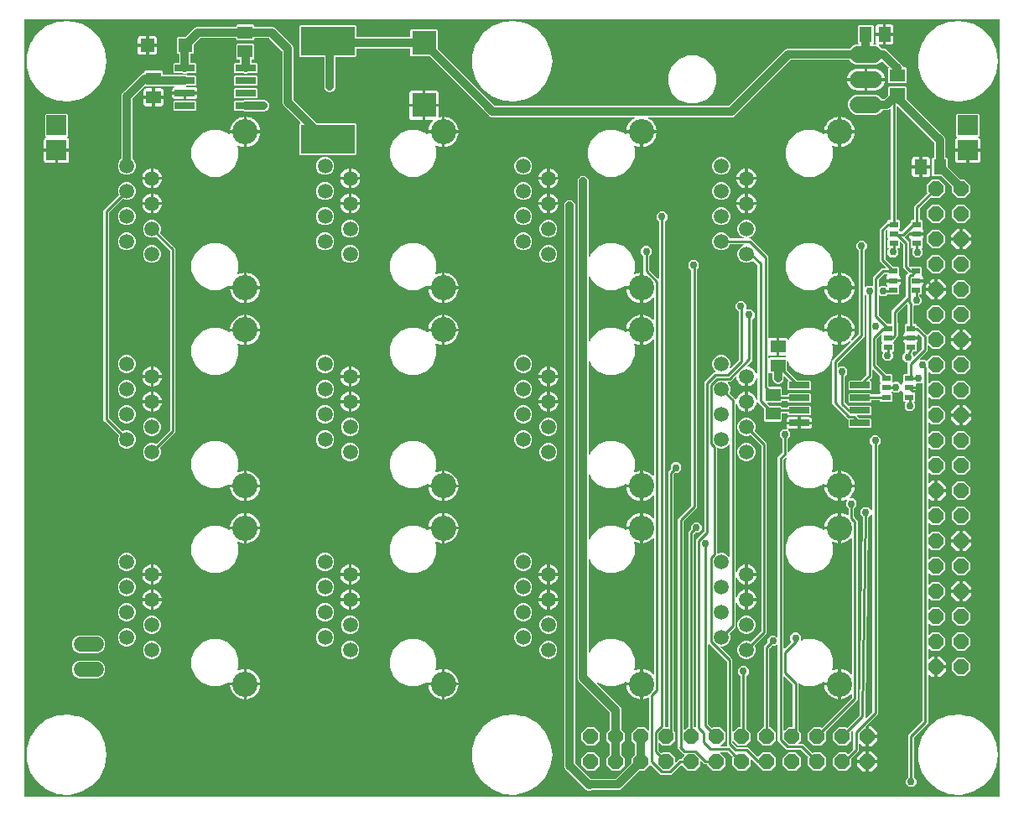
<source format=gbr>
G04 EAGLE Gerber RS-274X export*
G75*
%MOMM*%
%FSLAX34Y34*%
%LPD*%
%INBottom Copper*%
%IPPOS*%
%AMOC8*
5,1,8,0,0,1.08239X$1,22.5*%
G01*
%ADD10R,1.500000X1.300000*%
%ADD11R,2.430000X2.430000*%
%ADD12C,1.508000*%
%ADD13C,2.550000*%
%ADD14R,1.400000X1.400000*%
%ADD15R,2.025000X2.025000*%
%ADD16P,1.649562X8X292.500000*%
%ADD17R,5.400000X2.900000*%
%ADD18R,2.032000X0.660400*%
%ADD19C,1.676400*%
%ADD20R,1.300000X1.500000*%
%ADD21R,0.900000X0.600000*%
%ADD22C,1.524000*%
%ADD23P,1.649562X8X22.500000*%
%ADD24C,0.254000*%
%ADD25C,0.756400*%
%ADD26C,0.812800*%

G36*
X991638Y7624D02*
X991638Y7624D01*
X991657Y7622D01*
X991759Y7644D01*
X991861Y7660D01*
X991878Y7670D01*
X991898Y7674D01*
X991987Y7727D01*
X992078Y7776D01*
X992092Y7790D01*
X992109Y7800D01*
X992176Y7879D01*
X992248Y7954D01*
X992256Y7972D01*
X992269Y7987D01*
X992308Y8083D01*
X992351Y8177D01*
X992353Y8197D01*
X992361Y8215D01*
X992379Y8382D01*
X992379Y791618D01*
X992376Y791638D01*
X992378Y791657D01*
X992356Y791759D01*
X992340Y791861D01*
X992330Y791878D01*
X992326Y791898D01*
X992273Y791987D01*
X992224Y792078D01*
X992210Y792092D01*
X992200Y792109D01*
X992121Y792176D01*
X992046Y792248D01*
X992028Y792256D01*
X992013Y792269D01*
X991917Y792308D01*
X991823Y792351D01*
X991803Y792353D01*
X991785Y792361D01*
X991618Y792379D01*
X8382Y792379D01*
X8362Y792376D01*
X8343Y792378D01*
X8241Y792356D01*
X8139Y792340D01*
X8122Y792330D01*
X8102Y792326D01*
X8013Y792273D01*
X7922Y792224D01*
X7908Y792210D01*
X7891Y792200D01*
X7824Y792121D01*
X7752Y792046D01*
X7744Y792028D01*
X7731Y792013D01*
X7692Y791917D01*
X7649Y791823D01*
X7647Y791803D01*
X7639Y791785D01*
X7621Y791618D01*
X7621Y8382D01*
X7624Y8362D01*
X7622Y8343D01*
X7644Y8241D01*
X7660Y8139D01*
X7670Y8122D01*
X7674Y8102D01*
X7727Y8013D01*
X7776Y7922D01*
X7790Y7908D01*
X7800Y7891D01*
X7879Y7824D01*
X7954Y7752D01*
X7972Y7744D01*
X7987Y7731D01*
X8083Y7692D01*
X8177Y7649D01*
X8197Y7647D01*
X8215Y7639D01*
X8382Y7621D01*
X991618Y7621D01*
X991638Y7624D01*
G37*
%LPC*%
G36*
X576738Y13461D02*
X576738Y13461D01*
X574684Y14312D01*
X573005Y15991D01*
X553300Y35696D01*
X552449Y37750D01*
X552449Y605124D01*
X552673Y605665D01*
X552687Y605724D01*
X552703Y605758D01*
X552704Y605768D01*
X552713Y605789D01*
X552722Y605872D01*
X552729Y605904D01*
X552728Y605923D01*
X552731Y605956D01*
X552731Y606210D01*
X552911Y606390D01*
X552949Y606443D01*
X552995Y606490D01*
X553035Y606563D01*
X553055Y606590D01*
X553060Y606608D01*
X553076Y606637D01*
X553300Y607178D01*
X554872Y608750D01*
X555413Y608974D01*
X555469Y609009D01*
X555529Y609034D01*
X555594Y609086D01*
X555622Y609104D01*
X555635Y609119D01*
X555660Y609139D01*
X555840Y609319D01*
X556094Y609319D01*
X556159Y609329D01*
X556224Y609330D01*
X556304Y609353D01*
X556337Y609358D01*
X556354Y609368D01*
X556385Y609377D01*
X556926Y609601D01*
X559150Y609601D01*
X559691Y609377D01*
X559754Y609362D01*
X559815Y609337D01*
X559898Y609328D01*
X559930Y609321D01*
X559949Y609322D01*
X559982Y609319D01*
X560236Y609319D01*
X560416Y609139D01*
X560469Y609101D01*
X560516Y609055D01*
X560589Y609015D01*
X560616Y608995D01*
X560634Y608990D01*
X560663Y608974D01*
X561204Y608750D01*
X562776Y607178D01*
X563000Y606637D01*
X563035Y606581D01*
X563060Y606521D01*
X563112Y606456D01*
X563130Y606428D01*
X563145Y606415D01*
X563165Y606390D01*
X563345Y606210D01*
X563345Y605956D01*
X563347Y605939D01*
X563346Y605924D01*
X563355Y605879D01*
X563356Y605826D01*
X563379Y605746D01*
X563384Y605713D01*
X563394Y605696D01*
X563403Y605665D01*
X563627Y605124D01*
X563627Y41492D01*
X563641Y41402D01*
X563649Y41311D01*
X563661Y41281D01*
X563666Y41250D01*
X563709Y41169D01*
X563745Y41085D01*
X563771Y41053D01*
X563782Y41032D01*
X563805Y41010D01*
X563850Y40954D01*
X579180Y25624D01*
X579254Y25571D01*
X579323Y25511D01*
X579354Y25499D01*
X579380Y25480D01*
X579467Y25453D01*
X579552Y25419D01*
X579592Y25415D01*
X579615Y25408D01*
X579647Y25409D01*
X579718Y25401D01*
X604176Y25401D01*
X604266Y25415D01*
X604357Y25423D01*
X604387Y25435D01*
X604418Y25440D01*
X604499Y25483D01*
X604583Y25519D01*
X604615Y25545D01*
X604636Y25556D01*
X604658Y25579D01*
X604714Y25624D01*
X620552Y41462D01*
X620605Y41536D01*
X620665Y41605D01*
X620677Y41636D01*
X620696Y41662D01*
X620723Y41749D01*
X620757Y41834D01*
X620761Y41874D01*
X620768Y41897D01*
X620767Y41929D01*
X620775Y42000D01*
X620775Y46714D01*
X624108Y50047D01*
X624161Y50121D01*
X624221Y50190D01*
X624233Y50220D01*
X624252Y50247D01*
X624279Y50334D01*
X624313Y50418D01*
X624317Y50459D01*
X624324Y50482D01*
X624323Y50514D01*
X624331Y50585D01*
X624331Y60667D01*
X624317Y60757D01*
X624309Y60848D01*
X624297Y60878D01*
X624292Y60910D01*
X624249Y60990D01*
X624213Y61074D01*
X624187Y61106D01*
X624176Y61127D01*
X624153Y61149D01*
X624108Y61205D01*
X620775Y64538D01*
X620775Y72114D01*
X626132Y77471D01*
X633708Y77471D01*
X636748Y74431D01*
X636806Y74389D01*
X636858Y74340D01*
X636905Y74318D01*
X636947Y74287D01*
X637016Y74266D01*
X637081Y74236D01*
X637133Y74230D01*
X637183Y74215D01*
X637254Y74217D01*
X637325Y74209D01*
X637376Y74220D01*
X637428Y74221D01*
X637496Y74246D01*
X637566Y74261D01*
X637611Y74288D01*
X637659Y74306D01*
X637715Y74351D01*
X637777Y74387D01*
X637811Y74427D01*
X637851Y74459D01*
X637890Y74520D01*
X637937Y74574D01*
X637956Y74623D01*
X637984Y74666D01*
X638002Y74736D01*
X638029Y74802D01*
X638037Y74874D01*
X638045Y74905D01*
X638043Y74928D01*
X638047Y74969D01*
X638047Y106692D01*
X638035Y106767D01*
X638032Y106842D01*
X638015Y106887D01*
X638008Y106935D01*
X637972Y107002D01*
X637945Y107072D01*
X637915Y107110D01*
X637892Y107152D01*
X637838Y107204D01*
X637790Y107263D01*
X637749Y107288D01*
X637714Y107322D01*
X637645Y107353D01*
X637581Y107394D01*
X637535Y107405D01*
X637491Y107425D01*
X637416Y107434D01*
X637342Y107451D01*
X637294Y107447D01*
X637247Y107452D01*
X637173Y107436D01*
X637097Y107430D01*
X637037Y107407D01*
X637006Y107400D01*
X636984Y107387D01*
X636940Y107370D01*
X636370Y107080D01*
X634081Y106336D01*
X632023Y106010D01*
X632023Y120488D01*
X632020Y120508D01*
X632022Y120527D01*
X632000Y120629D01*
X631983Y120731D01*
X631974Y120748D01*
X631970Y120768D01*
X631917Y120857D01*
X631868Y120948D01*
X631854Y120962D01*
X631844Y120979D01*
X631765Y121046D01*
X631690Y121117D01*
X631672Y121126D01*
X631657Y121139D01*
X631561Y121177D01*
X631467Y121221D01*
X631447Y121223D01*
X631429Y121231D01*
X631262Y121249D01*
X630499Y121249D01*
X630499Y121251D01*
X631262Y121251D01*
X631282Y121254D01*
X631301Y121252D01*
X631403Y121274D01*
X631505Y121291D01*
X631522Y121300D01*
X631542Y121304D01*
X631631Y121357D01*
X631722Y121406D01*
X631736Y121420D01*
X631753Y121430D01*
X631820Y121509D01*
X631891Y121584D01*
X631900Y121602D01*
X631913Y121617D01*
X631952Y121713D01*
X631995Y121807D01*
X631997Y121827D01*
X632005Y121845D01*
X632023Y122012D01*
X632023Y136490D01*
X634081Y136164D01*
X636370Y135420D01*
X638514Y134328D01*
X640461Y132913D01*
X641950Y131425D01*
X642008Y131383D01*
X642060Y131333D01*
X642107Y131311D01*
X642149Y131281D01*
X642218Y131260D01*
X642283Y131230D01*
X642335Y131224D01*
X642385Y131209D01*
X642456Y131211D01*
X642527Y131203D01*
X642578Y131214D01*
X642630Y131215D01*
X642698Y131240D01*
X642768Y131255D01*
X642813Y131282D01*
X642861Y131300D01*
X642917Y131344D01*
X642979Y131381D01*
X643013Y131421D01*
X643053Y131453D01*
X643092Y131514D01*
X643139Y131568D01*
X643158Y131616D01*
X643186Y131660D01*
X643204Y131730D01*
X643231Y131796D01*
X643239Y131868D01*
X643247Y131899D01*
X643245Y131922D01*
X643249Y131963D01*
X643249Y268037D01*
X643238Y268108D01*
X643236Y268180D01*
X643218Y268229D01*
X643210Y268280D01*
X643176Y268343D01*
X643151Y268411D01*
X643119Y268451D01*
X643094Y268497D01*
X643042Y268547D01*
X642998Y268603D01*
X642954Y268631D01*
X642916Y268667D01*
X642851Y268697D01*
X642791Y268736D01*
X642740Y268748D01*
X642693Y268770D01*
X642622Y268778D01*
X642552Y268796D01*
X642500Y268792D01*
X642449Y268797D01*
X642378Y268782D01*
X642307Y268777D01*
X642259Y268756D01*
X642208Y268745D01*
X642147Y268708D01*
X642081Y268680D01*
X642025Y268635D01*
X641997Y268619D01*
X641982Y268601D01*
X641950Y268575D01*
X640461Y267087D01*
X638514Y265672D01*
X636370Y264580D01*
X634081Y263836D01*
X632023Y263510D01*
X632023Y277988D01*
X632020Y278008D01*
X632022Y278027D01*
X632000Y278129D01*
X631983Y278231D01*
X631974Y278248D01*
X631970Y278268D01*
X631917Y278357D01*
X631868Y278448D01*
X631854Y278462D01*
X631844Y278479D01*
X631765Y278546D01*
X631690Y278617D01*
X631672Y278626D01*
X631657Y278639D01*
X631561Y278677D01*
X631467Y278721D01*
X631447Y278723D01*
X631429Y278731D01*
X631262Y278749D01*
X630499Y278749D01*
X630499Y278751D01*
X631262Y278751D01*
X631282Y278754D01*
X631301Y278752D01*
X631403Y278774D01*
X631505Y278791D01*
X631522Y278800D01*
X631542Y278804D01*
X631631Y278857D01*
X631722Y278906D01*
X631736Y278920D01*
X631753Y278930D01*
X631820Y279009D01*
X631891Y279084D01*
X631900Y279102D01*
X631913Y279117D01*
X631952Y279213D01*
X631995Y279307D01*
X631997Y279327D01*
X632005Y279345D01*
X632023Y279512D01*
X632023Y293990D01*
X634081Y293664D01*
X636370Y292920D01*
X638514Y291828D01*
X640461Y290413D01*
X641950Y288925D01*
X642008Y288883D01*
X642060Y288833D01*
X642107Y288811D01*
X642149Y288781D01*
X642218Y288760D01*
X642283Y288730D01*
X642335Y288724D01*
X642385Y288709D01*
X642456Y288711D01*
X642527Y288703D01*
X642578Y288714D01*
X642630Y288715D01*
X642698Y288740D01*
X642768Y288755D01*
X642813Y288782D01*
X642861Y288800D01*
X642917Y288844D01*
X642979Y288881D01*
X643013Y288921D01*
X643053Y288953D01*
X643092Y289014D01*
X643139Y289068D01*
X643158Y289116D01*
X643186Y289160D01*
X643204Y289230D01*
X643231Y289296D01*
X643239Y289368D01*
X643247Y289399D01*
X643245Y289422D01*
X643249Y289463D01*
X643249Y310537D01*
X643238Y310608D01*
X643236Y310680D01*
X643218Y310729D01*
X643210Y310780D01*
X643176Y310843D01*
X643151Y310911D01*
X643119Y310951D01*
X643094Y310997D01*
X643042Y311047D01*
X642998Y311103D01*
X642954Y311131D01*
X642916Y311167D01*
X642851Y311197D01*
X642791Y311236D01*
X642740Y311248D01*
X642693Y311270D01*
X642622Y311278D01*
X642552Y311296D01*
X642500Y311292D01*
X642449Y311297D01*
X642378Y311282D01*
X642307Y311277D01*
X642259Y311256D01*
X642208Y311245D01*
X642147Y311208D01*
X642081Y311180D01*
X642025Y311135D01*
X641997Y311119D01*
X641982Y311101D01*
X641950Y311075D01*
X640461Y309587D01*
X638514Y308172D01*
X636370Y307080D01*
X634081Y306336D01*
X632023Y306010D01*
X632023Y320488D01*
X632020Y320508D01*
X632022Y320527D01*
X632000Y320629D01*
X631983Y320731D01*
X631974Y320748D01*
X631970Y320768D01*
X631917Y320857D01*
X631868Y320948D01*
X631854Y320962D01*
X631844Y320979D01*
X631765Y321046D01*
X631690Y321117D01*
X631672Y321126D01*
X631657Y321139D01*
X631561Y321177D01*
X631467Y321221D01*
X631447Y321223D01*
X631429Y321231D01*
X631262Y321249D01*
X630499Y321249D01*
X630499Y321251D01*
X631262Y321251D01*
X631282Y321254D01*
X631301Y321252D01*
X631403Y321274D01*
X631505Y321291D01*
X631522Y321300D01*
X631542Y321304D01*
X631631Y321357D01*
X631722Y321406D01*
X631736Y321420D01*
X631753Y321430D01*
X631820Y321509D01*
X631891Y321584D01*
X631900Y321602D01*
X631913Y321617D01*
X631952Y321713D01*
X631995Y321807D01*
X631997Y321827D01*
X632005Y321845D01*
X632023Y322012D01*
X632023Y336490D01*
X634081Y336164D01*
X636370Y335420D01*
X638514Y334328D01*
X640461Y332913D01*
X641950Y331425D01*
X642008Y331383D01*
X642060Y331333D01*
X642107Y331311D01*
X642149Y331281D01*
X642218Y331260D01*
X642283Y331230D01*
X642335Y331224D01*
X642385Y331209D01*
X642456Y331211D01*
X642527Y331203D01*
X642578Y331214D01*
X642630Y331215D01*
X642698Y331240D01*
X642768Y331255D01*
X642813Y331282D01*
X642861Y331300D01*
X642917Y331344D01*
X642979Y331381D01*
X643013Y331421D01*
X643053Y331453D01*
X643092Y331514D01*
X643139Y331568D01*
X643158Y331616D01*
X643186Y331660D01*
X643204Y331730D01*
X643231Y331796D01*
X643239Y331868D01*
X643247Y331899D01*
X643245Y331922D01*
X643249Y331963D01*
X643249Y468037D01*
X643238Y468108D01*
X643236Y468180D01*
X643218Y468229D01*
X643210Y468280D01*
X643176Y468343D01*
X643151Y468411D01*
X643119Y468451D01*
X643094Y468497D01*
X643042Y468547D01*
X642998Y468603D01*
X642954Y468631D01*
X642916Y468667D01*
X642851Y468697D01*
X642791Y468736D01*
X642740Y468748D01*
X642693Y468770D01*
X642622Y468778D01*
X642552Y468796D01*
X642500Y468792D01*
X642449Y468797D01*
X642378Y468782D01*
X642307Y468777D01*
X642259Y468756D01*
X642208Y468745D01*
X642147Y468708D01*
X642081Y468680D01*
X642025Y468635D01*
X641997Y468619D01*
X641982Y468601D01*
X641950Y468575D01*
X640461Y467087D01*
X638514Y465672D01*
X636370Y464580D01*
X634081Y463836D01*
X632023Y463510D01*
X632023Y477988D01*
X632020Y478008D01*
X632022Y478027D01*
X632000Y478129D01*
X631983Y478231D01*
X631974Y478248D01*
X631970Y478268D01*
X631917Y478357D01*
X631868Y478448D01*
X631854Y478462D01*
X631844Y478479D01*
X631765Y478546D01*
X631690Y478617D01*
X631672Y478626D01*
X631657Y478639D01*
X631561Y478677D01*
X631467Y478721D01*
X631447Y478723D01*
X631429Y478731D01*
X631262Y478749D01*
X630499Y478749D01*
X630499Y478751D01*
X631262Y478751D01*
X631282Y478754D01*
X631301Y478752D01*
X631403Y478774D01*
X631505Y478791D01*
X631522Y478800D01*
X631542Y478804D01*
X631631Y478857D01*
X631722Y478906D01*
X631736Y478920D01*
X631753Y478930D01*
X631820Y479009D01*
X631891Y479084D01*
X631900Y479102D01*
X631913Y479117D01*
X631952Y479213D01*
X631995Y479307D01*
X631997Y479327D01*
X632005Y479345D01*
X632023Y479512D01*
X632023Y493990D01*
X634081Y493664D01*
X636370Y492920D01*
X638514Y491828D01*
X640461Y490413D01*
X641950Y488925D01*
X642008Y488883D01*
X642060Y488833D01*
X642107Y488811D01*
X642149Y488781D01*
X642218Y488760D01*
X642283Y488730D01*
X642335Y488724D01*
X642385Y488709D01*
X642456Y488711D01*
X642527Y488703D01*
X642578Y488714D01*
X642630Y488715D01*
X642698Y488740D01*
X642768Y488755D01*
X642813Y488782D01*
X642861Y488800D01*
X642917Y488844D01*
X642979Y488881D01*
X643013Y488921D01*
X643053Y488953D01*
X643092Y489014D01*
X643139Y489068D01*
X643158Y489116D01*
X643186Y489160D01*
X643204Y489230D01*
X643231Y489296D01*
X643239Y489368D01*
X643247Y489399D01*
X643245Y489422D01*
X643249Y489463D01*
X643249Y510537D01*
X643238Y510608D01*
X643236Y510680D01*
X643218Y510729D01*
X643210Y510780D01*
X643176Y510843D01*
X643151Y510911D01*
X643119Y510951D01*
X643094Y510997D01*
X643042Y511047D01*
X642998Y511103D01*
X642954Y511131D01*
X642916Y511167D01*
X642851Y511197D01*
X642791Y511236D01*
X642740Y511248D01*
X642693Y511270D01*
X642622Y511278D01*
X642552Y511296D01*
X642500Y511292D01*
X642449Y511297D01*
X642378Y511282D01*
X642307Y511277D01*
X642259Y511256D01*
X642208Y511245D01*
X642147Y511208D01*
X642081Y511180D01*
X642025Y511135D01*
X641997Y511119D01*
X641982Y511101D01*
X641950Y511075D01*
X640461Y509587D01*
X638514Y508172D01*
X636370Y507080D01*
X634081Y506336D01*
X632023Y506010D01*
X632023Y520488D01*
X632020Y520508D01*
X632022Y520527D01*
X632000Y520629D01*
X631983Y520731D01*
X631974Y520748D01*
X631970Y520768D01*
X631917Y520857D01*
X631868Y520948D01*
X631854Y520962D01*
X631844Y520979D01*
X631765Y521046D01*
X631690Y521117D01*
X631672Y521126D01*
X631657Y521139D01*
X631561Y521177D01*
X631467Y521221D01*
X631447Y521223D01*
X631429Y521231D01*
X631262Y521249D01*
X630499Y521249D01*
X630499Y521251D01*
X631262Y521251D01*
X631282Y521254D01*
X631301Y521252D01*
X631403Y521274D01*
X631505Y521291D01*
X631522Y521300D01*
X631542Y521304D01*
X631631Y521357D01*
X631722Y521406D01*
X631736Y521420D01*
X631753Y521430D01*
X631820Y521509D01*
X631891Y521584D01*
X631900Y521602D01*
X631913Y521617D01*
X631952Y521713D01*
X631995Y521807D01*
X631997Y521827D01*
X632005Y521845D01*
X632023Y522012D01*
X632023Y536519D01*
X632035Y536521D01*
X632079Y536521D01*
X632154Y536547D01*
X632232Y536564D01*
X632270Y536587D01*
X632312Y536601D01*
X632375Y536650D01*
X632443Y536690D01*
X632472Y536724D01*
X632507Y536751D01*
X632551Y536817D01*
X632603Y536877D01*
X632619Y536918D01*
X632644Y536955D01*
X632665Y537031D01*
X632695Y537105D01*
X632701Y537164D01*
X632709Y537192D01*
X632707Y537220D01*
X632713Y537272D01*
X632713Y553013D01*
X632699Y553103D01*
X632691Y553194D01*
X632679Y553223D01*
X632674Y553255D01*
X632631Y553336D01*
X632595Y553420D01*
X632569Y553452D01*
X632558Y553473D01*
X632535Y553495D01*
X632490Y553551D01*
X630201Y555840D01*
X630201Y560236D01*
X633310Y563345D01*
X637706Y563345D01*
X640815Y560236D01*
X640815Y555840D01*
X638526Y553551D01*
X638472Y553477D01*
X638413Y553407D01*
X638401Y553377D01*
X638382Y553351D01*
X638355Y553264D01*
X638321Y553179D01*
X638317Y553138D01*
X638310Y553116D01*
X638311Y553084D01*
X638303Y553013D01*
X638303Y539698D01*
X638317Y539607D01*
X638325Y539517D01*
X638337Y539487D01*
X638342Y539455D01*
X638385Y539374D01*
X638421Y539290D01*
X638447Y539258D01*
X638458Y539237D01*
X638481Y539215D01*
X638526Y539159D01*
X646978Y530706D01*
X646979Y530706D01*
X647162Y530523D01*
X647220Y530481D01*
X647272Y530432D01*
X647319Y530410D01*
X647361Y530380D01*
X647430Y530359D01*
X647495Y530328D01*
X647547Y530323D01*
X647596Y530307D01*
X647668Y530309D01*
X647739Y530301D01*
X647790Y530312D01*
X647842Y530314D01*
X647910Y530338D01*
X647980Y530353D01*
X648025Y530380D01*
X648073Y530398D01*
X648129Y530443D01*
X648191Y530480D01*
X648225Y530519D01*
X648265Y530552D01*
X648304Y530612D01*
X648351Y530667D01*
X648370Y530715D01*
X648398Y530759D01*
X648416Y530828D01*
X648443Y530895D01*
X648451Y530966D01*
X648459Y530997D01*
X648457Y531021D01*
X648461Y531061D01*
X648461Y588065D01*
X648447Y588155D01*
X648439Y588246D01*
X648427Y588275D01*
X648422Y588307D01*
X648379Y588388D01*
X648343Y588472D01*
X648317Y588504D01*
X648306Y588525D01*
X648283Y588547D01*
X648238Y588603D01*
X645949Y590892D01*
X645949Y595288D01*
X649058Y598397D01*
X653454Y598397D01*
X656563Y595288D01*
X656563Y590892D01*
X654274Y588603D01*
X654221Y588529D01*
X654161Y588459D01*
X654149Y588429D01*
X654130Y588403D01*
X654103Y588316D01*
X654069Y588231D01*
X654065Y588190D01*
X654058Y588168D01*
X654059Y588136D01*
X654051Y588065D01*
X654051Y78232D01*
X654054Y78212D01*
X654052Y78193D01*
X654074Y78091D01*
X654090Y77989D01*
X654100Y77972D01*
X654104Y77952D01*
X654157Y77863D01*
X654206Y77772D01*
X654220Y77758D01*
X654230Y77741D01*
X654309Y77674D01*
X654384Y77602D01*
X654402Y77594D01*
X654417Y77581D01*
X654513Y77542D01*
X654607Y77499D01*
X654627Y77497D01*
X654645Y77489D01*
X654812Y77471D01*
X656844Y77471D01*
X656864Y77474D01*
X656883Y77472D01*
X656985Y77494D01*
X657087Y77510D01*
X657104Y77520D01*
X657124Y77524D01*
X657213Y77577D01*
X657304Y77626D01*
X657318Y77640D01*
X657335Y77650D01*
X657402Y77729D01*
X657474Y77804D01*
X657482Y77822D01*
X657495Y77837D01*
X657534Y77933D01*
X657577Y78027D01*
X657579Y78047D01*
X657587Y78065D01*
X657605Y78232D01*
X657605Y335676D01*
X659950Y338021D01*
X660003Y338095D01*
X660063Y338164D01*
X660075Y338194D01*
X660094Y338220D01*
X660121Y338307D01*
X660155Y338392D01*
X660159Y338433D01*
X660166Y338455D01*
X660165Y338488D01*
X660173Y338559D01*
X660173Y341796D01*
X663282Y344905D01*
X667678Y344905D01*
X670787Y341796D01*
X670787Y337400D01*
X667678Y334291D01*
X664441Y334291D01*
X664351Y334277D01*
X664260Y334269D01*
X664230Y334257D01*
X664198Y334252D01*
X664118Y334209D01*
X664034Y334173D01*
X664002Y334147D01*
X663981Y334136D01*
X663959Y334113D01*
X663903Y334068D01*
X663418Y333583D01*
X663365Y333509D01*
X663305Y333440D01*
X663293Y333410D01*
X663274Y333384D01*
X663247Y333297D01*
X663213Y333212D01*
X663209Y333171D01*
X663202Y333149D01*
X663203Y333116D01*
X663195Y333045D01*
X663195Y73699D01*
X663209Y73609D01*
X663217Y73518D01*
X663229Y73488D01*
X663234Y73456D01*
X663277Y73376D01*
X663313Y73292D01*
X663339Y73260D01*
X663350Y73239D01*
X663373Y73217D01*
X663418Y73161D01*
X664465Y72114D01*
X664465Y64538D01*
X659108Y59181D01*
X651532Y59181D01*
X649000Y61713D01*
X648942Y61755D01*
X648890Y61804D01*
X648843Y61826D01*
X648801Y61857D01*
X648732Y61878D01*
X648667Y61908D01*
X648615Y61914D01*
X648565Y61929D01*
X648494Y61927D01*
X648423Y61935D01*
X648372Y61924D01*
X648320Y61923D01*
X648252Y61898D01*
X648182Y61883D01*
X648137Y61856D01*
X648089Y61838D01*
X648033Y61793D01*
X647971Y61757D01*
X647937Y61717D01*
X647897Y61685D01*
X647858Y61624D01*
X647811Y61570D01*
X647792Y61521D01*
X647764Y61478D01*
X647746Y61408D01*
X647719Y61342D01*
X647711Y61270D01*
X647703Y61239D01*
X647705Y61216D01*
X647701Y61175D01*
X647701Y54813D01*
X647704Y54795D01*
X647702Y54779D01*
X647716Y54712D01*
X647723Y54632D01*
X647735Y54602D01*
X647740Y54570D01*
X647752Y54549D01*
X647754Y54538D01*
X647783Y54490D01*
X647819Y54406D01*
X647845Y54373D01*
X647856Y54353D01*
X647877Y54332D01*
X647880Y54327D01*
X647885Y54324D01*
X647924Y54275D01*
X650292Y51907D01*
X650308Y51895D01*
X650320Y51880D01*
X650407Y51824D01*
X650491Y51763D01*
X650510Y51757D01*
X650527Y51747D01*
X650627Y51721D01*
X650726Y51691D01*
X650746Y51691D01*
X650766Y51686D01*
X650869Y51695D01*
X650972Y51697D01*
X650991Y51704D01*
X651011Y51706D01*
X651106Y51746D01*
X651203Y51782D01*
X651219Y51794D01*
X651237Y51802D01*
X651368Y51907D01*
X651532Y52071D01*
X659108Y52071D01*
X664465Y46714D01*
X664465Y43133D01*
X664476Y43063D01*
X664478Y42991D01*
X664496Y42942D01*
X664504Y42891D01*
X664538Y42827D01*
X664563Y42760D01*
X664595Y42719D01*
X664620Y42673D01*
X664672Y42624D01*
X664716Y42568D01*
X664760Y42540D01*
X664798Y42504D01*
X664863Y42474D01*
X664923Y42435D01*
X664974Y42422D01*
X665021Y42400D01*
X665092Y42392D01*
X665162Y42375D01*
X665214Y42379D01*
X665265Y42373D01*
X665336Y42388D01*
X665407Y42394D01*
X665455Y42414D01*
X665506Y42425D01*
X665567Y42462D01*
X665633Y42490D01*
X665689Y42535D01*
X665717Y42551D01*
X665732Y42569D01*
X665764Y42595D01*
X668890Y45721D01*
X670814Y45721D01*
X670834Y45724D01*
X670853Y45722D01*
X670955Y45744D01*
X671057Y45760D01*
X671074Y45770D01*
X671094Y45774D01*
X671183Y45827D01*
X671274Y45876D01*
X671288Y45890D01*
X671305Y45900D01*
X671372Y45979D01*
X671444Y46054D01*
X671452Y46072D01*
X671465Y46087D01*
X671504Y46183D01*
X671547Y46277D01*
X671549Y46297D01*
X671557Y46315D01*
X671575Y46482D01*
X671575Y46714D01*
X674107Y49246D01*
X674149Y49304D01*
X674198Y49356D01*
X674220Y49403D01*
X674251Y49445D01*
X674272Y49514D01*
X674302Y49579D01*
X674308Y49631D01*
X674323Y49681D01*
X674321Y49752D01*
X674329Y49823D01*
X674318Y49874D01*
X674317Y49926D01*
X674292Y49994D01*
X674277Y50064D01*
X674250Y50109D01*
X674232Y50157D01*
X674187Y50213D01*
X674151Y50275D01*
X674111Y50309D01*
X674079Y50349D01*
X674018Y50388D01*
X673964Y50435D01*
X673915Y50454D01*
X673872Y50482D01*
X673802Y50500D01*
X673736Y50527D01*
X673664Y50535D01*
X673633Y50543D01*
X673610Y50541D01*
X673569Y50545D01*
X672958Y50545D01*
X667257Y56246D01*
X667257Y58562D01*
X667288Y58593D01*
X667341Y58667D01*
X667401Y58736D01*
X667413Y58766D01*
X667432Y58792D01*
X667459Y58879D01*
X667493Y58964D01*
X667497Y59005D01*
X667504Y59027D01*
X667503Y59060D01*
X667511Y59131D01*
X667511Y287826D01*
X680750Y301065D01*
X680803Y301138D01*
X680863Y301208D01*
X680875Y301238D01*
X680894Y301264D01*
X680921Y301351D01*
X680955Y301436D01*
X680959Y301477D01*
X680966Y301499D01*
X680965Y301532D01*
X680973Y301603D01*
X680973Y538535D01*
X680959Y538625D01*
X680951Y538716D01*
X680939Y538745D01*
X680934Y538777D01*
X680891Y538858D01*
X680855Y538942D01*
X680829Y538974D01*
X680818Y538995D01*
X680795Y539017D01*
X680750Y539073D01*
X677953Y541870D01*
X677953Y546266D01*
X681062Y549375D01*
X685458Y549375D01*
X688567Y546266D01*
X688567Y541870D01*
X686786Y540089D01*
X686733Y540015D01*
X686673Y539945D01*
X686661Y539915D01*
X686642Y539889D01*
X686615Y539802D01*
X686581Y539717D01*
X686577Y539676D01*
X686570Y539654D01*
X686571Y539622D01*
X686563Y539551D01*
X686563Y298972D01*
X673324Y285733D01*
X673271Y285659D01*
X673211Y285590D01*
X673199Y285560D01*
X673180Y285533D01*
X673153Y285447D01*
X673119Y285362D01*
X673115Y285321D01*
X673108Y285298D01*
X673109Y285266D01*
X673101Y285195D01*
X673101Y75477D01*
X673112Y75406D01*
X673114Y75335D01*
X673132Y75286D01*
X673140Y75234D01*
X673174Y75171D01*
X673199Y75104D01*
X673231Y75063D01*
X673256Y75017D01*
X673308Y74968D01*
X673352Y74912D01*
X673396Y74883D01*
X673434Y74848D01*
X673499Y74817D01*
X673559Y74779D01*
X673610Y74766D01*
X673657Y74744D01*
X673728Y74736D01*
X673798Y74719D01*
X673850Y74723D01*
X673901Y74717D01*
X673972Y74732D01*
X674043Y74738D01*
X674091Y74758D01*
X674142Y74769D01*
X674203Y74806D01*
X674269Y74834D01*
X674325Y74879D01*
X674353Y74895D01*
X674368Y74913D01*
X674400Y74939D01*
X676932Y77471D01*
X677164Y77471D01*
X677184Y77474D01*
X677203Y77472D01*
X677305Y77494D01*
X677407Y77510D01*
X677424Y77520D01*
X677444Y77524D01*
X677533Y77577D01*
X677624Y77626D01*
X677638Y77640D01*
X677655Y77650D01*
X677722Y77729D01*
X677794Y77804D01*
X677802Y77822D01*
X677815Y77837D01*
X677854Y77933D01*
X677897Y78027D01*
X677899Y78047D01*
X677907Y78065D01*
X677925Y78232D01*
X677925Y274970D01*
X680524Y277569D01*
X680577Y277643D01*
X680637Y277712D01*
X680649Y277742D01*
X680668Y277768D01*
X680695Y277855D01*
X680729Y277940D01*
X680733Y277981D01*
X680740Y278003D01*
X680739Y278036D01*
X680747Y278107D01*
X680747Y281344D01*
X683856Y284453D01*
X688252Y284453D01*
X691361Y281344D01*
X691361Y276948D01*
X688252Y273839D01*
X685015Y273839D01*
X684925Y273825D01*
X684834Y273817D01*
X684804Y273805D01*
X684772Y273800D01*
X684692Y273757D01*
X684608Y273721D01*
X684576Y273695D01*
X684555Y273684D01*
X684533Y273661D01*
X684477Y273616D01*
X683738Y272877D01*
X683685Y272803D01*
X683625Y272734D01*
X683613Y272704D01*
X683594Y272678D01*
X683567Y272591D01*
X683533Y272506D01*
X683529Y272465D01*
X683522Y272443D01*
X683523Y272410D01*
X683515Y272339D01*
X683515Y78232D01*
X683518Y78212D01*
X683516Y78193D01*
X683538Y78091D01*
X683554Y77989D01*
X683564Y77972D01*
X683568Y77952D01*
X683621Y77863D01*
X683670Y77772D01*
X683684Y77758D01*
X683694Y77741D01*
X683773Y77674D01*
X683848Y77602D01*
X683866Y77594D01*
X683881Y77581D01*
X683977Y77542D01*
X684071Y77499D01*
X684091Y77497D01*
X684109Y77489D01*
X684276Y77471D01*
X684508Y77471D01*
X684528Y77451D01*
X684586Y77409D01*
X684638Y77360D01*
X684685Y77338D01*
X684727Y77307D01*
X684796Y77286D01*
X684861Y77256D01*
X684913Y77250D01*
X684963Y77235D01*
X685034Y77237D01*
X685105Y77229D01*
X685156Y77240D01*
X685208Y77241D01*
X685276Y77266D01*
X685346Y77281D01*
X685391Y77308D01*
X685439Y77326D01*
X685495Y77371D01*
X685557Y77407D01*
X685591Y77447D01*
X685631Y77479D01*
X685670Y77540D01*
X685717Y77594D01*
X685736Y77643D01*
X685764Y77686D01*
X685782Y77756D01*
X685809Y77822D01*
X685817Y77894D01*
X685825Y77925D01*
X685823Y77948D01*
X685827Y77989D01*
X685827Y267280D01*
X693684Y275137D01*
X693737Y275210D01*
X693797Y275280D01*
X693809Y275310D01*
X693828Y275336D01*
X693855Y275423D01*
X693889Y275508D01*
X693893Y275549D01*
X693900Y275571D01*
X693899Y275604D01*
X693907Y275675D01*
X693907Y426172D01*
X703978Y436243D01*
X704650Y436243D01*
X704721Y436254D01*
X704792Y436256D01*
X704841Y436274D01*
X704893Y436282D01*
X704956Y436316D01*
X705023Y436341D01*
X705064Y436373D01*
X705110Y436398D01*
X705159Y436450D01*
X705215Y436494D01*
X705244Y436538D01*
X705279Y436576D01*
X705310Y436641D01*
X705348Y436701D01*
X705361Y436752D01*
X705383Y436799D01*
X705391Y436870D01*
X705409Y436940D01*
X705404Y436992D01*
X705410Y437043D01*
X705395Y437114D01*
X705389Y437185D01*
X705369Y437233D01*
X705358Y437284D01*
X705321Y437345D01*
X705293Y437411D01*
X705248Y437467D01*
X705232Y437495D01*
X705214Y437510D01*
X705188Y437542D01*
X703415Y439315D01*
X702035Y442647D01*
X702035Y446253D01*
X703415Y449585D01*
X705965Y452135D01*
X709297Y453515D01*
X712903Y453515D01*
X716235Y452135D01*
X718785Y449585D01*
X720165Y446253D01*
X720165Y442647D01*
X719566Y441201D01*
X719544Y441106D01*
X719515Y441014D01*
X719516Y440987D01*
X719510Y440962D01*
X719519Y440865D01*
X719521Y440768D01*
X719530Y440743D01*
X719533Y440717D01*
X719572Y440628D01*
X719606Y440537D01*
X719622Y440516D01*
X719633Y440492D01*
X719699Y440421D01*
X719760Y440345D01*
X719782Y440330D01*
X719799Y440311D01*
X719885Y440264D01*
X719967Y440212D01*
X719992Y440205D01*
X720015Y440193D01*
X720111Y440175D01*
X720205Y440152D01*
X720231Y440154D01*
X720257Y440149D01*
X720353Y440163D01*
X720450Y440171D01*
X720474Y440181D01*
X720500Y440185D01*
X720587Y440229D01*
X720677Y440267D01*
X720702Y440287D01*
X720719Y440296D01*
X720743Y440320D01*
X720808Y440372D01*
X728502Y448067D01*
X728555Y448140D01*
X728615Y448210D01*
X728627Y448240D01*
X728646Y448266D01*
X728673Y448353D01*
X728707Y448438D01*
X728711Y448479D01*
X728718Y448501D01*
X728717Y448534D01*
X728725Y448605D01*
X728725Y496879D01*
X728711Y496969D01*
X728703Y497060D01*
X728691Y497089D01*
X728686Y497121D01*
X728643Y497202D01*
X728607Y497286D01*
X728581Y497318D01*
X728570Y497339D01*
X728547Y497361D01*
X728502Y497417D01*
X725705Y500214D01*
X725705Y504610D01*
X728814Y507719D01*
X733210Y507719D01*
X736319Y504610D01*
X736319Y500098D01*
X736322Y500078D01*
X736320Y500059D01*
X736342Y499957D01*
X736358Y499855D01*
X736368Y499838D01*
X736372Y499818D01*
X736425Y499729D01*
X736474Y499638D01*
X736488Y499624D01*
X736498Y499607D01*
X736577Y499540D01*
X736652Y499468D01*
X736670Y499460D01*
X736685Y499447D01*
X736781Y499408D01*
X736875Y499365D01*
X736895Y499363D01*
X736913Y499355D01*
X737080Y499337D01*
X741592Y499337D01*
X744701Y496228D01*
X744701Y491832D01*
X742412Y489543D01*
X742359Y489469D01*
X742299Y489399D01*
X742287Y489369D01*
X742268Y489343D01*
X742241Y489256D01*
X742207Y489171D01*
X742203Y489130D01*
X742196Y489108D01*
X742197Y489076D01*
X742189Y489005D01*
X742189Y448101D01*
X737163Y443075D01*
X737156Y443065D01*
X737147Y443058D01*
X737084Y442965D01*
X737019Y442875D01*
X737016Y442864D01*
X737009Y442854D01*
X736980Y442747D01*
X736947Y442640D01*
X736947Y442628D01*
X736944Y442617D01*
X736951Y442506D01*
X736953Y442394D01*
X736958Y442383D01*
X736958Y442371D01*
X736999Y442269D01*
X737038Y442163D01*
X737045Y442154D01*
X737050Y442143D01*
X737122Y442058D01*
X737192Y441971D01*
X737202Y441965D01*
X737209Y441956D01*
X737305Y441899D01*
X737399Y441838D01*
X737410Y441835D01*
X737420Y441829D01*
X737582Y441785D01*
X738861Y441583D01*
X740370Y441092D01*
X741783Y440372D01*
X743067Y439439D01*
X744189Y438317D01*
X745122Y437033D01*
X745842Y435620D01*
X746290Y434241D01*
X746292Y434238D01*
X746293Y434234D01*
X746348Y434129D01*
X746403Y434023D01*
X746406Y434020D01*
X746408Y434016D01*
X746494Y433935D01*
X746579Y433852D01*
X746583Y433850D01*
X746586Y433847D01*
X746694Y433797D01*
X746801Y433746D01*
X746805Y433745D01*
X746809Y433743D01*
X746926Y433730D01*
X747046Y433716D01*
X747050Y433717D01*
X747053Y433716D01*
X747171Y433742D01*
X747286Y433766D01*
X747290Y433768D01*
X747294Y433769D01*
X747397Y433830D01*
X747499Y433890D01*
X747502Y433893D01*
X747505Y433895D01*
X747583Y433986D01*
X747661Y434075D01*
X747662Y434079D01*
X747665Y434082D01*
X747710Y434193D01*
X747755Y434302D01*
X747755Y434306D01*
X747757Y434310D01*
X747775Y434477D01*
X747775Y544119D01*
X747761Y544209D01*
X747753Y544300D01*
X747741Y544330D01*
X747736Y544362D01*
X747693Y544442D01*
X747657Y544526D01*
X747631Y544558D01*
X747620Y544579D01*
X747597Y544601D01*
X747552Y544657D01*
X743528Y548682D01*
X743512Y548693D01*
X743499Y548709D01*
X743412Y548765D01*
X743328Y548825D01*
X743309Y548831D01*
X743292Y548842D01*
X743192Y548867D01*
X743093Y548898D01*
X743073Y548897D01*
X743054Y548902D01*
X742951Y548894D01*
X742847Y548891D01*
X742828Y548884D01*
X742809Y548883D01*
X742714Y548843D01*
X742616Y548807D01*
X742600Y548794D01*
X742582Y548787D01*
X742451Y548682D01*
X741635Y547865D01*
X738303Y546485D01*
X734697Y546485D01*
X731365Y547865D01*
X728815Y550415D01*
X727435Y553747D01*
X727435Y557353D01*
X728815Y560685D01*
X731365Y563235D01*
X733190Y563991D01*
X733273Y564042D01*
X733359Y564088D01*
X733377Y564106D01*
X733399Y564120D01*
X733462Y564196D01*
X733529Y564266D01*
X733540Y564290D01*
X733556Y564310D01*
X733591Y564401D01*
X733632Y564489D01*
X733635Y564515D01*
X733644Y564539D01*
X733649Y564637D01*
X733659Y564733D01*
X733654Y564759D01*
X733655Y564785D01*
X733628Y564879D01*
X733607Y564974D01*
X733594Y564996D01*
X733586Y565021D01*
X733531Y565101D01*
X733481Y565185D01*
X733461Y565202D01*
X733446Y565223D01*
X733368Y565282D01*
X733294Y565345D01*
X733270Y565355D01*
X733249Y565370D01*
X733156Y565400D01*
X733066Y565437D01*
X733033Y565440D01*
X733015Y565446D01*
X732982Y565446D01*
X732899Y565455D01*
X720263Y565455D01*
X720148Y565436D01*
X720032Y565419D01*
X720026Y565417D01*
X720020Y565416D01*
X719917Y565361D01*
X719812Y565308D01*
X719808Y565303D01*
X719803Y565300D01*
X719723Y565216D01*
X719640Y565132D01*
X719637Y565126D01*
X719633Y565122D01*
X719625Y565105D01*
X719559Y564985D01*
X718785Y563115D01*
X716235Y560565D01*
X712903Y559185D01*
X709297Y559185D01*
X705965Y560565D01*
X703415Y563115D01*
X702035Y566447D01*
X702035Y570053D01*
X703415Y573385D01*
X705965Y575935D01*
X709297Y577315D01*
X712903Y577315D01*
X716235Y575935D01*
X718785Y573385D01*
X719559Y571515D01*
X719621Y571415D01*
X719681Y571315D01*
X719686Y571311D01*
X719689Y571306D01*
X719779Y571231D01*
X719868Y571155D01*
X719874Y571153D01*
X719878Y571149D01*
X719987Y571107D01*
X720096Y571063D01*
X720103Y571062D01*
X720108Y571061D01*
X720126Y571060D01*
X720263Y571045D01*
X732899Y571045D01*
X732995Y571060D01*
X733092Y571070D01*
X733116Y571080D01*
X733142Y571084D01*
X733228Y571130D01*
X733317Y571170D01*
X733336Y571187D01*
X733359Y571200D01*
X733426Y571270D01*
X733498Y571336D01*
X733511Y571359D01*
X733529Y571378D01*
X733570Y571466D01*
X733617Y571552D01*
X733621Y571577D01*
X733632Y571601D01*
X733643Y571698D01*
X733660Y571794D01*
X733656Y571820D01*
X733659Y571845D01*
X733639Y571941D01*
X733624Y572037D01*
X733613Y572060D01*
X733607Y572086D01*
X733557Y572169D01*
X733513Y572256D01*
X733494Y572275D01*
X733481Y572297D01*
X733407Y572360D01*
X733337Y572428D01*
X733309Y572444D01*
X733294Y572457D01*
X733263Y572469D01*
X733190Y572509D01*
X731365Y573265D01*
X728815Y575815D01*
X727435Y579147D01*
X727435Y582753D01*
X728815Y586085D01*
X731365Y588635D01*
X734697Y590015D01*
X738303Y590015D01*
X741635Y588635D01*
X744185Y586085D01*
X745565Y582753D01*
X745565Y579147D01*
X744185Y575815D01*
X741635Y573265D01*
X739810Y572509D01*
X739727Y572458D01*
X739641Y572412D01*
X739623Y572394D01*
X739601Y572380D01*
X739538Y572304D01*
X739471Y572234D01*
X739460Y572210D01*
X739444Y572190D01*
X739409Y572099D01*
X739368Y572011D01*
X739365Y571985D01*
X739356Y571961D01*
X739351Y571863D01*
X739341Y571767D01*
X739346Y571741D01*
X739345Y571715D01*
X739372Y571621D01*
X739393Y571526D01*
X739406Y571504D01*
X739414Y571479D01*
X739469Y571399D01*
X739519Y571315D01*
X739539Y571298D01*
X739554Y571277D01*
X739632Y571218D01*
X739706Y571155D01*
X739730Y571145D01*
X739751Y571130D01*
X739844Y571100D01*
X739934Y571063D01*
X739967Y571060D01*
X739985Y571054D01*
X740018Y571054D01*
X740101Y571045D01*
X741008Y571045D01*
X758699Y553354D01*
X758699Y471384D01*
X758714Y471290D01*
X758723Y471195D01*
X758734Y471169D01*
X758738Y471141D01*
X758783Y471057D01*
X758821Y470970D01*
X758840Y470949D01*
X758854Y470924D01*
X758923Y470858D01*
X758987Y470788D01*
X759011Y470774D01*
X759032Y470755D01*
X759119Y470714D01*
X759202Y470668D01*
X759229Y470663D01*
X759255Y470651D01*
X759350Y470641D01*
X759444Y470623D01*
X759471Y470627D01*
X759499Y470624D01*
X759593Y470644D01*
X759687Y470658D01*
X759719Y470672D01*
X759740Y470676D01*
X759768Y470693D01*
X759841Y470725D01*
X759869Y470742D01*
X760516Y470915D01*
X766827Y470915D01*
X766827Y462636D01*
X766830Y462616D01*
X766828Y462597D01*
X766850Y462495D01*
X766867Y462393D01*
X766876Y462376D01*
X766880Y462356D01*
X766933Y462267D01*
X766982Y462176D01*
X766996Y462162D01*
X767006Y462145D01*
X767085Y462078D01*
X767160Y462007D01*
X767178Y461998D01*
X767193Y461985D01*
X767289Y461946D01*
X767383Y461903D01*
X767403Y461901D01*
X767421Y461893D01*
X767588Y461875D01*
X769112Y461875D01*
X769132Y461878D01*
X769151Y461876D01*
X769253Y461898D01*
X769355Y461915D01*
X769372Y461924D01*
X769392Y461928D01*
X769481Y461981D01*
X769572Y462030D01*
X769586Y462044D01*
X769603Y462054D01*
X769670Y462133D01*
X769741Y462208D01*
X769750Y462226D01*
X769763Y462241D01*
X769802Y462337D01*
X769845Y462431D01*
X769847Y462451D01*
X769855Y462469D01*
X769873Y462636D01*
X769873Y470915D01*
X776184Y470915D01*
X776831Y470742D01*
X777410Y470407D01*
X777883Y469934D01*
X778186Y469410D01*
X778200Y469393D01*
X778209Y469373D01*
X778277Y469298D01*
X778341Y469219D01*
X778360Y469208D01*
X778375Y469192D01*
X778464Y469143D01*
X778550Y469089D01*
X778571Y469084D01*
X778591Y469073D01*
X778691Y469055D01*
X778789Y469031D01*
X778811Y469033D01*
X778833Y469029D01*
X778933Y469044D01*
X779034Y469053D01*
X779054Y469062D01*
X779076Y469065D01*
X779166Y469111D01*
X779259Y469152D01*
X779276Y469167D01*
X779295Y469177D01*
X779366Y469249D01*
X779441Y469317D01*
X779452Y469336D01*
X779467Y469352D01*
X779548Y469499D01*
X779975Y470530D01*
X786620Y477175D01*
X795302Y480771D01*
X804698Y480771D01*
X813380Y477175D01*
X813967Y476588D01*
X813973Y476583D01*
X813978Y476577D01*
X814073Y476511D01*
X814167Y476444D01*
X814174Y476442D01*
X814181Y476437D01*
X814292Y476406D01*
X814402Y476372D01*
X814410Y476372D01*
X814417Y476370D01*
X814532Y476375D01*
X814648Y476378D01*
X814655Y476381D01*
X814663Y476382D01*
X814770Y476423D01*
X814879Y476463D01*
X814885Y476468D01*
X814892Y476471D01*
X814980Y476544D01*
X815071Y476617D01*
X815075Y476623D01*
X815081Y476628D01*
X815141Y476726D01*
X815204Y476823D01*
X815206Y476831D01*
X815210Y476838D01*
X815236Y476950D01*
X815264Y477062D01*
X815263Y477070D01*
X815265Y477078D01*
X815258Y477227D01*
X828977Y477227D01*
X828977Y463510D01*
X826919Y463836D01*
X824630Y464580D01*
X823755Y465025D01*
X823659Y465056D01*
X823564Y465093D01*
X823542Y465093D01*
X823521Y465100D01*
X823420Y465099D01*
X823319Y465103D01*
X823297Y465097D01*
X823275Y465096D01*
X823180Y465063D01*
X823082Y465034D01*
X823064Y465022D01*
X823043Y465014D01*
X822964Y464952D01*
X822880Y464894D01*
X822867Y464876D01*
X822850Y464863D01*
X822794Y464778D01*
X822733Y464697D01*
X822727Y464676D01*
X822714Y464657D01*
X822689Y464559D01*
X822657Y464463D01*
X822658Y464441D01*
X822652Y464419D01*
X822659Y464318D01*
X822660Y464217D01*
X822667Y464191D01*
X822668Y464174D01*
X822681Y464144D01*
X822706Y464056D01*
X823621Y461848D01*
X823621Y452452D01*
X822006Y448554D01*
X821984Y448459D01*
X821955Y448366D01*
X821956Y448340D01*
X821950Y448314D01*
X821959Y448220D01*
X821898Y448149D01*
X821830Y448079D01*
X821814Y448050D01*
X821801Y448036D01*
X821789Y448005D01*
X821749Y447932D01*
X820025Y443770D01*
X813380Y437125D01*
X804698Y433529D01*
X795302Y433529D01*
X786620Y437125D01*
X779975Y443770D01*
X778839Y446513D01*
X778788Y446595D01*
X778742Y446681D01*
X778723Y446699D01*
X778710Y446722D01*
X778635Y446784D01*
X778564Y446851D01*
X778540Y446862D01*
X778520Y446878D01*
X778429Y446913D01*
X778341Y446954D01*
X778315Y446957D01*
X778291Y446967D01*
X778193Y446971D01*
X778097Y446981D01*
X778071Y446976D01*
X778045Y446977D01*
X777951Y446950D01*
X777856Y446929D01*
X777834Y446916D01*
X777809Y446908D01*
X777729Y446853D01*
X777645Y446803D01*
X777628Y446783D01*
X777607Y446768D01*
X777548Y446690D01*
X777485Y446616D01*
X777475Y446592D01*
X777460Y446571D01*
X777430Y446478D01*
X777393Y446388D01*
X777390Y446355D01*
X777384Y446337D01*
X777384Y446304D01*
X777375Y446221D01*
X777375Y438117D01*
X777389Y438027D01*
X777397Y437936D01*
X777409Y437906D01*
X777414Y437874D01*
X777457Y437794D01*
X777493Y437710D01*
X777519Y437678D01*
X777530Y437657D01*
X777553Y437635D01*
X777598Y437579D01*
X787217Y427960D01*
X787291Y427907D01*
X787360Y427847D01*
X787390Y427835D01*
X787416Y427816D01*
X787503Y427789D01*
X787588Y427755D01*
X787629Y427751D01*
X787651Y427744D01*
X787684Y427745D01*
X787755Y427737D01*
X800478Y427737D01*
X801371Y426844D01*
X801371Y418976D01*
X800478Y418083D01*
X778894Y418083D01*
X778001Y418976D01*
X778001Y426844D01*
X778676Y427519D01*
X778688Y427535D01*
X778704Y427547D01*
X778760Y427635D01*
X778820Y427718D01*
X778826Y427737D01*
X778837Y427754D01*
X778862Y427855D01*
X778892Y427953D01*
X778892Y427973D01*
X778897Y427993D01*
X778889Y428096D01*
X778886Y428199D01*
X778879Y428218D01*
X778878Y428238D01*
X778837Y428333D01*
X778801Y428430D01*
X778789Y428446D01*
X778781Y428464D01*
X778676Y428595D01*
X775492Y431779D01*
X775434Y431821D01*
X775382Y431871D01*
X775335Y431893D01*
X775293Y431923D01*
X775224Y431944D01*
X775159Y431974D01*
X775107Y431980D01*
X775057Y431995D01*
X774986Y431993D01*
X774915Y432001D01*
X774864Y431990D01*
X774812Y431989D01*
X774744Y431964D01*
X774674Y431949D01*
X774629Y431922D01*
X774581Y431904D01*
X774525Y431860D01*
X774463Y431823D01*
X774429Y431783D01*
X774389Y431751D01*
X774350Y431690D01*
X774303Y431636D01*
X774284Y431588D01*
X774256Y431544D01*
X774238Y431474D01*
X774211Y431408D01*
X774203Y431336D01*
X774195Y431305D01*
X774197Y431282D01*
X774193Y431241D01*
X774193Y428910D01*
X773969Y428369D01*
X773954Y428306D01*
X773929Y428245D01*
X773920Y428162D01*
X773913Y428130D01*
X773914Y428111D01*
X773911Y428078D01*
X773911Y427824D01*
X773731Y427644D01*
X773693Y427591D01*
X773647Y427544D01*
X773607Y427471D01*
X773587Y427444D01*
X773582Y427426D01*
X773566Y427397D01*
X773342Y426856D01*
X771770Y425284D01*
X771229Y425060D01*
X771173Y425025D01*
X771113Y425000D01*
X771048Y424948D01*
X771020Y424930D01*
X771007Y424915D01*
X770982Y424895D01*
X770802Y424715D01*
X770548Y424715D01*
X770483Y424705D01*
X770418Y424704D01*
X770338Y424681D01*
X770305Y424676D01*
X770288Y424666D01*
X770257Y424657D01*
X769716Y424433D01*
X767492Y424433D01*
X766951Y424657D01*
X766888Y424672D01*
X766827Y424697D01*
X766744Y424706D01*
X766712Y424713D01*
X766693Y424712D01*
X766660Y424715D01*
X766406Y424715D01*
X766226Y424895D01*
X766173Y424933D01*
X766126Y424979D01*
X766053Y425019D01*
X766026Y425039D01*
X766008Y425044D01*
X765979Y425060D01*
X765438Y425284D01*
X763612Y427110D01*
X763388Y427651D01*
X763353Y427707D01*
X763328Y427767D01*
X763286Y427819D01*
X763286Y427849D01*
X763263Y427929D01*
X763258Y427962D01*
X763248Y427979D01*
X763239Y428010D01*
X762761Y429164D01*
X762761Y434088D01*
X762758Y434108D01*
X762760Y434127D01*
X762738Y434229D01*
X762722Y434331D01*
X762712Y434348D01*
X762708Y434368D01*
X762655Y434457D01*
X762606Y434548D01*
X762592Y434562D01*
X762582Y434579D01*
X762503Y434646D01*
X762428Y434718D01*
X762410Y434726D01*
X762395Y434739D01*
X762299Y434778D01*
X762205Y434821D01*
X762185Y434823D01*
X762167Y434831D01*
X762000Y434849D01*
X760218Y434849D01*
X759998Y435069D01*
X759940Y435111D01*
X759888Y435161D01*
X759841Y435183D01*
X759799Y435213D01*
X759730Y435234D01*
X759665Y435264D01*
X759613Y435270D01*
X759563Y435285D01*
X759492Y435283D01*
X759421Y435291D01*
X759370Y435280D01*
X759318Y435279D01*
X759250Y435254D01*
X759180Y435239D01*
X759135Y435212D01*
X759087Y435195D01*
X759031Y435150D01*
X758969Y435113D01*
X758935Y435073D01*
X758895Y435041D01*
X758856Y434981D01*
X758809Y434926D01*
X758790Y434878D01*
X758762Y434834D01*
X758744Y434765D01*
X758717Y434698D01*
X758709Y434627D01*
X758701Y434595D01*
X758703Y434572D01*
X758699Y434531D01*
X758699Y422199D01*
X758713Y422109D01*
X758721Y422018D01*
X758733Y421988D01*
X758738Y421956D01*
X758781Y421876D01*
X758817Y421792D01*
X758843Y421760D01*
X758854Y421739D01*
X758877Y421717D01*
X758922Y421661D01*
X758975Y421608D01*
X759049Y421555D01*
X759118Y421495D01*
X759148Y421483D01*
X759174Y421464D01*
X759261Y421437D01*
X759346Y421403D01*
X759387Y421399D01*
X759409Y421392D01*
X759442Y421393D01*
X759513Y421385D01*
X771402Y421385D01*
X772295Y420492D01*
X772295Y413766D01*
X772298Y413746D01*
X772296Y413727D01*
X772318Y413625D01*
X772334Y413523D01*
X772344Y413506D01*
X772348Y413486D01*
X772401Y413397D01*
X772450Y413306D01*
X772464Y413292D01*
X772474Y413275D01*
X772553Y413208D01*
X772628Y413136D01*
X772646Y413128D01*
X772661Y413115D01*
X772757Y413076D01*
X772851Y413033D01*
X772871Y413031D01*
X772889Y413023D01*
X773056Y413005D01*
X777240Y413005D01*
X777260Y413008D01*
X777279Y413006D01*
X777381Y413028D01*
X777483Y413044D01*
X777500Y413054D01*
X777520Y413058D01*
X777609Y413111D01*
X777700Y413160D01*
X777714Y413174D01*
X777731Y413184D01*
X777798Y413263D01*
X777870Y413338D01*
X777878Y413356D01*
X777891Y413371D01*
X777930Y413467D01*
X777973Y413561D01*
X777975Y413581D01*
X777983Y413599D01*
X778001Y413766D01*
X778001Y414144D01*
X778894Y415037D01*
X800478Y415037D01*
X801371Y414144D01*
X801371Y406276D01*
X800478Y405383D01*
X778894Y405383D01*
X778001Y406276D01*
X778001Y406654D01*
X777998Y406674D01*
X778000Y406693D01*
X777978Y406795D01*
X777962Y406897D01*
X777952Y406914D01*
X777948Y406934D01*
X777895Y407023D01*
X777846Y407114D01*
X777832Y407128D01*
X777822Y407145D01*
X777743Y407212D01*
X777668Y407284D01*
X777650Y407292D01*
X777635Y407305D01*
X777539Y407344D01*
X777445Y407387D01*
X777425Y407389D01*
X777407Y407397D01*
X777240Y407415D01*
X773056Y407415D01*
X773036Y407412D01*
X773017Y407414D01*
X772915Y407392D01*
X772813Y407376D01*
X772796Y407366D01*
X772776Y407362D01*
X772687Y407309D01*
X772596Y407260D01*
X772582Y407246D01*
X772565Y407236D01*
X772498Y407157D01*
X772426Y407082D01*
X772418Y407064D01*
X772405Y407049D01*
X772366Y406953D01*
X772323Y406859D01*
X772321Y406839D01*
X772313Y406821D01*
X772295Y406654D01*
X772295Y406228D01*
X771402Y405335D01*
X758085Y405335D01*
X758014Y405324D01*
X757942Y405322D01*
X757893Y405304D01*
X757842Y405296D01*
X757779Y405262D01*
X757711Y405237D01*
X757671Y405205D01*
X757625Y405180D01*
X757575Y405128D01*
X757519Y405084D01*
X757491Y405040D01*
X757455Y405002D01*
X757425Y404937D01*
X757386Y404877D01*
X757374Y404826D01*
X757352Y404779D01*
X757344Y404708D01*
X757326Y404638D01*
X757330Y404586D01*
X757325Y404535D01*
X757340Y404464D01*
X757345Y404393D01*
X757366Y404345D01*
X757377Y404294D01*
X757414Y404233D01*
X757442Y404167D01*
X757487Y404111D01*
X757503Y404083D01*
X757521Y404068D01*
X757547Y404036D01*
X758975Y402608D01*
X759049Y402555D01*
X759118Y402495D01*
X759148Y402483D01*
X759174Y402464D01*
X759262Y402437D01*
X759346Y402403D01*
X759387Y402399D01*
X759409Y402392D01*
X759442Y402393D01*
X759513Y402385D01*
X771402Y402385D01*
X772295Y401492D01*
X772295Y401066D01*
X772298Y401046D01*
X772296Y401027D01*
X772318Y400925D01*
X772334Y400823D01*
X772344Y400806D01*
X772348Y400786D01*
X772401Y400697D01*
X772450Y400606D01*
X772464Y400592D01*
X772474Y400575D01*
X772553Y400508D01*
X772628Y400436D01*
X772646Y400428D01*
X772661Y400415D01*
X772757Y400376D01*
X772851Y400333D01*
X772871Y400331D01*
X772889Y400323D01*
X773056Y400305D01*
X777240Y400305D01*
X777260Y400308D01*
X777279Y400306D01*
X777381Y400328D01*
X777483Y400344D01*
X777500Y400354D01*
X777520Y400358D01*
X777609Y400411D01*
X777700Y400460D01*
X777714Y400474D01*
X777731Y400484D01*
X777798Y400563D01*
X777870Y400638D01*
X777878Y400656D01*
X777891Y400671D01*
X777930Y400767D01*
X777973Y400861D01*
X777975Y400881D01*
X777983Y400899D01*
X778001Y401066D01*
X778001Y401444D01*
X778894Y402337D01*
X800478Y402337D01*
X801371Y401444D01*
X801371Y393576D01*
X800478Y392683D01*
X778894Y392683D01*
X778001Y393576D01*
X778001Y393954D01*
X777998Y393974D01*
X778000Y393993D01*
X777978Y394095D01*
X777962Y394197D01*
X777952Y394214D01*
X777948Y394234D01*
X777895Y394323D01*
X777846Y394414D01*
X777832Y394428D01*
X777822Y394445D01*
X777743Y394512D01*
X777668Y394584D01*
X777650Y394592D01*
X777635Y394605D01*
X777539Y394644D01*
X777445Y394687D01*
X777425Y394689D01*
X777407Y394697D01*
X777240Y394715D01*
X773056Y394715D01*
X773036Y394712D01*
X773017Y394714D01*
X772915Y394692D01*
X772813Y394676D01*
X772796Y394666D01*
X772776Y394662D01*
X772687Y394609D01*
X772596Y394560D01*
X772582Y394546D01*
X772565Y394536D01*
X772498Y394457D01*
X772426Y394382D01*
X772418Y394364D01*
X772405Y394349D01*
X772366Y394253D01*
X772323Y394159D01*
X772321Y394139D01*
X772313Y394121D01*
X772295Y393954D01*
X772295Y387228D01*
X771402Y386335D01*
X755138Y386335D01*
X754245Y387228D01*
X754245Y399117D01*
X754231Y399207D01*
X754223Y399298D01*
X754211Y399328D01*
X754206Y399360D01*
X754163Y399440D01*
X754127Y399524D01*
X754101Y399556D01*
X754090Y399577D01*
X754067Y399599D01*
X754022Y399655D01*
X747848Y405830D01*
X747838Y405837D01*
X747831Y405846D01*
X747738Y405909D01*
X747648Y405973D01*
X747637Y405977D01*
X747627Y405984D01*
X747519Y406013D01*
X747413Y406046D01*
X747401Y406045D01*
X747389Y406049D01*
X747279Y406042D01*
X747167Y406039D01*
X747156Y406035D01*
X747144Y406035D01*
X747041Y405993D01*
X746936Y405955D01*
X746927Y405947D01*
X746916Y405943D01*
X746831Y405871D01*
X746744Y405801D01*
X746738Y405791D01*
X746728Y405783D01*
X746671Y405688D01*
X746611Y405594D01*
X746608Y405583D01*
X746602Y405572D01*
X746558Y405411D01*
X746333Y403989D01*
X745842Y402480D01*
X745122Y401067D01*
X744189Y399783D01*
X743067Y398661D01*
X741783Y397728D01*
X740370Y397008D01*
X738861Y396517D01*
X738023Y396385D01*
X738023Y405588D01*
X738020Y405608D01*
X738022Y405627D01*
X738000Y405729D01*
X737983Y405831D01*
X737974Y405848D01*
X737970Y405868D01*
X737917Y405957D01*
X737868Y406048D01*
X737854Y406062D01*
X737844Y406079D01*
X737765Y406146D01*
X737690Y406217D01*
X737672Y406226D01*
X737657Y406239D01*
X737561Y406277D01*
X737467Y406321D01*
X737447Y406323D01*
X737429Y406331D01*
X737262Y406349D01*
X735738Y406349D01*
X735718Y406346D01*
X735699Y406348D01*
X735597Y406326D01*
X735495Y406309D01*
X735478Y406300D01*
X735458Y406296D01*
X735369Y406243D01*
X735278Y406194D01*
X735264Y406180D01*
X735247Y406170D01*
X735180Y406091D01*
X735109Y406016D01*
X735100Y405998D01*
X735087Y405983D01*
X735048Y405887D01*
X735005Y405793D01*
X735003Y405773D01*
X734995Y405755D01*
X734977Y405588D01*
X734977Y396385D01*
X734139Y396517D01*
X732630Y397008D01*
X731217Y397728D01*
X729933Y398661D01*
X728811Y399783D01*
X727878Y401067D01*
X727158Y402480D01*
X726910Y403243D01*
X726908Y403247D01*
X726907Y403251D01*
X726853Y403354D01*
X726797Y403462D01*
X726794Y403465D01*
X726792Y403468D01*
X726706Y403550D01*
X726621Y403633D01*
X726617Y403635D01*
X726614Y403637D01*
X726506Y403687D01*
X726399Y403739D01*
X726395Y403739D01*
X726391Y403741D01*
X726274Y403754D01*
X726154Y403769D01*
X726150Y403768D01*
X726147Y403768D01*
X726031Y403743D01*
X725914Y403719D01*
X725910Y403717D01*
X725906Y403716D01*
X725804Y403655D01*
X725701Y403595D01*
X725698Y403592D01*
X725695Y403590D01*
X725617Y403499D01*
X725539Y403410D01*
X725538Y403406D01*
X725535Y403403D01*
X725490Y403292D01*
X725445Y403182D01*
X725445Y403178D01*
X725443Y403175D01*
X725425Y403008D01*
X725425Y235092D01*
X725425Y235088D01*
X725425Y235084D01*
X725445Y234967D01*
X725464Y234849D01*
X725466Y234846D01*
X725467Y234842D01*
X725524Y234737D01*
X725580Y234632D01*
X725582Y234629D01*
X725584Y234626D01*
X725672Y234545D01*
X725758Y234463D01*
X725762Y234461D01*
X725764Y234458D01*
X725873Y234409D01*
X725981Y234359D01*
X725985Y234359D01*
X725989Y234357D01*
X726108Y234345D01*
X726225Y234332D01*
X726229Y234333D01*
X726233Y234332D01*
X726349Y234359D01*
X726466Y234384D01*
X726469Y234386D01*
X726473Y234387D01*
X726573Y234448D01*
X726677Y234510D01*
X726680Y234513D01*
X726683Y234515D01*
X726759Y234606D01*
X726837Y234697D01*
X726838Y234701D01*
X726841Y234704D01*
X726910Y234857D01*
X727158Y235620D01*
X727878Y237033D01*
X728811Y238317D01*
X729933Y239439D01*
X731217Y240372D01*
X732630Y241092D01*
X734139Y241583D01*
X734977Y241715D01*
X734977Y232512D01*
X734980Y232492D01*
X734978Y232473D01*
X735000Y232371D01*
X735017Y232269D01*
X735026Y232252D01*
X735030Y232232D01*
X735083Y232143D01*
X735132Y232052D01*
X735146Y232038D01*
X735156Y232021D01*
X735235Y231954D01*
X735310Y231883D01*
X735328Y231874D01*
X735343Y231861D01*
X735439Y231823D01*
X735533Y231779D01*
X735553Y231777D01*
X735571Y231769D01*
X735738Y231751D01*
X736501Y231751D01*
X736501Y231749D01*
X735738Y231749D01*
X735718Y231746D01*
X735699Y231748D01*
X735597Y231726D01*
X735495Y231709D01*
X735478Y231700D01*
X735458Y231696D01*
X735369Y231643D01*
X735278Y231594D01*
X735264Y231580D01*
X735247Y231570D01*
X735180Y231491D01*
X735109Y231416D01*
X735100Y231398D01*
X735087Y231383D01*
X735048Y231287D01*
X735005Y231193D01*
X735003Y231173D01*
X734995Y231155D01*
X734977Y230988D01*
X734977Y221785D01*
X734139Y221917D01*
X732630Y222408D01*
X731217Y223128D01*
X729933Y224061D01*
X728811Y225183D01*
X727878Y226467D01*
X727158Y227880D01*
X726910Y228643D01*
X726908Y228647D01*
X726907Y228651D01*
X726903Y228660D01*
X726902Y228663D01*
X726893Y228678D01*
X726852Y228755D01*
X726797Y228862D01*
X726794Y228865D01*
X726792Y228868D01*
X726706Y228950D01*
X726621Y229033D01*
X726617Y229035D01*
X726614Y229037D01*
X726506Y229087D01*
X726399Y229139D01*
X726395Y229139D01*
X726391Y229141D01*
X726274Y229154D01*
X726154Y229169D01*
X726150Y229168D01*
X726147Y229168D01*
X726031Y229143D01*
X725914Y229119D01*
X725910Y229117D01*
X725906Y229116D01*
X725804Y229055D01*
X725701Y228995D01*
X725698Y228992D01*
X725695Y228990D01*
X725617Y228899D01*
X725539Y228810D01*
X725538Y228806D01*
X725535Y228803D01*
X725490Y228692D01*
X725445Y228582D01*
X725445Y228578D01*
X725443Y228575D01*
X725425Y228408D01*
X725425Y209692D01*
X725425Y209688D01*
X725425Y209684D01*
X725445Y209567D01*
X725464Y209449D01*
X725466Y209446D01*
X725467Y209442D01*
X725524Y209337D01*
X725580Y209232D01*
X725582Y209229D01*
X725584Y209226D01*
X725672Y209145D01*
X725758Y209063D01*
X725762Y209061D01*
X725764Y209058D01*
X725873Y209009D01*
X725981Y208959D01*
X725985Y208959D01*
X725989Y208957D01*
X726108Y208945D01*
X726225Y208932D01*
X726229Y208933D01*
X726233Y208932D01*
X726349Y208959D01*
X726466Y208984D01*
X726469Y208986D01*
X726473Y208987D01*
X726573Y209048D01*
X726677Y209110D01*
X726680Y209113D01*
X726683Y209115D01*
X726759Y209206D01*
X726837Y209297D01*
X726838Y209301D01*
X726841Y209304D01*
X726910Y209457D01*
X727158Y210220D01*
X727878Y211633D01*
X728811Y212917D01*
X729933Y214039D01*
X731217Y214972D01*
X732630Y215692D01*
X734139Y216183D01*
X734977Y216315D01*
X734977Y207112D01*
X734980Y207092D01*
X734978Y207073D01*
X735000Y206971D01*
X735017Y206869D01*
X735026Y206852D01*
X735030Y206832D01*
X735083Y206743D01*
X735132Y206652D01*
X735146Y206638D01*
X735156Y206621D01*
X735235Y206554D01*
X735310Y206483D01*
X735328Y206474D01*
X735343Y206461D01*
X735439Y206423D01*
X735533Y206379D01*
X735553Y206377D01*
X735571Y206369D01*
X735738Y206351D01*
X736501Y206351D01*
X736501Y206349D01*
X735738Y206349D01*
X735718Y206346D01*
X735699Y206348D01*
X735597Y206326D01*
X735495Y206309D01*
X735478Y206300D01*
X735458Y206296D01*
X735369Y206243D01*
X735278Y206194D01*
X735264Y206180D01*
X735247Y206170D01*
X735180Y206091D01*
X735109Y206016D01*
X735100Y205998D01*
X735087Y205983D01*
X735048Y205887D01*
X735005Y205793D01*
X735003Y205773D01*
X734995Y205755D01*
X734977Y205588D01*
X734977Y196385D01*
X734139Y196517D01*
X732630Y197008D01*
X731217Y197728D01*
X729933Y198661D01*
X728811Y199783D01*
X727878Y201067D01*
X727158Y202480D01*
X726910Y203243D01*
X726908Y203247D01*
X726907Y203251D01*
X726852Y203355D01*
X726797Y203462D01*
X726794Y203465D01*
X726792Y203468D01*
X726706Y203550D01*
X726621Y203633D01*
X726617Y203635D01*
X726614Y203637D01*
X726506Y203687D01*
X726399Y203739D01*
X726395Y203739D01*
X726391Y203741D01*
X726274Y203754D01*
X726154Y203769D01*
X726150Y203768D01*
X726147Y203768D01*
X726031Y203743D01*
X725914Y203719D01*
X725910Y203717D01*
X725906Y203716D01*
X725804Y203655D01*
X725701Y203595D01*
X725698Y203592D01*
X725695Y203590D01*
X725617Y203499D01*
X725539Y203410D01*
X725538Y203406D01*
X725535Y203403D01*
X725490Y203292D01*
X725445Y203182D01*
X725445Y203178D01*
X725443Y203175D01*
X725425Y203008D01*
X725425Y178622D01*
X719555Y172753D01*
X719488Y172659D01*
X719417Y172564D01*
X719415Y172558D01*
X719412Y172553D01*
X719377Y172442D01*
X719341Y172330D01*
X719341Y172324D01*
X719339Y172318D01*
X719342Y172201D01*
X719343Y172084D01*
X719345Y172077D01*
X719346Y172072D01*
X719352Y172054D01*
X719390Y171923D01*
X720165Y170053D01*
X720165Y166447D01*
X718785Y163115D01*
X716235Y160565D01*
X712903Y159185D01*
X711340Y159185D01*
X711270Y159174D01*
X711198Y159172D01*
X711149Y159154D01*
X711098Y159146D01*
X711034Y159112D01*
X710967Y159087D01*
X710926Y159055D01*
X710880Y159030D01*
X710831Y158979D01*
X710775Y158934D01*
X710747Y158890D01*
X710711Y158852D01*
X710681Y158787D01*
X710642Y158727D01*
X710629Y158676D01*
X710607Y158629D01*
X710599Y158558D01*
X710582Y158488D01*
X710586Y158436D01*
X710580Y158385D01*
X710595Y158314D01*
X710601Y158243D01*
X710621Y158195D01*
X710632Y158144D01*
X710669Y158083D01*
X710697Y158017D01*
X710742Y157961D01*
X710759Y157933D01*
X710776Y157918D01*
X710802Y157886D01*
X720517Y148171D01*
X722377Y146311D01*
X722377Y73953D01*
X722388Y73882D01*
X722390Y73811D01*
X722408Y73762D01*
X722416Y73710D01*
X722450Y73647D01*
X722475Y73580D01*
X722507Y73539D01*
X722532Y73493D01*
X722584Y73444D01*
X722628Y73388D01*
X722672Y73359D01*
X722710Y73324D01*
X722775Y73293D01*
X722835Y73255D01*
X722886Y73242D01*
X722933Y73220D01*
X723004Y73212D01*
X723074Y73195D01*
X723126Y73199D01*
X723177Y73193D01*
X723248Y73208D01*
X723319Y73214D01*
X723367Y73234D01*
X723418Y73245D01*
X723479Y73282D01*
X723545Y73310D01*
X723601Y73355D01*
X723629Y73371D01*
X723644Y73389D01*
X723676Y73415D01*
X727732Y77471D01*
X729996Y77471D01*
X730016Y77474D01*
X730035Y77472D01*
X730137Y77494D01*
X730239Y77510D01*
X730256Y77520D01*
X730276Y77524D01*
X730365Y77577D01*
X730456Y77626D01*
X730470Y77640D01*
X730487Y77650D01*
X730554Y77729D01*
X730626Y77804D01*
X730634Y77822D01*
X730647Y77837D01*
X730686Y77933D01*
X730729Y78027D01*
X730731Y78047D01*
X730739Y78065D01*
X730757Y78232D01*
X730757Y129087D01*
X730743Y129177D01*
X730735Y129268D01*
X730723Y129297D01*
X730718Y129329D01*
X730675Y129410D01*
X730639Y129494D01*
X730613Y129526D01*
X730602Y129547D01*
X730579Y129569D01*
X730534Y129625D01*
X728245Y131914D01*
X728245Y136310D01*
X731354Y139419D01*
X735750Y139419D01*
X738859Y136310D01*
X738859Y131914D01*
X736570Y129625D01*
X736517Y129551D01*
X736457Y129481D01*
X736445Y129451D01*
X736426Y129425D01*
X736399Y129338D01*
X736365Y129253D01*
X736361Y129212D01*
X736354Y129190D01*
X736355Y129158D01*
X736347Y129087D01*
X736347Y76747D01*
X736361Y76657D01*
X736369Y76566D01*
X736381Y76536D01*
X736386Y76504D01*
X736429Y76424D01*
X736465Y76340D01*
X736491Y76308D01*
X736502Y76287D01*
X736525Y76265D01*
X736570Y76209D01*
X740665Y72114D01*
X740665Y64538D01*
X735308Y59181D01*
X727732Y59181D01*
X723676Y63237D01*
X723618Y63279D01*
X723566Y63328D01*
X723519Y63350D01*
X723477Y63381D01*
X723408Y63402D01*
X723343Y63432D01*
X723291Y63438D01*
X723241Y63453D01*
X723170Y63451D01*
X723099Y63459D01*
X723048Y63448D01*
X722996Y63447D01*
X722928Y63422D01*
X722858Y63407D01*
X722813Y63380D01*
X722765Y63362D01*
X722709Y63317D01*
X722647Y63281D01*
X722613Y63241D01*
X722573Y63209D01*
X722534Y63148D01*
X722487Y63094D01*
X722468Y63045D01*
X722440Y63002D01*
X722422Y62932D01*
X722395Y62866D01*
X722387Y62794D01*
X722379Y62763D01*
X722381Y62740D01*
X722377Y62699D01*
X722377Y61925D01*
X722391Y61835D01*
X722399Y61744D01*
X722411Y61714D01*
X722416Y61682D01*
X722459Y61601D01*
X722495Y61518D01*
X722521Y61485D01*
X722532Y61465D01*
X722555Y61443D01*
X722600Y61387D01*
X726105Y57882D01*
X726179Y57829D01*
X726248Y57769D01*
X726278Y57757D01*
X726304Y57738D01*
X726391Y57711D01*
X726476Y57677D01*
X726517Y57673D01*
X726539Y57666D01*
X726572Y57667D01*
X726643Y57659D01*
X737753Y57659D01*
X747698Y47714D01*
X747715Y47702D01*
X747727Y47686D01*
X747814Y47630D01*
X747898Y47570D01*
X747917Y47564D01*
X747934Y47553D01*
X748034Y47528D01*
X748133Y47498D01*
X748153Y47498D01*
X748172Y47493D01*
X748275Y47501D01*
X748379Y47504D01*
X748398Y47511D01*
X748418Y47512D01*
X748513Y47553D01*
X748610Y47588D01*
X748626Y47601D01*
X748644Y47609D01*
X748775Y47714D01*
X753132Y52071D01*
X760708Y52071D01*
X766065Y46714D01*
X766065Y39138D01*
X760708Y33781D01*
X753132Y33781D01*
X747775Y39138D01*
X747775Y39417D01*
X747761Y39507D01*
X747753Y39598D01*
X747741Y39627D01*
X747736Y39659D01*
X747693Y39740D01*
X747657Y39824D01*
X747631Y39856D01*
X747620Y39877D01*
X747597Y39899D01*
X747552Y39955D01*
X741964Y45543D01*
X741906Y45585D01*
X741854Y45634D01*
X741807Y45656D01*
X741765Y45687D01*
X741696Y45708D01*
X741631Y45738D01*
X741579Y45744D01*
X741529Y45759D01*
X741458Y45757D01*
X741387Y45765D01*
X741336Y45754D01*
X741284Y45753D01*
X741216Y45728D01*
X741146Y45713D01*
X741101Y45686D01*
X741053Y45668D01*
X740997Y45623D01*
X740935Y45587D01*
X740901Y45547D01*
X740861Y45514D01*
X740822Y45454D01*
X740775Y45400D01*
X740756Y45351D01*
X740728Y45307D01*
X740710Y45238D01*
X740683Y45171D01*
X740675Y45100D01*
X740667Y45069D01*
X740669Y45046D01*
X740665Y45005D01*
X740665Y39138D01*
X735308Y33781D01*
X727732Y33781D01*
X722375Y39138D01*
X722375Y46714D01*
X722460Y46798D01*
X722471Y46814D01*
X722487Y46827D01*
X722543Y46914D01*
X722603Y46998D01*
X722609Y47017D01*
X722620Y47034D01*
X722645Y47134D01*
X722675Y47233D01*
X722675Y47253D01*
X722680Y47272D01*
X722672Y47375D01*
X722669Y47479D01*
X722662Y47498D01*
X722661Y47517D01*
X722620Y47613D01*
X722585Y47710D01*
X722572Y47725D01*
X722564Y47744D01*
X722460Y47875D01*
X721993Y48341D01*
X717980Y52354D01*
X717906Y52407D01*
X717837Y52467D01*
X717806Y52479D01*
X717780Y52498D01*
X717693Y52525D01*
X717608Y52559D01*
X717567Y52563D01*
X717545Y52570D01*
X717513Y52569D01*
X717442Y52577D01*
X711239Y52577D01*
X711168Y52566D01*
X711097Y52564D01*
X711048Y52546D01*
X710996Y52538D01*
X710933Y52504D01*
X710866Y52479D01*
X710825Y52447D01*
X710779Y52422D01*
X710730Y52370D01*
X710674Y52326D01*
X710645Y52282D01*
X710610Y52244D01*
X710579Y52179D01*
X710541Y52119D01*
X710528Y52068D01*
X710506Y52021D01*
X710498Y51950D01*
X710481Y51880D01*
X710485Y51828D01*
X710479Y51777D01*
X710494Y51706D01*
X710500Y51635D01*
X710520Y51587D01*
X710531Y51536D01*
X710568Y51475D01*
X710596Y51409D01*
X710641Y51353D01*
X710657Y51325D01*
X710675Y51310D01*
X710701Y51278D01*
X715265Y46714D01*
X715265Y39138D01*
X709908Y33781D01*
X702332Y33781D01*
X696975Y39138D01*
X696975Y39370D01*
X696972Y39390D01*
X696974Y39409D01*
X696952Y39511D01*
X696936Y39613D01*
X696926Y39630D01*
X696922Y39650D01*
X696869Y39739D01*
X696820Y39830D01*
X696806Y39844D01*
X696796Y39861D01*
X696717Y39928D01*
X696642Y40000D01*
X696624Y40008D01*
X696609Y40021D01*
X696513Y40060D01*
X696419Y40103D01*
X696399Y40105D01*
X696381Y40113D01*
X696214Y40131D01*
X694290Y40131D01*
X691164Y43257D01*
X691106Y43299D01*
X691054Y43348D01*
X691007Y43370D01*
X690965Y43401D01*
X690896Y43422D01*
X690831Y43452D01*
X690779Y43458D01*
X690729Y43473D01*
X690658Y43471D01*
X690587Y43479D01*
X690536Y43468D01*
X690484Y43467D01*
X690416Y43442D01*
X690346Y43427D01*
X690301Y43400D01*
X690253Y43382D01*
X690197Y43337D01*
X690135Y43301D01*
X690101Y43261D01*
X690061Y43228D01*
X690022Y43168D01*
X689975Y43114D01*
X689956Y43065D01*
X689928Y43021D01*
X689910Y42952D01*
X689883Y42885D01*
X689875Y42814D01*
X689867Y42783D01*
X689869Y42760D01*
X689865Y42719D01*
X689865Y39138D01*
X684508Y33781D01*
X676932Y33781D01*
X671432Y39281D01*
X671416Y39293D01*
X671403Y39309D01*
X671316Y39365D01*
X671232Y39425D01*
X671213Y39431D01*
X671196Y39442D01*
X671096Y39467D01*
X670997Y39497D01*
X670977Y39497D01*
X670958Y39502D01*
X670855Y39494D01*
X670751Y39491D01*
X670733Y39484D01*
X670713Y39483D01*
X670618Y39442D01*
X670520Y39407D01*
X670505Y39394D01*
X670486Y39386D01*
X670355Y39281D01*
X660791Y29717D01*
X649849Y29717D01*
X640285Y39281D01*
X640268Y39293D01*
X640256Y39309D01*
X640169Y39365D01*
X640085Y39425D01*
X640066Y39431D01*
X640049Y39442D01*
X639949Y39467D01*
X639850Y39497D01*
X639830Y39497D01*
X639811Y39502D01*
X639708Y39494D01*
X639604Y39491D01*
X639585Y39484D01*
X639565Y39483D01*
X639470Y39442D01*
X639373Y39407D01*
X639357Y39394D01*
X639339Y39386D01*
X639208Y39281D01*
X633708Y33781D01*
X628994Y33781D01*
X628904Y33767D01*
X628813Y33759D01*
X628783Y33747D01*
X628752Y33742D01*
X628671Y33699D01*
X628587Y33663D01*
X628555Y33637D01*
X628534Y33626D01*
X628512Y33603D01*
X628456Y33558D01*
X609972Y15074D01*
X607918Y14223D01*
X580953Y14223D01*
X580888Y14213D01*
X580823Y14212D01*
X580742Y14189D01*
X580710Y14184D01*
X580693Y14174D01*
X580661Y14165D01*
X578962Y13461D01*
X576738Y13461D01*
G37*
%LPD*%
%LPC*%
G36*
X900518Y17299D02*
X900518Y17299D01*
X897409Y20408D01*
X897409Y24804D01*
X899698Y27093D01*
X899751Y27167D01*
X899811Y27237D01*
X899823Y27267D01*
X899842Y27293D01*
X899869Y27380D01*
X899903Y27465D01*
X899907Y27506D01*
X899914Y27528D01*
X899913Y27560D01*
X899921Y27631D01*
X899921Y69738D01*
X914176Y83993D01*
X914222Y84056D01*
X914244Y84079D01*
X914248Y84088D01*
X914289Y84136D01*
X914301Y84166D01*
X914320Y84192D01*
X914347Y84279D01*
X914381Y84364D01*
X914385Y84405D01*
X914392Y84427D01*
X914391Y84460D01*
X914399Y84531D01*
X914399Y424461D01*
X914388Y424531D01*
X914386Y424603D01*
X914368Y424652D01*
X914360Y424703D01*
X914326Y424767D01*
X914301Y424834D01*
X914269Y424875D01*
X914244Y424921D01*
X914192Y424970D01*
X914148Y425026D01*
X914104Y425054D01*
X914066Y425090D01*
X914001Y425120D01*
X913941Y425159D01*
X913890Y425172D01*
X913843Y425194D01*
X913772Y425202D01*
X913702Y425219D01*
X913650Y425215D01*
X913599Y425221D01*
X913528Y425206D01*
X913457Y425200D01*
X913409Y425180D01*
X913358Y425169D01*
X913297Y425132D01*
X913231Y425104D01*
X913175Y425059D01*
X913147Y425042D01*
X913132Y425025D01*
X913100Y424999D01*
X912562Y424461D01*
X908302Y424461D01*
X908282Y424458D01*
X908263Y424460D01*
X908161Y424438D01*
X908059Y424422D01*
X908042Y424412D01*
X908022Y424408D01*
X907933Y424355D01*
X907842Y424306D01*
X907828Y424292D01*
X907811Y424282D01*
X907744Y424203D01*
X907672Y424128D01*
X907664Y424110D01*
X907651Y424095D01*
X907612Y423999D01*
X907569Y423905D01*
X907567Y423885D01*
X907559Y423867D01*
X907541Y423700D01*
X907541Y421869D01*
X901238Y421869D01*
X901219Y421866D01*
X901199Y421868D01*
X901097Y421846D01*
X900995Y421830D01*
X900978Y421820D01*
X900958Y421816D01*
X900869Y421763D01*
X900778Y421714D01*
X900764Y421700D01*
X900747Y421690D01*
X900680Y421611D01*
X900609Y421536D01*
X900600Y421518D01*
X900587Y421503D01*
X900549Y421407D01*
X900505Y421313D01*
X900503Y421293D01*
X900495Y421275D01*
X900477Y421108D01*
X900477Y419632D01*
X900480Y419612D01*
X900478Y419592D01*
X900500Y419491D01*
X900517Y419389D01*
X900526Y419372D01*
X900530Y419352D01*
X900583Y419263D01*
X900632Y419172D01*
X900646Y419158D01*
X900656Y419141D01*
X900735Y419074D01*
X900810Y419002D01*
X900828Y418994D01*
X900843Y418981D01*
X900940Y418942D01*
X901033Y418899D01*
X901053Y418897D01*
X901071Y418889D01*
X901238Y418871D01*
X907541Y418871D01*
X907541Y417035D01*
X907368Y416389D01*
X907033Y415810D01*
X906663Y415440D01*
X906651Y415424D01*
X906636Y415411D01*
X906580Y415324D01*
X906519Y415240D01*
X906514Y415221D01*
X906503Y415204D01*
X906477Y415104D01*
X906447Y415005D01*
X906448Y414985D01*
X906443Y414966D01*
X906451Y414863D01*
X906453Y414759D01*
X906460Y414740D01*
X906462Y414720D01*
X906502Y414627D01*
X906505Y414610D01*
X906512Y414598D01*
X906525Y414564D01*
X906525Y407238D01*
X905698Y406412D01*
X905686Y406395D01*
X905671Y406383D01*
X905615Y406296D01*
X905554Y406212D01*
X905548Y406193D01*
X905538Y406176D01*
X905512Y406076D01*
X905482Y405977D01*
X905482Y405957D01*
X905478Y405938D01*
X905486Y405835D01*
X905488Y405731D01*
X905495Y405712D01*
X905497Y405692D01*
X905537Y405597D01*
X905573Y405500D01*
X905585Y405484D01*
X905593Y405466D01*
X905698Y405335D01*
X906753Y404280D01*
X906753Y399884D01*
X903644Y396775D01*
X899248Y396775D01*
X896139Y399884D01*
X896139Y404280D01*
X896905Y405046D01*
X896947Y405104D01*
X896996Y405156D01*
X897018Y405203D01*
X897048Y405245D01*
X897070Y405314D01*
X897100Y405379D01*
X897105Y405431D01*
X897121Y405481D01*
X897119Y405552D01*
X897127Y405623D01*
X897116Y405674D01*
X897114Y405726D01*
X897090Y405794D01*
X897075Y405864D01*
X897048Y405909D01*
X897030Y405957D01*
X896985Y406013D01*
X896948Y406075D01*
X896909Y406109D01*
X896876Y406149D01*
X896816Y406188D01*
X896761Y406235D01*
X896713Y406254D01*
X896669Y406282D01*
X896600Y406300D01*
X896533Y406327D01*
X896462Y406335D01*
X896431Y406343D01*
X896408Y406341D01*
X896367Y406345D01*
X895368Y406345D01*
X894475Y407238D01*
X894475Y414556D01*
X894480Y414563D01*
X894486Y414582D01*
X894497Y414599D01*
X894518Y414680D01*
X894520Y414684D01*
X894521Y414692D01*
X894523Y414699D01*
X894553Y414798D01*
X894552Y414818D01*
X894557Y414837D01*
X894549Y414940D01*
X894547Y415044D01*
X894540Y415063D01*
X894538Y415083D01*
X894498Y415178D01*
X894462Y415275D01*
X894450Y415291D01*
X894442Y415309D01*
X894337Y415440D01*
X893967Y415810D01*
X893632Y416389D01*
X893459Y417036D01*
X893459Y417547D01*
X893448Y417617D01*
X893446Y417689D01*
X893428Y417738D01*
X893420Y417789D01*
X893386Y417853D01*
X893361Y417920D01*
X893329Y417961D01*
X893304Y418007D01*
X893252Y418056D01*
X893208Y418112D01*
X893164Y418140D01*
X893126Y418176D01*
X893061Y418206D01*
X893001Y418245D01*
X892950Y418258D01*
X892903Y418280D01*
X892832Y418288D01*
X892762Y418305D01*
X892710Y418301D01*
X892659Y418307D01*
X892588Y418292D01*
X892517Y418286D01*
X892469Y418266D01*
X892418Y418255D01*
X892357Y418218D01*
X892291Y418190D01*
X892235Y418145D01*
X892207Y418128D01*
X892192Y418111D01*
X892160Y418085D01*
X889674Y415599D01*
X885278Y415599D01*
X884370Y416507D01*
X884354Y416519D01*
X884341Y416534D01*
X884254Y416590D01*
X884170Y416651D01*
X884151Y416657D01*
X884134Y416667D01*
X884034Y416693D01*
X883935Y416723D01*
X883915Y416723D01*
X883896Y416727D01*
X883793Y416719D01*
X883689Y416717D01*
X883670Y416710D01*
X883651Y416708D01*
X883556Y416668D01*
X883458Y416632D01*
X883443Y416620D01*
X883424Y416612D01*
X883293Y416507D01*
X882945Y416158D01*
X882933Y416142D01*
X882917Y416130D01*
X882886Y416081D01*
X882884Y416079D01*
X882882Y416075D01*
X882861Y416042D01*
X882801Y415958D01*
X882795Y415939D01*
X882784Y415923D01*
X882759Y415822D01*
X882729Y415723D01*
X882729Y415704D01*
X882724Y415684D01*
X882732Y415581D01*
X882735Y415478D01*
X882742Y415459D01*
X882743Y415439D01*
X882784Y415344D01*
X882820Y415247D01*
X882832Y415231D01*
X882840Y415213D01*
X882945Y415082D01*
X883525Y414502D01*
X883525Y407238D01*
X882632Y406345D01*
X872368Y406345D01*
X871475Y407238D01*
X871475Y407314D01*
X871472Y407334D01*
X871474Y407353D01*
X871452Y407455D01*
X871436Y407557D01*
X871426Y407574D01*
X871422Y407594D01*
X871369Y407683D01*
X871320Y407774D01*
X871306Y407788D01*
X871296Y407805D01*
X871217Y407872D01*
X871142Y407944D01*
X871124Y407952D01*
X871109Y407965D01*
X871013Y408004D01*
X870919Y408047D01*
X870899Y408049D01*
X870881Y408057D01*
X870714Y408075D01*
X863600Y408075D01*
X863580Y408072D01*
X863561Y408074D01*
X863459Y408052D01*
X863357Y408036D01*
X863340Y408026D01*
X863320Y408022D01*
X863231Y407969D01*
X863140Y407920D01*
X863126Y407906D01*
X863109Y407896D01*
X863042Y407817D01*
X862970Y407742D01*
X862962Y407724D01*
X862949Y407709D01*
X862910Y407613D01*
X862867Y407519D01*
X862865Y407499D01*
X862857Y407481D01*
X862839Y407314D01*
X862839Y406276D01*
X861946Y405383D01*
X840362Y405383D01*
X839469Y406276D01*
X839469Y414144D01*
X840362Y415037D01*
X861946Y415037D01*
X862968Y414015D01*
X862994Y413966D01*
X863008Y413952D01*
X863018Y413935D01*
X863097Y413868D01*
X863172Y413796D01*
X863190Y413788D01*
X863205Y413775D01*
X863301Y413736D01*
X863395Y413693D01*
X863415Y413691D01*
X863433Y413683D01*
X863600Y413665D01*
X870714Y413665D01*
X870734Y413668D01*
X870753Y413666D01*
X870855Y413688D01*
X870957Y413704D01*
X870974Y413714D01*
X870994Y413718D01*
X871083Y413771D01*
X871174Y413820D01*
X871188Y413834D01*
X871205Y413844D01*
X871272Y413923D01*
X871344Y413998D01*
X871352Y414016D01*
X871365Y414031D01*
X871404Y414127D01*
X871447Y414221D01*
X871449Y414241D01*
X871457Y414259D01*
X871475Y414426D01*
X871475Y414502D01*
X872055Y415082D01*
X872067Y415098D01*
X872083Y415110D01*
X872139Y415198D01*
X872199Y415281D01*
X872205Y415300D01*
X872216Y415317D01*
X872241Y415418D01*
X872271Y415517D01*
X872271Y415536D01*
X872276Y415556D01*
X872268Y415659D01*
X872265Y415762D01*
X872258Y415781D01*
X872257Y415801D01*
X872216Y415896D01*
X872181Y415993D01*
X872168Y416009D01*
X872160Y416027D01*
X872055Y416158D01*
X871475Y416738D01*
X871475Y424002D01*
X872055Y424582D01*
X872067Y424598D01*
X872083Y424610D01*
X872139Y424698D01*
X872199Y424781D01*
X872205Y424800D01*
X872216Y424817D01*
X872241Y424918D01*
X872271Y425017D01*
X872271Y425036D01*
X872276Y425056D01*
X872268Y425159D01*
X872265Y425262D01*
X872258Y425281D01*
X872257Y425301D01*
X872216Y425396D01*
X872181Y425493D01*
X872168Y425509D01*
X872160Y425527D01*
X872055Y425658D01*
X871475Y426238D01*
X871475Y431627D01*
X871461Y431717D01*
X871453Y431808D01*
X871441Y431838D01*
X871436Y431870D01*
X871413Y431912D01*
X871412Y431917D01*
X871400Y431937D01*
X871393Y431950D01*
X871357Y432034D01*
X871331Y432066D01*
X871320Y432087D01*
X871297Y432109D01*
X871297Y432110D01*
X871286Y432128D01*
X871274Y432138D01*
X871252Y432165D01*
X864674Y438743D01*
X864616Y438785D01*
X864564Y438835D01*
X864517Y438857D01*
X864475Y438887D01*
X864406Y438908D01*
X864341Y438938D01*
X864289Y438944D01*
X864239Y438959D01*
X864168Y438957D01*
X864097Y438965D01*
X864046Y438954D01*
X863994Y438953D01*
X863926Y438928D01*
X863856Y438913D01*
X863811Y438886D01*
X863763Y438868D01*
X863707Y438824D01*
X863645Y438787D01*
X863611Y438747D01*
X863571Y438715D01*
X863532Y438654D01*
X863485Y438600D01*
X863466Y438552D01*
X863438Y438508D01*
X863420Y438438D01*
X863393Y438372D01*
X863385Y438300D01*
X863377Y438269D01*
X863379Y438246D01*
X863375Y438205D01*
X863375Y431178D01*
X861515Y429318D01*
X861233Y429036D01*
X861191Y428978D01*
X861141Y428926D01*
X861119Y428879D01*
X861089Y428837D01*
X861068Y428768D01*
X861038Y428703D01*
X861032Y428651D01*
X861017Y428601D01*
X861019Y428530D01*
X861011Y428459D01*
X861022Y428408D01*
X861023Y428356D01*
X861048Y428288D01*
X861063Y428218D01*
X861090Y428173D01*
X861108Y428125D01*
X861152Y428069D01*
X861189Y428007D01*
X861229Y427973D01*
X861261Y427933D01*
X861321Y427894D01*
X861376Y427847D01*
X861424Y427828D01*
X861468Y427800D01*
X861538Y427782D01*
X861604Y427755D01*
X861675Y427747D01*
X861707Y427739D01*
X861730Y427741D01*
X861771Y427737D01*
X861946Y427737D01*
X862839Y426844D01*
X862839Y418976D01*
X861946Y418083D01*
X840362Y418083D01*
X839469Y418976D01*
X839469Y426844D01*
X840362Y427737D01*
X851713Y427737D01*
X851803Y427751D01*
X851894Y427759D01*
X851924Y427771D01*
X851956Y427776D01*
X852036Y427819D01*
X852120Y427855D01*
X852152Y427881D01*
X852173Y427892D01*
X852195Y427915D01*
X852251Y427960D01*
X857562Y433271D01*
X857615Y433345D01*
X857675Y433414D01*
X857687Y433444D01*
X857706Y433470D01*
X857733Y433557D01*
X857767Y433642D01*
X857771Y433683D01*
X857778Y433705D01*
X857777Y433738D01*
X857785Y433809D01*
X857785Y513135D01*
X857771Y513224D01*
X857763Y513316D01*
X857751Y513345D01*
X857746Y513377D01*
X857703Y513458D01*
X857667Y513542D01*
X857641Y513574D01*
X857630Y513595D01*
X857607Y513617D01*
X857562Y513673D01*
X857026Y514209D01*
X856968Y514251D01*
X856916Y514300D01*
X856869Y514322D01*
X856827Y514352D01*
X856758Y514374D01*
X856693Y514404D01*
X856641Y514409D01*
X856591Y514425D01*
X856520Y514423D01*
X856449Y514431D01*
X856398Y514420D01*
X856346Y514418D01*
X856278Y514394D01*
X856208Y514379D01*
X856163Y514352D01*
X856115Y514334D01*
X856059Y514289D01*
X855997Y514252D01*
X855963Y514213D01*
X855923Y514180D01*
X855884Y514120D01*
X855837Y514065D01*
X855818Y514017D01*
X855790Y513973D01*
X855772Y513904D01*
X855745Y513837D01*
X855737Y513766D01*
X855729Y513735D01*
X855731Y513712D01*
X855727Y513671D01*
X855727Y472298D01*
X829026Y445597D01*
X828973Y445523D01*
X828913Y445454D01*
X828901Y445424D01*
X828882Y445398D01*
X828855Y445311D01*
X828821Y445226D01*
X828817Y445185D01*
X828810Y445163D01*
X828811Y445130D01*
X828803Y445059D01*
X828803Y441397D01*
X828814Y441327D01*
X828816Y441255D01*
X828834Y441206D01*
X828842Y441155D01*
X828876Y441091D01*
X828901Y441024D01*
X828933Y440983D01*
X828958Y440937D01*
X829010Y440888D01*
X829054Y440832D01*
X829098Y440804D01*
X829136Y440768D01*
X829201Y440738D01*
X829261Y440699D01*
X829312Y440686D01*
X829359Y440664D01*
X829430Y440656D01*
X829500Y440639D01*
X829552Y440643D01*
X829603Y440637D01*
X829674Y440652D01*
X829745Y440658D01*
X829793Y440678D01*
X829844Y440689D01*
X829905Y440726D01*
X829971Y440754D01*
X830027Y440799D01*
X830055Y440816D01*
X830070Y440833D01*
X830102Y440859D01*
X830922Y441679D01*
X835318Y441679D01*
X838427Y438570D01*
X838427Y434174D01*
X836138Y431885D01*
X836085Y431811D01*
X836025Y431741D01*
X836013Y431711D01*
X835994Y431685D01*
X835967Y431598D01*
X835933Y431513D01*
X835929Y431472D01*
X835922Y431450D01*
X835923Y431418D01*
X835915Y431347D01*
X835915Y405587D01*
X835930Y405497D01*
X835937Y405406D01*
X835949Y405376D01*
X835954Y405344D01*
X835997Y405264D01*
X836033Y405180D01*
X836059Y405148D01*
X836070Y405127D01*
X836093Y405105D01*
X836138Y405049D01*
X839068Y402119D01*
X839084Y402107D01*
X839096Y402091D01*
X839184Y402035D01*
X839268Y401975D01*
X839287Y401969D01*
X839303Y401958D01*
X839404Y401933D01*
X839503Y401903D01*
X839523Y401903D01*
X839542Y401898D01*
X839645Y401906D01*
X839748Y401909D01*
X839767Y401916D01*
X839787Y401917D01*
X839882Y401958D01*
X839979Y401994D01*
X839995Y402006D01*
X840013Y402014D01*
X840144Y402119D01*
X840362Y402337D01*
X861946Y402337D01*
X862839Y401444D01*
X862839Y393576D01*
X861946Y392683D01*
X849071Y392683D01*
X849000Y392672D01*
X848928Y392670D01*
X848879Y392652D01*
X848828Y392644D01*
X848765Y392610D01*
X848697Y392585D01*
X848657Y392553D01*
X848611Y392528D01*
X848561Y392476D01*
X848505Y392432D01*
X848477Y392388D01*
X848441Y392350D01*
X848411Y392285D01*
X848372Y392225D01*
X848360Y392174D01*
X848338Y392127D01*
X848330Y392056D01*
X848312Y391986D01*
X848316Y391934D01*
X848311Y391883D01*
X848326Y391812D01*
X848331Y391741D01*
X848352Y391693D01*
X848363Y391642D01*
X848400Y391581D01*
X848428Y391515D01*
X848473Y391459D01*
X848489Y391431D01*
X848507Y391416D01*
X848533Y391384D01*
X850057Y389860D01*
X850131Y389807D01*
X850200Y389747D01*
X850230Y389735D01*
X850256Y389716D01*
X850344Y389689D01*
X850428Y389655D01*
X850469Y389651D01*
X850491Y389644D01*
X850524Y389645D01*
X850595Y389637D01*
X861946Y389637D01*
X862839Y388744D01*
X862839Y380876D01*
X861946Y379983D01*
X840362Y379983D01*
X839469Y380876D01*
X839469Y387858D01*
X839466Y387878D01*
X839468Y387897D01*
X839446Y387999D01*
X839430Y388101D01*
X839420Y388118D01*
X839416Y388138D01*
X839363Y388227D01*
X839314Y388318D01*
X839300Y388332D01*
X839290Y388349D01*
X839211Y388416D01*
X839136Y388488D01*
X839118Y388496D01*
X839103Y388509D01*
X839007Y388548D01*
X838913Y388591D01*
X838893Y388593D01*
X838875Y388601D01*
X838708Y388619D01*
X838679Y388619D01*
X823213Y404085D01*
X823213Y447641D01*
X823211Y447653D01*
X823212Y447663D01*
X823206Y447691D01*
X823248Y447724D01*
X841481Y465958D01*
X841519Y466010D01*
X841564Y466055D01*
X841590Y466109D01*
X841625Y466158D01*
X841644Y466219D01*
X841672Y466276D01*
X841680Y466335D01*
X841697Y466393D01*
X841696Y466457D01*
X841704Y466520D01*
X841693Y466579D01*
X841691Y466639D01*
X841669Y466699D01*
X841657Y466761D01*
X841627Y466813D01*
X841607Y466870D01*
X841567Y466919D01*
X841535Y466975D01*
X841490Y467015D01*
X841453Y467062D01*
X841399Y467096D01*
X841351Y467139D01*
X841296Y467162D01*
X841246Y467195D01*
X841184Y467210D01*
X841125Y467235D01*
X841065Y467240D01*
X841007Y467255D01*
X840944Y467250D01*
X840880Y467255D01*
X840822Y467240D01*
X840762Y467236D01*
X840703Y467211D01*
X840641Y467195D01*
X840566Y467152D01*
X840536Y467139D01*
X840517Y467124D01*
X840496Y467112D01*
X838514Y465672D01*
X836370Y464580D01*
X834081Y463836D01*
X832023Y463510D01*
X832023Y477227D01*
X845740Y477227D01*
X845414Y475169D01*
X844670Y472880D01*
X843578Y470736D01*
X842138Y468754D01*
X842109Y468697D01*
X842072Y468645D01*
X842054Y468588D01*
X842028Y468535D01*
X842019Y468471D01*
X842000Y468410D01*
X842001Y468350D01*
X841993Y468291D01*
X842004Y468228D01*
X842006Y468164D01*
X842027Y468108D01*
X842038Y468049D01*
X842069Y467994D01*
X842091Y467933D01*
X842128Y467887D01*
X842157Y467834D01*
X842204Y467791D01*
X842244Y467741D01*
X842295Y467709D01*
X842339Y467669D01*
X842397Y467643D01*
X842451Y467608D01*
X842509Y467594D01*
X842564Y467570D01*
X842628Y467564D01*
X842690Y467548D01*
X842749Y467553D01*
X842809Y467548D01*
X842871Y467562D01*
X842935Y467567D01*
X842990Y467591D01*
X843048Y467605D01*
X843103Y467639D01*
X843161Y467664D01*
X843229Y467718D01*
X843257Y467735D01*
X843273Y467753D01*
X843292Y467769D01*
X849914Y474391D01*
X849967Y474465D01*
X850027Y474534D01*
X850039Y474564D01*
X850058Y474590D01*
X850085Y474677D01*
X850119Y474762D01*
X850123Y474803D01*
X850130Y474825D01*
X850129Y474858D01*
X850137Y474929D01*
X850137Y558601D01*
X850123Y558691D01*
X850115Y558782D01*
X850103Y558811D01*
X850098Y558843D01*
X850055Y558924D01*
X850019Y559008D01*
X849993Y559040D01*
X849982Y559061D01*
X849959Y559083D01*
X849914Y559139D01*
X847625Y561428D01*
X847625Y565824D01*
X850734Y568933D01*
X855130Y568933D01*
X858239Y565824D01*
X858239Y561428D01*
X855950Y559139D01*
X855897Y559065D01*
X855837Y558995D01*
X855825Y558965D01*
X855806Y558939D01*
X855779Y558852D01*
X855745Y558767D01*
X855741Y558726D01*
X855734Y558704D01*
X855735Y558672D01*
X855727Y558601D01*
X855727Y522649D01*
X855738Y522579D01*
X855740Y522507D01*
X855758Y522458D01*
X855766Y522407D01*
X855800Y522343D01*
X855825Y522276D01*
X855857Y522235D01*
X855882Y522189D01*
X855934Y522140D01*
X855978Y522084D01*
X856022Y522056D01*
X856060Y522020D01*
X856125Y521990D01*
X856185Y521951D01*
X856236Y521938D01*
X856283Y521916D01*
X856354Y521908D01*
X856424Y521891D01*
X856476Y521895D01*
X856527Y521889D01*
X856598Y521904D01*
X856669Y521910D01*
X856717Y521930D01*
X856768Y521941D01*
X856829Y521978D01*
X856895Y522006D01*
X856951Y522051D01*
X856979Y522068D01*
X856994Y522085D01*
X857026Y522111D01*
X858382Y523467D01*
X862778Y523467D01*
X863062Y523183D01*
X863120Y523141D01*
X863172Y523092D01*
X863219Y523070D01*
X863261Y523040D01*
X863330Y523018D01*
X863395Y522988D01*
X863447Y522983D01*
X863497Y522967D01*
X863568Y522969D01*
X863639Y522961D01*
X863690Y522972D01*
X863742Y522974D01*
X863810Y522998D01*
X863880Y523013D01*
X863925Y523040D01*
X863973Y523058D01*
X864029Y523103D01*
X864091Y523140D01*
X864125Y523179D01*
X864165Y523212D01*
X864204Y523272D01*
X864251Y523327D01*
X864270Y523375D01*
X864298Y523419D01*
X864316Y523488D01*
X864343Y523555D01*
X864351Y523626D01*
X864359Y523657D01*
X864357Y523680D01*
X864361Y523721D01*
X864361Y532272D01*
X872958Y540869D01*
X876281Y540869D01*
X876352Y540880D01*
X876424Y540882D01*
X876473Y540900D01*
X876524Y540908D01*
X876587Y540942D01*
X876655Y540967D01*
X876695Y540999D01*
X876741Y541024D01*
X876791Y541076D01*
X876847Y541120D01*
X876875Y541164D01*
X876911Y541202D01*
X876941Y541267D01*
X876980Y541327D01*
X876992Y541378D01*
X877014Y541425D01*
X877022Y541496D01*
X877040Y541566D01*
X877036Y541618D01*
X877041Y541669D01*
X877026Y541740D01*
X877021Y541811D01*
X877000Y541859D01*
X876989Y541910D01*
X876952Y541971D01*
X876924Y542037D01*
X876879Y542093D01*
X876863Y542121D01*
X876845Y542136D01*
X876819Y542168D01*
X871219Y547768D01*
X871219Y580786D01*
X878292Y587859D01*
X878334Y587859D01*
X878354Y587862D01*
X878373Y587860D01*
X878475Y587882D01*
X878577Y587898D01*
X878594Y587908D01*
X878614Y587912D01*
X878703Y587965D01*
X878794Y588014D01*
X878808Y588028D01*
X878825Y588038D01*
X878892Y588117D01*
X878964Y588192D01*
X878972Y588210D01*
X878985Y588225D01*
X879024Y588321D01*
X879067Y588415D01*
X879069Y588435D01*
X879077Y588453D01*
X879095Y588620D01*
X879095Y588696D01*
X879988Y589589D01*
X881564Y589589D01*
X881584Y589592D01*
X881603Y589590D01*
X881705Y589612D01*
X881807Y589628D01*
X881824Y589638D01*
X881844Y589642D01*
X881933Y589695D01*
X882024Y589744D01*
X882038Y589758D01*
X882055Y589768D01*
X882122Y589847D01*
X882194Y589922D01*
X882202Y589940D01*
X882215Y589955D01*
X882254Y590051D01*
X882297Y590145D01*
X882299Y590165D01*
X882307Y590183D01*
X882325Y590350D01*
X882325Y700649D01*
X882318Y700694D01*
X882320Y700740D01*
X882298Y700815D01*
X882286Y700891D01*
X882264Y700932D01*
X882251Y700976D01*
X882207Y701040D01*
X882170Y701109D01*
X882137Y701140D01*
X882111Y701178D01*
X882049Y701224D01*
X881992Y701278D01*
X881950Y701297D01*
X881914Y701325D01*
X881840Y701349D01*
X881769Y701382D01*
X881723Y701387D01*
X881680Y701401D01*
X881602Y701400D01*
X881525Y701409D01*
X881480Y701399D01*
X881434Y701399D01*
X881302Y701360D01*
X881284Y701357D01*
X881280Y701354D01*
X881273Y701352D01*
X879292Y700531D01*
X874369Y700531D01*
X874279Y700517D01*
X874188Y700509D01*
X874158Y700497D01*
X874126Y700492D01*
X874045Y700449D01*
X873962Y700413D01*
X873929Y700387D01*
X873909Y700376D01*
X873887Y700353D01*
X873831Y700308D01*
X871244Y697721D01*
X867603Y696213D01*
X846897Y696213D01*
X843256Y697721D01*
X840469Y700508D01*
X838961Y704149D01*
X838961Y708091D01*
X840469Y711732D01*
X843256Y714519D01*
X846897Y716027D01*
X867603Y716027D01*
X871244Y714519D01*
X873831Y711932D01*
X873904Y711879D01*
X873974Y711819D01*
X874004Y711807D01*
X874030Y711788D01*
X874117Y711761D01*
X874202Y711727D01*
X874243Y711723D01*
X874265Y711716D01*
X874298Y711717D01*
X874369Y711709D01*
X875550Y711709D01*
X875640Y711723D01*
X875731Y711731D01*
X875761Y711743D01*
X875792Y711748D01*
X875873Y711791D01*
X875957Y711827D01*
X875989Y711853D01*
X876010Y711864D01*
X876032Y711887D01*
X876088Y711932D01*
X879752Y715596D01*
X879805Y715670D01*
X879865Y715739D01*
X879877Y715769D01*
X879896Y715796D01*
X879923Y715883D01*
X879957Y715968D01*
X879961Y716008D01*
X879968Y716031D01*
X879967Y716063D01*
X879975Y716134D01*
X879975Y724072D01*
X880868Y724965D01*
X897132Y724965D01*
X898025Y724072D01*
X898025Y712172D01*
X898039Y712082D01*
X898047Y711991D01*
X898059Y711961D01*
X898064Y711929D01*
X898107Y711849D01*
X898143Y711765D01*
X898169Y711733D01*
X898180Y711712D01*
X898203Y711690D01*
X898248Y711634D01*
X936512Y673370D01*
X937363Y671316D01*
X937363Y653168D01*
X937366Y653148D01*
X937364Y653129D01*
X937386Y653027D01*
X937402Y652925D01*
X937412Y652908D01*
X937416Y652888D01*
X937469Y652799D01*
X937518Y652708D01*
X937532Y652694D01*
X937542Y652677D01*
X937621Y652610D01*
X937696Y652538D01*
X937714Y652530D01*
X937729Y652517D01*
X937825Y652478D01*
X937919Y652435D01*
X937939Y652433D01*
X937957Y652425D01*
X938124Y652407D01*
X938906Y652407D01*
X939799Y651514D01*
X939799Y643576D01*
X939813Y643486D01*
X939821Y643395D01*
X939833Y643365D01*
X939838Y643333D01*
X939881Y643253D01*
X939917Y643169D01*
X939943Y643137D01*
X939954Y643116D01*
X939977Y643094D01*
X940022Y643038D01*
X952392Y630668D01*
X952466Y630615D01*
X952535Y630555D01*
X952566Y630543D01*
X952592Y630524D01*
X952679Y630497D01*
X952764Y630463D01*
X952804Y630459D01*
X952827Y630452D01*
X952859Y630453D01*
X952930Y630445D01*
X956958Y630445D01*
X962315Y625088D01*
X962315Y617512D01*
X956958Y612155D01*
X949382Y612155D01*
X944025Y617512D01*
X944025Y622912D01*
X944011Y623002D01*
X944003Y623093D01*
X943991Y623123D01*
X943986Y623155D01*
X943943Y623235D01*
X943907Y623319D01*
X943881Y623351D01*
X943870Y623372D01*
X943847Y623394D01*
X943802Y623450D01*
X933118Y634134D01*
X933044Y634187D01*
X932975Y634247D01*
X932944Y634259D01*
X932918Y634278D01*
X932831Y634305D01*
X932746Y634339D01*
X932706Y634343D01*
X932683Y634350D01*
X932651Y634349D01*
X932580Y634357D01*
X924642Y634357D01*
X923749Y635250D01*
X923749Y651514D01*
X924642Y652407D01*
X925424Y652407D01*
X925444Y652410D01*
X925463Y652408D01*
X925565Y652430D01*
X925667Y652446D01*
X925684Y652456D01*
X925704Y652460D01*
X925793Y652513D01*
X925884Y652562D01*
X925898Y652576D01*
X925915Y652586D01*
X925982Y652665D01*
X926054Y652740D01*
X926062Y652758D01*
X926075Y652773D01*
X926114Y652869D01*
X926157Y652963D01*
X926159Y652983D01*
X926167Y653001D01*
X926185Y653168D01*
X926185Y667574D01*
X926171Y667664D01*
X926163Y667755D01*
X926151Y667785D01*
X926146Y667816D01*
X926103Y667897D01*
X926067Y667981D01*
X926041Y668013D01*
X926030Y668034D01*
X926007Y668056D01*
X925962Y668112D01*
X889214Y704860D01*
X889156Y704902D01*
X889104Y704951D01*
X889057Y704973D01*
X889015Y705004D01*
X888946Y705025D01*
X888881Y705055D01*
X888829Y705061D01*
X888779Y705076D01*
X888708Y705074D01*
X888637Y705082D01*
X888586Y705071D01*
X888534Y705070D01*
X888466Y705045D01*
X888396Y705030D01*
X888351Y705003D01*
X888303Y704985D01*
X888247Y704940D01*
X888185Y704904D01*
X888151Y704864D01*
X888111Y704831D01*
X888072Y704771D01*
X888025Y704717D01*
X888006Y704668D01*
X887978Y704625D01*
X887960Y704555D01*
X887933Y704489D01*
X887925Y704417D01*
X887917Y704386D01*
X887919Y704363D01*
X887915Y704322D01*
X887915Y590350D01*
X887918Y590330D01*
X887916Y590311D01*
X887938Y590209D01*
X887954Y590107D01*
X887964Y590090D01*
X887968Y590070D01*
X888021Y589981D01*
X888070Y589890D01*
X888084Y589876D01*
X888094Y589859D01*
X888173Y589792D01*
X888248Y589720D01*
X888266Y589712D01*
X888281Y589699D01*
X888377Y589660D01*
X888471Y589617D01*
X888491Y589615D01*
X888509Y589607D01*
X888676Y589589D01*
X890252Y589589D01*
X891145Y588696D01*
X891145Y581432D01*
X890565Y580852D01*
X890553Y580836D01*
X890537Y580824D01*
X890481Y580736D01*
X890421Y580653D01*
X890415Y580634D01*
X890404Y580617D01*
X890379Y580516D01*
X890349Y580417D01*
X890349Y580398D01*
X890344Y580378D01*
X890352Y580275D01*
X890355Y580172D01*
X890362Y580153D01*
X890363Y580133D01*
X890404Y580038D01*
X890439Y579941D01*
X890452Y579925D01*
X890460Y579907D01*
X890565Y579776D01*
X891145Y579196D01*
X891145Y578612D01*
X891148Y578592D01*
X891146Y578573D01*
X891168Y578471D01*
X891184Y578369D01*
X891194Y578352D01*
X891198Y578332D01*
X891251Y578243D01*
X891300Y578152D01*
X891314Y578138D01*
X891324Y578121D01*
X891403Y578054D01*
X891478Y577982D01*
X891496Y577974D01*
X891511Y577961D01*
X891607Y577922D01*
X891701Y577879D01*
X891721Y577877D01*
X891739Y577869D01*
X891906Y577851D01*
X893115Y577851D01*
X893205Y577865D01*
X893296Y577873D01*
X893326Y577885D01*
X893358Y577890D01*
X893438Y577933D01*
X893522Y577969D01*
X893554Y577995D01*
X893575Y578006D01*
X893597Y578029D01*
X893653Y578074D01*
X901872Y586293D01*
X901925Y586367D01*
X901985Y586436D01*
X901997Y586466D01*
X902016Y586492D01*
X902043Y586579D01*
X902077Y586664D01*
X902081Y586705D01*
X902088Y586727D01*
X902087Y586760D01*
X902095Y586831D01*
X902095Y588696D01*
X902988Y589589D01*
X905256Y589589D01*
X905276Y589592D01*
X905295Y589590D01*
X905397Y589612D01*
X905499Y589628D01*
X905516Y589638D01*
X905536Y589642D01*
X905625Y589695D01*
X905716Y589744D01*
X905730Y589758D01*
X905747Y589768D01*
X905814Y589847D01*
X905886Y589922D01*
X905894Y589940D01*
X905907Y589955D01*
X905946Y590051D01*
X905989Y590145D01*
X905991Y590165D01*
X905999Y590183D01*
X906017Y590350D01*
X906017Y603500D01*
X907877Y605360D01*
X918789Y616272D01*
X918801Y616288D01*
X918816Y616300D01*
X918873Y616388D01*
X918933Y616471D01*
X918939Y616490D01*
X918949Y616507D01*
X918975Y616608D01*
X919005Y616706D01*
X919005Y616726D01*
X919010Y616746D01*
X919001Y616849D01*
X918999Y616952D01*
X918992Y616971D01*
X918990Y616991D01*
X918950Y617086D01*
X918914Y617183D01*
X918902Y617199D01*
X918894Y617217D01*
X918789Y617348D01*
X918625Y617512D01*
X918625Y625088D01*
X923982Y630445D01*
X931558Y630445D01*
X936915Y625088D01*
X936915Y617512D01*
X931558Y612155D01*
X923982Y612155D01*
X923818Y612319D01*
X923802Y612331D01*
X923790Y612346D01*
X923702Y612403D01*
X923618Y612463D01*
X923599Y612469D01*
X923583Y612479D01*
X923482Y612505D01*
X923383Y612535D01*
X923363Y612535D01*
X923344Y612540D01*
X923241Y612531D01*
X923137Y612529D01*
X923119Y612522D01*
X923099Y612520D01*
X923004Y612480D01*
X922906Y612444D01*
X922891Y612432D01*
X922873Y612424D01*
X922742Y612319D01*
X911830Y601407D01*
X911777Y601333D01*
X911717Y601264D01*
X911705Y601234D01*
X911686Y601208D01*
X911659Y601121D01*
X911625Y601036D01*
X911621Y600995D01*
X911614Y600973D01*
X911615Y600940D01*
X911607Y600869D01*
X911607Y590350D01*
X911610Y590330D01*
X911608Y590311D01*
X911630Y590209D01*
X911646Y590107D01*
X911656Y590090D01*
X911660Y590070D01*
X911713Y589981D01*
X911762Y589890D01*
X911776Y589876D01*
X911786Y589859D01*
X911865Y589792D01*
X911940Y589720D01*
X911958Y589712D01*
X911973Y589699D01*
X912069Y589660D01*
X912163Y589617D01*
X912183Y589615D01*
X912201Y589607D01*
X912368Y589589D01*
X913252Y589589D01*
X914145Y588696D01*
X914145Y581378D01*
X914140Y581371D01*
X914134Y581352D01*
X914123Y581335D01*
X914097Y581235D01*
X914067Y581136D01*
X914068Y581116D01*
X914063Y581097D01*
X914071Y580994D01*
X914073Y580890D01*
X914080Y580871D01*
X914082Y580851D01*
X914122Y580756D01*
X914158Y580659D01*
X914170Y580643D01*
X914178Y580625D01*
X914283Y580494D01*
X914653Y580124D01*
X914988Y579545D01*
X915161Y578898D01*
X915161Y577063D01*
X908858Y577063D01*
X908839Y577060D01*
X908819Y577062D01*
X908717Y577040D01*
X908615Y577024D01*
X908598Y577014D01*
X908578Y577010D01*
X908489Y576957D01*
X908398Y576908D01*
X908384Y576894D01*
X908367Y576884D01*
X908300Y576805D01*
X908229Y576730D01*
X908220Y576712D01*
X908207Y576697D01*
X908169Y576601D01*
X908125Y576507D01*
X908123Y576487D01*
X908116Y576469D01*
X908103Y576545D01*
X908094Y576562D01*
X908090Y576582D01*
X908037Y576671D01*
X907988Y576762D01*
X907974Y576776D01*
X907964Y576793D01*
X907885Y576860D01*
X907810Y576932D01*
X907792Y576940D01*
X907777Y576953D01*
X907680Y576992D01*
X907587Y577035D01*
X907567Y577037D01*
X907549Y577045D01*
X907382Y577063D01*
X900863Y577063D01*
X900773Y577049D01*
X900682Y577041D01*
X900652Y577029D01*
X900620Y577024D01*
X900540Y576981D01*
X900456Y576945D01*
X900423Y576919D01*
X900403Y576908D01*
X900381Y576885D01*
X900376Y576881D01*
X900375Y576881D01*
X900325Y576840D01*
X897606Y574121D01*
X896285Y572800D01*
X896273Y572784D01*
X896257Y572772D01*
X896201Y572684D01*
X896141Y572601D01*
X896135Y572582D01*
X896124Y572565D01*
X896099Y572464D01*
X896069Y572365D01*
X896069Y572346D01*
X896064Y572326D01*
X896072Y572223D01*
X896075Y572120D01*
X896082Y572101D01*
X896084Y572081D01*
X896124Y571986D01*
X896160Y571889D01*
X896172Y571873D01*
X896180Y571855D01*
X896285Y571724D01*
X900431Y567578D01*
X900431Y543763D01*
X900445Y543673D01*
X900453Y543582D01*
X900465Y543552D01*
X900470Y543520D01*
X900513Y543440D01*
X900549Y543356D01*
X900575Y543323D01*
X900586Y543303D01*
X900609Y543281D01*
X900654Y543225D01*
X901469Y542410D01*
X901485Y542398D01*
X901497Y542382D01*
X901585Y542326D01*
X901668Y542266D01*
X901687Y542260D01*
X901704Y542249D01*
X901805Y542224D01*
X901904Y542194D01*
X901923Y542194D01*
X901943Y542189D01*
X902046Y542197D01*
X902149Y542200D01*
X902168Y542207D01*
X902188Y542208D01*
X902283Y542249D01*
X902380Y542285D01*
X902396Y542297D01*
X902414Y542305D01*
X902545Y542410D01*
X902734Y542599D01*
X912998Y542599D01*
X913891Y541706D01*
X913891Y534388D01*
X913886Y534381D01*
X913880Y534362D01*
X913869Y534345D01*
X913843Y534245D01*
X913813Y534146D01*
X913814Y534126D01*
X913809Y534107D01*
X913817Y534004D01*
X913819Y533900D01*
X913826Y533881D01*
X913828Y533861D01*
X913868Y533766D01*
X913904Y533669D01*
X913916Y533653D01*
X913924Y533635D01*
X914029Y533504D01*
X914399Y533134D01*
X914734Y532555D01*
X914907Y531908D01*
X914907Y530073D01*
X908604Y530073D01*
X908585Y530070D01*
X908565Y530072D01*
X908463Y530050D01*
X908361Y530034D01*
X908344Y530024D01*
X908324Y530020D01*
X908235Y529967D01*
X908144Y529918D01*
X908130Y529904D01*
X908113Y529894D01*
X908046Y529815D01*
X907975Y529740D01*
X907966Y529722D01*
X907953Y529707D01*
X907915Y529611D01*
X907871Y529517D01*
X907869Y529497D01*
X907861Y529479D01*
X907843Y529312D01*
X907843Y527836D01*
X907846Y527816D01*
X907844Y527796D01*
X907866Y527695D01*
X907883Y527593D01*
X907892Y527576D01*
X907896Y527556D01*
X907949Y527467D01*
X907998Y527376D01*
X908012Y527362D01*
X908022Y527345D01*
X908101Y527278D01*
X908176Y527206D01*
X908194Y527198D01*
X908209Y527185D01*
X908306Y527146D01*
X908399Y527103D01*
X908419Y527101D01*
X908437Y527093D01*
X908604Y527075D01*
X914907Y527075D01*
X914907Y525239D01*
X914734Y524593D01*
X914399Y524014D01*
X914029Y523644D01*
X914017Y523628D01*
X914002Y523615D01*
X913946Y523528D01*
X913885Y523444D01*
X913880Y523425D01*
X913869Y523408D01*
X913843Y523308D01*
X913813Y523209D01*
X913814Y523189D01*
X913809Y523170D01*
X913817Y523067D01*
X913819Y522963D01*
X913826Y522944D01*
X913828Y522924D01*
X913868Y522829D01*
X913891Y522768D01*
X913891Y515442D01*
X912998Y514549D01*
X911606Y514549D01*
X911586Y514546D01*
X911567Y514548D01*
X911465Y514526D01*
X911363Y514510D01*
X911346Y514500D01*
X911326Y514496D01*
X911237Y514443D01*
X911146Y514394D01*
X911132Y514380D01*
X911115Y514370D01*
X911048Y514291D01*
X910976Y514216D01*
X910968Y514198D01*
X910955Y514183D01*
X910916Y514087D01*
X910873Y513993D01*
X910871Y513973D01*
X910863Y513955D01*
X910845Y513788D01*
X910845Y513533D01*
X910859Y513443D01*
X910867Y513352D01*
X910879Y513323D01*
X910884Y513291D01*
X910927Y513210D01*
X910963Y513126D01*
X910989Y513094D01*
X911000Y513073D01*
X911023Y513051D01*
X911068Y512995D01*
X913357Y510706D01*
X913357Y506310D01*
X910248Y503201D01*
X905834Y503201D01*
X905814Y503198D01*
X905795Y503200D01*
X905693Y503178D01*
X905591Y503162D01*
X905574Y503152D01*
X905554Y503148D01*
X905465Y503095D01*
X905374Y503046D01*
X905360Y503032D01*
X905343Y503022D01*
X905276Y502943D01*
X905204Y502868D01*
X905196Y502850D01*
X905183Y502835D01*
X905144Y502739D01*
X905101Y502645D01*
X905099Y502625D01*
X905091Y502607D01*
X905073Y502440D01*
X905073Y485448D01*
X905076Y485428D01*
X905074Y485409D01*
X905096Y485307D01*
X905112Y485205D01*
X905122Y485188D01*
X905126Y485168D01*
X905179Y485079D01*
X905228Y484988D01*
X905242Y484974D01*
X905252Y484957D01*
X905331Y484890D01*
X905406Y484818D01*
X905424Y484810D01*
X905439Y484797D01*
X905535Y484758D01*
X905629Y484715D01*
X905649Y484713D01*
X905667Y484705D01*
X905834Y484687D01*
X907410Y484687D01*
X908303Y483794D01*
X908303Y483568D01*
X908306Y483548D01*
X908304Y483529D01*
X908326Y483427D01*
X908342Y483325D01*
X908352Y483308D01*
X908356Y483288D01*
X908409Y483199D01*
X908458Y483108D01*
X908472Y483094D01*
X908482Y483077D01*
X908561Y483010D01*
X908636Y482938D01*
X908654Y482930D01*
X908669Y482917D01*
X908765Y482878D01*
X908859Y482835D01*
X908879Y482833D01*
X908897Y482825D01*
X909064Y482807D01*
X909855Y482807D01*
X917619Y475043D01*
X918761Y473900D01*
X918777Y473889D01*
X918790Y473873D01*
X918877Y473817D01*
X918961Y473757D01*
X918980Y473751D01*
X918997Y473740D01*
X919097Y473715D01*
X919196Y473684D01*
X919216Y473685D01*
X919235Y473680D01*
X919338Y473688D01*
X919442Y473691D01*
X919461Y473698D01*
X919481Y473699D01*
X919575Y473740D01*
X919673Y473775D01*
X919689Y473788D01*
X919707Y473796D01*
X919838Y473900D01*
X923982Y478045D01*
X931558Y478045D01*
X936915Y472688D01*
X936915Y465112D01*
X931558Y459755D01*
X923982Y459755D01*
X920778Y462959D01*
X920720Y463001D01*
X920668Y463050D01*
X920621Y463072D01*
X920579Y463103D01*
X920510Y463124D01*
X920445Y463154D01*
X920393Y463160D01*
X920343Y463175D01*
X920272Y463173D01*
X920201Y463181D01*
X920150Y463170D01*
X920098Y463169D01*
X920030Y463144D01*
X919960Y463129D01*
X919915Y463102D01*
X919867Y463084D01*
X919811Y463039D01*
X919749Y463003D01*
X919715Y462963D01*
X919675Y462931D01*
X919636Y462870D01*
X919589Y462816D01*
X919570Y462767D01*
X919542Y462724D01*
X919524Y462654D01*
X919497Y462588D01*
X919489Y462516D01*
X919481Y462485D01*
X919483Y462462D01*
X919479Y462421D01*
X919479Y457408D01*
X912160Y450090D01*
X912119Y450032D01*
X912069Y449980D01*
X912047Y449933D01*
X912017Y449891D01*
X911996Y449822D01*
X911966Y449757D01*
X911960Y449705D01*
X911945Y449655D01*
X911946Y449584D01*
X911939Y449513D01*
X911950Y449462D01*
X911951Y449410D01*
X911976Y449342D01*
X911991Y449272D01*
X912018Y449227D01*
X912035Y449179D01*
X912080Y449123D01*
X912117Y449061D01*
X912157Y449027D01*
X912189Y448987D01*
X912249Y448948D01*
X912304Y448901D01*
X912352Y448882D01*
X912396Y448854D01*
X912465Y448836D01*
X912532Y448809D01*
X912603Y448801D01*
X912635Y448793D01*
X912658Y448795D01*
X912699Y448791D01*
X916598Y448791D01*
X917825Y447564D01*
X917841Y447552D01*
X917853Y447537D01*
X917941Y447481D01*
X918025Y447420D01*
X918044Y447415D01*
X918060Y447404D01*
X918161Y447379D01*
X918260Y447348D01*
X918280Y447349D01*
X918299Y447344D01*
X918402Y447352D01*
X918506Y447354D01*
X918524Y447361D01*
X918544Y447363D01*
X918639Y447403D01*
X918737Y447439D01*
X918752Y447451D01*
X918770Y447459D01*
X918901Y447564D01*
X923982Y452645D01*
X931558Y452645D01*
X936915Y447288D01*
X936915Y439712D01*
X931558Y434355D01*
X923982Y434355D01*
X921288Y437049D01*
X921230Y437091D01*
X921178Y437140D01*
X921131Y437162D01*
X921089Y437193D01*
X921020Y437214D01*
X920955Y437244D01*
X920903Y437250D01*
X920853Y437265D01*
X920782Y437263D01*
X920711Y437271D01*
X920660Y437260D01*
X920608Y437259D01*
X920540Y437234D01*
X920470Y437219D01*
X920425Y437192D01*
X920377Y437174D01*
X920321Y437129D01*
X920259Y437093D01*
X920225Y437053D01*
X920185Y437021D01*
X920146Y436960D01*
X920099Y436906D01*
X920080Y436857D01*
X920052Y436814D01*
X920034Y436744D01*
X920007Y436678D01*
X919999Y436606D01*
X919991Y436575D01*
X919993Y436552D01*
X919989Y436511D01*
X919989Y425089D01*
X920000Y425018D01*
X920002Y424947D01*
X920020Y424898D01*
X920028Y424846D01*
X920062Y424783D01*
X920087Y424716D01*
X920119Y424675D01*
X920144Y424629D01*
X920196Y424580D01*
X920240Y424524D01*
X920284Y424495D01*
X920322Y424460D01*
X920387Y424429D01*
X920447Y424391D01*
X920498Y424378D01*
X920545Y424356D01*
X920616Y424348D01*
X920686Y424331D01*
X920738Y424335D01*
X920789Y424329D01*
X920860Y424344D01*
X920931Y424350D01*
X920979Y424370D01*
X921030Y424381D01*
X921091Y424418D01*
X921157Y424446D01*
X921213Y424491D01*
X921241Y424507D01*
X921256Y424525D01*
X921288Y424551D01*
X923982Y427245D01*
X931558Y427245D01*
X936915Y421888D01*
X936915Y414312D01*
X931558Y408955D01*
X923982Y408955D01*
X921288Y411649D01*
X921230Y411691D01*
X921178Y411740D01*
X921131Y411762D01*
X921089Y411793D01*
X921020Y411814D01*
X920955Y411844D01*
X920903Y411850D01*
X920853Y411865D01*
X920782Y411863D01*
X920711Y411871D01*
X920660Y411860D01*
X920608Y411859D01*
X920540Y411834D01*
X920470Y411819D01*
X920425Y411792D01*
X920377Y411774D01*
X920321Y411729D01*
X920259Y411693D01*
X920225Y411653D01*
X920185Y411621D01*
X920146Y411560D01*
X920099Y411506D01*
X920080Y411457D01*
X920052Y411414D01*
X920034Y411344D01*
X920007Y411278D01*
X919999Y411206D01*
X919991Y411175D01*
X919993Y411152D01*
X919989Y411111D01*
X919989Y399689D01*
X920000Y399618D01*
X920002Y399547D01*
X920020Y399498D01*
X920028Y399446D01*
X920062Y399383D01*
X920087Y399316D01*
X920119Y399275D01*
X920144Y399229D01*
X920196Y399180D01*
X920240Y399124D01*
X920284Y399095D01*
X920322Y399060D01*
X920387Y399029D01*
X920447Y398991D01*
X920498Y398978D01*
X920545Y398956D01*
X920616Y398948D01*
X920686Y398931D01*
X920738Y398935D01*
X920789Y398929D01*
X920860Y398944D01*
X920931Y398950D01*
X920979Y398970D01*
X921030Y398981D01*
X921091Y399018D01*
X921157Y399046D01*
X921213Y399091D01*
X921241Y399107D01*
X921256Y399125D01*
X921288Y399151D01*
X923982Y401845D01*
X931558Y401845D01*
X936915Y396488D01*
X936915Y388912D01*
X931558Y383555D01*
X923982Y383555D01*
X921288Y386249D01*
X921230Y386291D01*
X921178Y386340D01*
X921131Y386362D01*
X921089Y386393D01*
X921020Y386414D01*
X920955Y386444D01*
X920903Y386450D01*
X920853Y386465D01*
X920782Y386463D01*
X920711Y386471D01*
X920660Y386460D01*
X920608Y386459D01*
X920540Y386434D01*
X920470Y386419D01*
X920425Y386392D01*
X920377Y386374D01*
X920321Y386329D01*
X920259Y386293D01*
X920225Y386253D01*
X920185Y386221D01*
X920146Y386160D01*
X920099Y386106D01*
X920080Y386057D01*
X920052Y386014D01*
X920034Y385944D01*
X920007Y385878D01*
X919999Y385806D01*
X919991Y385775D01*
X919993Y385752D01*
X919989Y385711D01*
X919989Y374289D01*
X920000Y374218D01*
X920002Y374147D01*
X920020Y374098D01*
X920028Y374046D01*
X920062Y373983D01*
X920087Y373916D01*
X920119Y373875D01*
X920144Y373829D01*
X920196Y373780D01*
X920240Y373724D01*
X920284Y373695D01*
X920322Y373660D01*
X920387Y373629D01*
X920447Y373591D01*
X920498Y373578D01*
X920545Y373556D01*
X920616Y373548D01*
X920686Y373531D01*
X920738Y373535D01*
X920789Y373529D01*
X920860Y373544D01*
X920931Y373550D01*
X920979Y373570D01*
X921030Y373581D01*
X921091Y373618D01*
X921157Y373646D01*
X921213Y373691D01*
X921241Y373707D01*
X921256Y373725D01*
X921288Y373751D01*
X923982Y376445D01*
X931558Y376445D01*
X936915Y371088D01*
X936915Y363512D01*
X931558Y358155D01*
X923982Y358155D01*
X921288Y360849D01*
X921230Y360891D01*
X921178Y360940D01*
X921131Y360962D01*
X921089Y360993D01*
X921020Y361014D01*
X920955Y361044D01*
X920903Y361050D01*
X920853Y361065D01*
X920782Y361063D01*
X920711Y361071D01*
X920660Y361060D01*
X920608Y361059D01*
X920540Y361034D01*
X920470Y361019D01*
X920425Y360992D01*
X920377Y360974D01*
X920321Y360929D01*
X920259Y360893D01*
X920225Y360853D01*
X920185Y360821D01*
X920146Y360760D01*
X920099Y360706D01*
X920080Y360657D01*
X920052Y360614D01*
X920034Y360544D01*
X920007Y360478D01*
X919999Y360406D01*
X919991Y360375D01*
X919993Y360352D01*
X919989Y360311D01*
X919989Y348889D01*
X920000Y348818D01*
X920002Y348747D01*
X920020Y348698D01*
X920028Y348646D01*
X920062Y348583D01*
X920087Y348516D01*
X920119Y348475D01*
X920144Y348429D01*
X920196Y348380D01*
X920240Y348324D01*
X920284Y348295D01*
X920322Y348260D01*
X920387Y348229D01*
X920447Y348191D01*
X920498Y348178D01*
X920545Y348156D01*
X920616Y348148D01*
X920686Y348131D01*
X920738Y348135D01*
X920789Y348129D01*
X920860Y348144D01*
X920931Y348150D01*
X920979Y348170D01*
X921030Y348181D01*
X921091Y348218D01*
X921157Y348246D01*
X921213Y348291D01*
X921241Y348307D01*
X921256Y348325D01*
X921288Y348351D01*
X923982Y351045D01*
X931558Y351045D01*
X936915Y345688D01*
X936915Y338112D01*
X931558Y332755D01*
X923982Y332755D01*
X921288Y335449D01*
X921230Y335491D01*
X921178Y335540D01*
X921131Y335562D01*
X921089Y335593D01*
X921020Y335614D01*
X920955Y335644D01*
X920903Y335650D01*
X920853Y335665D01*
X920782Y335663D01*
X920711Y335671D01*
X920660Y335660D01*
X920608Y335659D01*
X920540Y335634D01*
X920470Y335619D01*
X920425Y335592D01*
X920377Y335574D01*
X920321Y335529D01*
X920259Y335493D01*
X920225Y335453D01*
X920185Y335421D01*
X920146Y335360D01*
X920099Y335306D01*
X920080Y335257D01*
X920052Y335214D01*
X920034Y335144D01*
X920007Y335078D01*
X919999Y335006D01*
X919991Y334975D01*
X919993Y334952D01*
X919989Y334911D01*
X919989Y324926D01*
X920000Y324855D01*
X920002Y324784D01*
X920020Y324735D01*
X920028Y324683D01*
X920062Y324620D01*
X920087Y324553D01*
X920119Y324512D01*
X920144Y324466D01*
X920196Y324416D01*
X920240Y324360D01*
X920284Y324332D01*
X920322Y324296D01*
X920387Y324266D01*
X920447Y324227D01*
X920498Y324215D01*
X920545Y324193D01*
X920616Y324185D01*
X920686Y324167D01*
X920738Y324171D01*
X920789Y324166D01*
X920860Y324181D01*
X920931Y324187D01*
X920979Y324207D01*
X921030Y324218D01*
X921091Y324255D01*
X921157Y324283D01*
X921213Y324328D01*
X921241Y324344D01*
X921256Y324362D01*
X921288Y324388D01*
X923561Y326661D01*
X926247Y326661D01*
X926247Y317262D01*
X926250Y317242D01*
X926248Y317223D01*
X926270Y317121D01*
X926287Y317019D01*
X926296Y317002D01*
X926300Y316982D01*
X926353Y316893D01*
X926402Y316802D01*
X926416Y316788D01*
X926426Y316771D01*
X926505Y316704D01*
X926580Y316633D01*
X926598Y316624D01*
X926613Y316611D01*
X926709Y316573D01*
X926803Y316529D01*
X926823Y316527D01*
X926841Y316519D01*
X927008Y316501D01*
X927771Y316501D01*
X927771Y316499D01*
X927008Y316499D01*
X926988Y316496D01*
X926969Y316498D01*
X926867Y316476D01*
X926765Y316459D01*
X926748Y316450D01*
X926728Y316446D01*
X926639Y316393D01*
X926548Y316344D01*
X926534Y316330D01*
X926517Y316320D01*
X926450Y316241D01*
X926379Y316166D01*
X926370Y316148D01*
X926357Y316133D01*
X926318Y316037D01*
X926275Y315943D01*
X926273Y315923D01*
X926265Y315905D01*
X926247Y315738D01*
X926247Y306339D01*
X923561Y306339D01*
X921288Y308612D01*
X921230Y308654D01*
X921178Y308704D01*
X921131Y308725D01*
X921089Y308756D01*
X921020Y308777D01*
X920955Y308807D01*
X920903Y308813D01*
X920853Y308828D01*
X920782Y308826D01*
X920711Y308834D01*
X920660Y308823D01*
X920608Y308822D01*
X920540Y308797D01*
X920470Y308782D01*
X920425Y308755D01*
X920377Y308737D01*
X920321Y308693D01*
X920259Y308656D01*
X920225Y308616D01*
X920185Y308584D01*
X920146Y308523D01*
X920099Y308469D01*
X920080Y308421D01*
X920052Y308377D01*
X920034Y308307D01*
X920007Y308241D01*
X919999Y308169D01*
X919991Y308138D01*
X919993Y308115D01*
X919989Y308074D01*
X919989Y298089D01*
X920000Y298018D01*
X920002Y297947D01*
X920020Y297898D01*
X920028Y297846D01*
X920062Y297783D01*
X920087Y297716D01*
X920119Y297675D01*
X920144Y297629D01*
X920196Y297580D01*
X920240Y297524D01*
X920284Y297495D01*
X920322Y297460D01*
X920387Y297429D01*
X920447Y297391D01*
X920498Y297378D01*
X920545Y297356D01*
X920616Y297348D01*
X920686Y297331D01*
X920738Y297335D01*
X920789Y297329D01*
X920860Y297344D01*
X920931Y297350D01*
X920979Y297370D01*
X921030Y297381D01*
X921091Y297418D01*
X921157Y297446D01*
X921213Y297491D01*
X921241Y297507D01*
X921256Y297525D01*
X921288Y297551D01*
X923982Y300245D01*
X931558Y300245D01*
X936915Y294888D01*
X936915Y287312D01*
X931558Y281955D01*
X923982Y281955D01*
X921288Y284649D01*
X921230Y284691D01*
X921178Y284740D01*
X921131Y284762D01*
X921089Y284793D01*
X921020Y284814D01*
X920955Y284844D01*
X920903Y284850D01*
X920853Y284865D01*
X920782Y284863D01*
X920711Y284871D01*
X920660Y284860D01*
X920608Y284859D01*
X920540Y284834D01*
X920470Y284819D01*
X920425Y284792D01*
X920377Y284774D01*
X920321Y284729D01*
X920259Y284693D01*
X920225Y284653D01*
X920185Y284621D01*
X920146Y284560D01*
X920099Y284506D01*
X920080Y284457D01*
X920052Y284414D01*
X920034Y284344D01*
X920007Y284278D01*
X919999Y284206D01*
X919991Y284175D01*
X919993Y284152D01*
X919989Y284111D01*
X919989Y272689D01*
X920000Y272618D01*
X920002Y272547D01*
X920020Y272498D01*
X920028Y272446D01*
X920062Y272383D01*
X920087Y272316D01*
X920119Y272275D01*
X920144Y272229D01*
X920196Y272180D01*
X920240Y272124D01*
X920284Y272095D01*
X920322Y272060D01*
X920387Y272029D01*
X920447Y271991D01*
X920498Y271978D01*
X920545Y271956D01*
X920616Y271948D01*
X920686Y271931D01*
X920738Y271935D01*
X920789Y271929D01*
X920860Y271944D01*
X920931Y271950D01*
X920979Y271970D01*
X921030Y271981D01*
X921091Y272018D01*
X921157Y272046D01*
X921213Y272091D01*
X921241Y272107D01*
X921256Y272125D01*
X921288Y272151D01*
X923982Y274845D01*
X931558Y274845D01*
X936915Y269488D01*
X936915Y261912D01*
X931558Y256555D01*
X923982Y256555D01*
X921288Y259249D01*
X921230Y259291D01*
X921178Y259340D01*
X921131Y259362D01*
X921089Y259393D01*
X921020Y259414D01*
X920955Y259444D01*
X920903Y259450D01*
X920853Y259465D01*
X920782Y259463D01*
X920711Y259471D01*
X920660Y259460D01*
X920608Y259459D01*
X920540Y259434D01*
X920470Y259419D01*
X920425Y259392D01*
X920377Y259374D01*
X920321Y259329D01*
X920259Y259293D01*
X920225Y259253D01*
X920185Y259221D01*
X920146Y259160D01*
X920099Y259106D01*
X920080Y259057D01*
X920052Y259014D01*
X920034Y258944D01*
X920007Y258878D01*
X919999Y258806D01*
X919991Y258775D01*
X919993Y258752D01*
X919989Y258711D01*
X919989Y247289D01*
X920000Y247218D01*
X920002Y247147D01*
X920020Y247098D01*
X920028Y247046D01*
X920062Y246983D01*
X920087Y246916D01*
X920119Y246875D01*
X920144Y246829D01*
X920196Y246780D01*
X920240Y246724D01*
X920284Y246695D01*
X920322Y246660D01*
X920387Y246629D01*
X920447Y246591D01*
X920498Y246578D01*
X920545Y246556D01*
X920616Y246548D01*
X920686Y246531D01*
X920738Y246535D01*
X920789Y246529D01*
X920860Y246544D01*
X920931Y246550D01*
X920979Y246570D01*
X921030Y246581D01*
X921091Y246618D01*
X921157Y246646D01*
X921213Y246691D01*
X921241Y246707D01*
X921256Y246725D01*
X921288Y246751D01*
X923982Y249445D01*
X931558Y249445D01*
X936915Y244088D01*
X936915Y236512D01*
X931558Y231155D01*
X923982Y231155D01*
X921288Y233849D01*
X921230Y233891D01*
X921178Y233940D01*
X921131Y233962D01*
X921089Y233993D01*
X921020Y234014D01*
X920955Y234044D01*
X920903Y234050D01*
X920853Y234065D01*
X920782Y234063D01*
X920711Y234071D01*
X920660Y234060D01*
X920608Y234059D01*
X920540Y234034D01*
X920470Y234019D01*
X920425Y233992D01*
X920377Y233974D01*
X920321Y233929D01*
X920259Y233893D01*
X920225Y233853D01*
X920185Y233821D01*
X920146Y233760D01*
X920099Y233706D01*
X920080Y233657D01*
X920052Y233614D01*
X920034Y233544D01*
X920007Y233478D01*
X919999Y233406D01*
X919991Y233375D01*
X919993Y233352D01*
X919989Y233311D01*
X919989Y221889D01*
X920000Y221818D01*
X920002Y221747D01*
X920020Y221698D01*
X920028Y221646D01*
X920062Y221583D01*
X920087Y221516D01*
X920119Y221475D01*
X920144Y221429D01*
X920196Y221380D01*
X920240Y221324D01*
X920284Y221295D01*
X920322Y221260D01*
X920387Y221229D01*
X920447Y221191D01*
X920498Y221178D01*
X920545Y221156D01*
X920616Y221148D01*
X920686Y221131D01*
X920738Y221135D01*
X920789Y221129D01*
X920860Y221144D01*
X920931Y221150D01*
X920979Y221170D01*
X921030Y221181D01*
X921091Y221218D01*
X921157Y221246D01*
X921213Y221291D01*
X921241Y221307D01*
X921256Y221325D01*
X921288Y221351D01*
X923982Y224045D01*
X931558Y224045D01*
X936915Y218688D01*
X936915Y211112D01*
X931558Y205755D01*
X923982Y205755D01*
X921288Y208449D01*
X921230Y208491D01*
X921178Y208540D01*
X921131Y208562D01*
X921089Y208593D01*
X921020Y208614D01*
X920955Y208644D01*
X920903Y208650D01*
X920853Y208665D01*
X920782Y208663D01*
X920711Y208671D01*
X920660Y208660D01*
X920608Y208659D01*
X920540Y208634D01*
X920470Y208619D01*
X920425Y208592D01*
X920377Y208574D01*
X920321Y208529D01*
X920259Y208493D01*
X920225Y208453D01*
X920185Y208421D01*
X920146Y208360D01*
X920099Y208306D01*
X920080Y208257D01*
X920052Y208214D01*
X920034Y208144D01*
X920007Y208078D01*
X919999Y208006D01*
X919991Y207975D01*
X919993Y207952D01*
X919989Y207911D01*
X919989Y196489D01*
X920000Y196418D01*
X920002Y196347D01*
X920020Y196298D01*
X920028Y196246D01*
X920062Y196183D01*
X920087Y196116D01*
X920119Y196075D01*
X920144Y196029D01*
X920196Y195980D01*
X920240Y195924D01*
X920284Y195895D01*
X920322Y195860D01*
X920387Y195829D01*
X920447Y195791D01*
X920498Y195778D01*
X920545Y195756D01*
X920616Y195748D01*
X920686Y195731D01*
X920738Y195735D01*
X920789Y195729D01*
X920860Y195744D01*
X920931Y195750D01*
X920979Y195770D01*
X921030Y195781D01*
X921091Y195818D01*
X921157Y195846D01*
X921213Y195891D01*
X921241Y195907D01*
X921256Y195925D01*
X921288Y195951D01*
X923982Y198645D01*
X931558Y198645D01*
X936915Y193288D01*
X936915Y185712D01*
X931558Y180355D01*
X923982Y180355D01*
X921288Y183049D01*
X921230Y183091D01*
X921178Y183140D01*
X921131Y183162D01*
X921089Y183193D01*
X921020Y183214D01*
X920955Y183244D01*
X920903Y183250D01*
X920853Y183265D01*
X920782Y183263D01*
X920711Y183271D01*
X920660Y183260D01*
X920608Y183259D01*
X920540Y183234D01*
X920470Y183219D01*
X920425Y183192D01*
X920377Y183174D01*
X920321Y183129D01*
X920259Y183093D01*
X920225Y183053D01*
X920185Y183021D01*
X920146Y182960D01*
X920099Y182906D01*
X920080Y182857D01*
X920052Y182814D01*
X920034Y182744D01*
X920007Y182678D01*
X919999Y182606D01*
X919991Y182575D01*
X919993Y182552D01*
X919989Y182511D01*
X919989Y171089D01*
X920000Y171018D01*
X920002Y170947D01*
X920020Y170898D01*
X920028Y170846D01*
X920062Y170783D01*
X920087Y170716D01*
X920119Y170675D01*
X920144Y170629D01*
X920196Y170580D01*
X920240Y170524D01*
X920284Y170495D01*
X920322Y170460D01*
X920387Y170429D01*
X920447Y170391D01*
X920498Y170378D01*
X920545Y170356D01*
X920616Y170348D01*
X920686Y170331D01*
X920738Y170335D01*
X920789Y170329D01*
X920860Y170344D01*
X920931Y170350D01*
X920979Y170370D01*
X921030Y170381D01*
X921091Y170418D01*
X921157Y170446D01*
X921213Y170491D01*
X921241Y170507D01*
X921256Y170525D01*
X921288Y170551D01*
X923982Y173245D01*
X931558Y173245D01*
X936915Y167888D01*
X936915Y160312D01*
X931558Y154955D01*
X923982Y154955D01*
X921288Y157649D01*
X921230Y157691D01*
X921178Y157740D01*
X921131Y157762D01*
X921089Y157793D01*
X921020Y157814D01*
X920955Y157844D01*
X920903Y157850D01*
X920853Y157865D01*
X920782Y157863D01*
X920711Y157871D01*
X920660Y157860D01*
X920608Y157859D01*
X920540Y157834D01*
X920470Y157819D01*
X920425Y157792D01*
X920377Y157774D01*
X920321Y157729D01*
X920259Y157693D01*
X920225Y157653D01*
X920185Y157621D01*
X920146Y157560D01*
X920099Y157506D01*
X920080Y157457D01*
X920052Y157414D01*
X920034Y157344D01*
X920007Y157278D01*
X919999Y157206D01*
X919991Y157175D01*
X919993Y157152D01*
X919989Y157111D01*
X919989Y147126D01*
X920000Y147055D01*
X920002Y146984D01*
X920020Y146935D01*
X920028Y146883D01*
X920062Y146820D01*
X920087Y146753D01*
X920119Y146712D01*
X920144Y146666D01*
X920196Y146616D01*
X920240Y146560D01*
X920284Y146532D01*
X920322Y146496D01*
X920387Y146466D01*
X920447Y146427D01*
X920498Y146415D01*
X920545Y146393D01*
X920616Y146385D01*
X920686Y146367D01*
X920738Y146371D01*
X920789Y146366D01*
X920860Y146381D01*
X920931Y146387D01*
X920979Y146407D01*
X921030Y146418D01*
X921091Y146455D01*
X921157Y146483D01*
X921213Y146528D01*
X921241Y146544D01*
X921256Y146562D01*
X921288Y146588D01*
X923561Y148861D01*
X926247Y148861D01*
X926247Y139462D01*
X926250Y139442D01*
X926248Y139423D01*
X926270Y139321D01*
X926287Y139219D01*
X926296Y139202D01*
X926300Y139182D01*
X926353Y139093D01*
X926402Y139002D01*
X926416Y138988D01*
X926426Y138971D01*
X926505Y138904D01*
X926580Y138833D01*
X926598Y138824D01*
X926613Y138811D01*
X926709Y138773D01*
X926803Y138729D01*
X926823Y138727D01*
X926841Y138719D01*
X927008Y138701D01*
X927771Y138701D01*
X927771Y138699D01*
X927008Y138699D01*
X926988Y138696D01*
X926969Y138698D01*
X926867Y138676D01*
X926765Y138659D01*
X926748Y138650D01*
X926728Y138646D01*
X926639Y138593D01*
X926548Y138544D01*
X926534Y138530D01*
X926517Y138520D01*
X926450Y138441D01*
X926379Y138366D01*
X926370Y138348D01*
X926357Y138333D01*
X926318Y138237D01*
X926275Y138143D01*
X926273Y138123D01*
X926265Y138105D01*
X926247Y137938D01*
X926247Y128539D01*
X923561Y128539D01*
X921288Y130812D01*
X921230Y130854D01*
X921178Y130904D01*
X921131Y130925D01*
X921089Y130956D01*
X921020Y130977D01*
X920955Y131007D01*
X920903Y131013D01*
X920853Y131028D01*
X920782Y131026D01*
X920711Y131034D01*
X920660Y131023D01*
X920608Y131022D01*
X920540Y130997D01*
X920470Y130982D01*
X920425Y130955D01*
X920377Y130937D01*
X920321Y130893D01*
X920259Y130856D01*
X920225Y130816D01*
X920185Y130784D01*
X920146Y130723D01*
X920099Y130669D01*
X920080Y130621D01*
X920052Y130577D01*
X920034Y130507D01*
X920007Y130441D01*
X919999Y130369D01*
X919991Y130338D01*
X919993Y130315D01*
X919989Y130274D01*
X919989Y81900D01*
X905734Y67645D01*
X905681Y67571D01*
X905621Y67502D01*
X905609Y67472D01*
X905590Y67446D01*
X905563Y67359D01*
X905529Y67274D01*
X905525Y67233D01*
X905518Y67211D01*
X905519Y67178D01*
X905511Y67107D01*
X905511Y27631D01*
X905525Y27541D01*
X905533Y27450D01*
X905545Y27421D01*
X905550Y27389D01*
X905593Y27308D01*
X905629Y27224D01*
X905655Y27192D01*
X905666Y27171D01*
X905689Y27149D01*
X905734Y27093D01*
X908023Y24804D01*
X908023Y20408D01*
X904914Y17299D01*
X900518Y17299D01*
G37*
%LPD*%
%LPC*%
G36*
X600732Y33781D02*
X600732Y33781D01*
X595375Y39138D01*
X595375Y46714D01*
X598708Y50047D01*
X598761Y50121D01*
X598821Y50190D01*
X598833Y50220D01*
X598852Y50247D01*
X598879Y50334D01*
X598913Y50418D01*
X598917Y50459D01*
X598924Y50482D01*
X598923Y50514D01*
X598931Y50585D01*
X598931Y60667D01*
X598917Y60757D01*
X598909Y60848D01*
X598897Y60878D01*
X598892Y60910D01*
X598849Y60990D01*
X598813Y61074D01*
X598787Y61106D01*
X598776Y61127D01*
X598753Y61149D01*
X598708Y61205D01*
X595375Y64538D01*
X595375Y72114D01*
X598708Y75447D01*
X598761Y75521D01*
X598821Y75590D01*
X598833Y75620D01*
X598852Y75647D01*
X598879Y75734D01*
X598913Y75818D01*
X598917Y75859D01*
X598924Y75882D01*
X598923Y75914D01*
X598931Y75985D01*
X598931Y92366D01*
X598917Y92456D01*
X598909Y92547D01*
X598897Y92577D01*
X598892Y92608D01*
X598849Y92689D01*
X598813Y92773D01*
X598787Y92805D01*
X598776Y92826D01*
X598753Y92848D01*
X598708Y92904D01*
X567016Y124596D01*
X566165Y126650D01*
X566165Y629762D01*
X566389Y630303D01*
X566404Y630366D01*
X566429Y630427D01*
X566438Y630510D01*
X566445Y630542D01*
X566444Y630561D01*
X566447Y630594D01*
X566447Y630848D01*
X566627Y631028D01*
X566665Y631081D01*
X566711Y631128D01*
X566751Y631201D01*
X566771Y631228D01*
X566776Y631246D01*
X566792Y631275D01*
X567016Y631816D01*
X568588Y633388D01*
X569129Y633612D01*
X569185Y633646D01*
X569245Y633672D01*
X569310Y633724D01*
X569338Y633742D01*
X569351Y633757D01*
X569376Y633777D01*
X569556Y633957D01*
X569810Y633957D01*
X569875Y633967D01*
X569940Y633968D01*
X570020Y633991D01*
X570053Y633996D01*
X570070Y634006D01*
X570101Y634015D01*
X570642Y634239D01*
X572866Y634239D01*
X573407Y634015D01*
X573470Y634000D01*
X573531Y633975D01*
X573614Y633966D01*
X573646Y633959D01*
X573665Y633960D01*
X573698Y633957D01*
X573952Y633957D01*
X574132Y633777D01*
X574185Y633739D01*
X574232Y633693D01*
X574305Y633653D01*
X574332Y633633D01*
X574350Y633628D01*
X574379Y633612D01*
X574920Y633388D01*
X576492Y631816D01*
X576716Y631275D01*
X576750Y631219D01*
X576776Y631159D01*
X576828Y631094D01*
X576846Y631066D01*
X576861Y631053D01*
X576881Y631028D01*
X577061Y630848D01*
X577061Y630594D01*
X577071Y630529D01*
X577072Y630464D01*
X577095Y630384D01*
X577100Y630351D01*
X577110Y630334D01*
X577119Y630303D01*
X577343Y629762D01*
X577343Y553701D01*
X577358Y553605D01*
X577368Y553508D01*
X577378Y553485D01*
X577382Y553459D01*
X577428Y553373D01*
X577468Y553284D01*
X577485Y553264D01*
X577498Y553241D01*
X577568Y553174D01*
X577634Y553103D01*
X577657Y553090D01*
X577676Y553072D01*
X577764Y553031D01*
X577850Y552984D01*
X577875Y552979D01*
X577899Y552968D01*
X577996Y552958D01*
X578092Y552940D01*
X578118Y552944D01*
X578143Y552941D01*
X578239Y552962D01*
X578335Y552976D01*
X578358Y552988D01*
X578384Y552994D01*
X578467Y553043D01*
X578554Y553088D01*
X578573Y553106D01*
X578595Y553120D01*
X578658Y553194D01*
X578726Y553263D01*
X578742Y553292D01*
X578755Y553307D01*
X578767Y553337D01*
X578807Y553410D01*
X579975Y556230D01*
X586620Y562875D01*
X595302Y566471D01*
X604698Y566471D01*
X613380Y562875D01*
X620025Y556230D01*
X623621Y547548D01*
X623621Y538152D01*
X622706Y535944D01*
X622683Y535846D01*
X622654Y535748D01*
X622655Y535726D01*
X622650Y535705D01*
X622660Y535604D01*
X622663Y535503D01*
X622671Y535482D01*
X622673Y535460D01*
X622715Y535367D01*
X622750Y535273D01*
X622764Y535255D01*
X622773Y535235D01*
X622842Y535160D01*
X622906Y535082D01*
X622925Y535070D01*
X622940Y535054D01*
X623029Y535005D01*
X623114Y534951D01*
X623136Y534946D01*
X623155Y534935D01*
X623255Y534917D01*
X623353Y534894D01*
X623375Y534896D01*
X623397Y534892D01*
X623498Y534906D01*
X623598Y534915D01*
X623624Y534925D01*
X623641Y534927D01*
X623670Y534942D01*
X623755Y534975D01*
X624630Y535420D01*
X626919Y536164D01*
X628977Y536490D01*
X628977Y522773D01*
X615259Y522773D01*
X615256Y522886D01*
X615256Y523001D01*
X615253Y523008D01*
X615253Y523016D01*
X615213Y523124D01*
X615176Y523233D01*
X615171Y523240D01*
X615168Y523247D01*
X615097Y523337D01*
X615026Y523429D01*
X615020Y523433D01*
X615015Y523439D01*
X614918Y523501D01*
X614822Y523566D01*
X614815Y523568D01*
X614808Y523572D01*
X614696Y523600D01*
X614585Y523631D01*
X614577Y523630D01*
X614569Y523632D01*
X614454Y523623D01*
X614339Y523617D01*
X614332Y523614D01*
X614324Y523613D01*
X614218Y523568D01*
X614111Y523525D01*
X614105Y523520D01*
X614098Y523517D01*
X613967Y523412D01*
X613380Y522825D01*
X604698Y519229D01*
X595302Y519229D01*
X586620Y522825D01*
X579975Y529470D01*
X578807Y532290D01*
X578756Y532373D01*
X578710Y532459D01*
X578692Y532477D01*
X578678Y532499D01*
X578602Y532561D01*
X578532Y532628D01*
X578508Y532639D01*
X578488Y532656D01*
X578397Y532691D01*
X578309Y532732D01*
X578283Y532735D01*
X578259Y532744D01*
X578161Y532748D01*
X578065Y532759D01*
X578039Y532753D01*
X578013Y532754D01*
X577919Y532727D01*
X577824Y532706D01*
X577802Y532693D01*
X577777Y532686D01*
X577697Y532630D01*
X577613Y532580D01*
X577596Y532560D01*
X577575Y532546D01*
X577516Y532467D01*
X577453Y532393D01*
X577443Y532369D01*
X577428Y532348D01*
X577398Y532256D01*
X577361Y532165D01*
X577358Y532133D01*
X577352Y532114D01*
X577352Y532081D01*
X577343Y531999D01*
X577343Y468001D01*
X577358Y467905D01*
X577368Y467808D01*
X577378Y467785D01*
X577382Y467759D01*
X577428Y467673D01*
X577468Y467584D01*
X577485Y467564D01*
X577498Y467541D01*
X577568Y467474D01*
X577634Y467403D01*
X577657Y467390D01*
X577676Y467372D01*
X577764Y467331D01*
X577850Y467284D01*
X577875Y467279D01*
X577899Y467268D01*
X577996Y467258D01*
X578092Y467240D01*
X578118Y467244D01*
X578143Y467241D01*
X578239Y467262D01*
X578335Y467276D01*
X578358Y467288D01*
X578384Y467294D01*
X578467Y467343D01*
X578554Y467388D01*
X578573Y467406D01*
X578595Y467420D01*
X578658Y467494D01*
X578726Y467563D01*
X578742Y467592D01*
X578755Y467607D01*
X578767Y467637D01*
X578807Y467710D01*
X579975Y470530D01*
X586620Y477175D01*
X595302Y480771D01*
X604698Y480771D01*
X613380Y477175D01*
X613967Y476588D01*
X613973Y476583D01*
X613978Y476577D01*
X614073Y476511D01*
X614167Y476444D01*
X614174Y476442D01*
X614181Y476437D01*
X614292Y476406D01*
X614402Y476372D01*
X614410Y476372D01*
X614417Y476370D01*
X614532Y476375D01*
X614648Y476378D01*
X614655Y476381D01*
X614663Y476382D01*
X614770Y476423D01*
X614879Y476463D01*
X614885Y476468D01*
X614892Y476471D01*
X614980Y476544D01*
X615071Y476617D01*
X615075Y476623D01*
X615081Y476628D01*
X615141Y476726D01*
X615204Y476823D01*
X615206Y476831D01*
X615210Y476838D01*
X615236Y476950D01*
X615264Y477062D01*
X615263Y477070D01*
X615265Y477078D01*
X615258Y477227D01*
X628977Y477227D01*
X628977Y463510D01*
X626919Y463836D01*
X624630Y464580D01*
X623755Y465025D01*
X623659Y465056D01*
X623564Y465093D01*
X623542Y465093D01*
X623521Y465100D01*
X623420Y465099D01*
X623319Y465103D01*
X623297Y465097D01*
X623275Y465096D01*
X623180Y465063D01*
X623082Y465034D01*
X623064Y465022D01*
X623043Y465014D01*
X622964Y464952D01*
X622880Y464894D01*
X622867Y464876D01*
X622850Y464863D01*
X622794Y464778D01*
X622733Y464697D01*
X622727Y464676D01*
X622714Y464657D01*
X622689Y464559D01*
X622657Y464463D01*
X622658Y464441D01*
X622652Y464419D01*
X622659Y464318D01*
X622660Y464217D01*
X622667Y464191D01*
X622668Y464174D01*
X622681Y464144D01*
X622706Y464056D01*
X623621Y461848D01*
X623621Y452452D01*
X620025Y443770D01*
X613380Y437125D01*
X604698Y433529D01*
X595302Y433529D01*
X586620Y437125D01*
X579975Y443770D01*
X578807Y446590D01*
X578756Y446673D01*
X578710Y446759D01*
X578692Y446777D01*
X578678Y446799D01*
X578602Y446861D01*
X578532Y446928D01*
X578508Y446939D01*
X578488Y446956D01*
X578397Y446991D01*
X578309Y447032D01*
X578283Y447035D01*
X578259Y447044D01*
X578161Y447048D01*
X578065Y447059D01*
X578039Y447053D01*
X578013Y447054D01*
X577919Y447027D01*
X577824Y447006D01*
X577802Y446993D01*
X577777Y446986D01*
X577697Y446930D01*
X577613Y446880D01*
X577596Y446860D01*
X577575Y446846D01*
X577516Y446767D01*
X577453Y446693D01*
X577443Y446669D01*
X577428Y446648D01*
X577398Y446556D01*
X577361Y446465D01*
X577358Y446433D01*
X577352Y446414D01*
X577352Y446381D01*
X577343Y446299D01*
X577343Y353701D01*
X577358Y353605D01*
X577368Y353508D01*
X577378Y353485D01*
X577382Y353459D01*
X577428Y353373D01*
X577468Y353284D01*
X577485Y353264D01*
X577498Y353241D01*
X577568Y353174D01*
X577634Y353103D01*
X577657Y353090D01*
X577676Y353072D01*
X577764Y353031D01*
X577850Y352984D01*
X577875Y352979D01*
X577899Y352968D01*
X577996Y352958D01*
X578092Y352940D01*
X578118Y352944D01*
X578143Y352941D01*
X578239Y352962D01*
X578335Y352976D01*
X578358Y352988D01*
X578384Y352994D01*
X578467Y353043D01*
X578554Y353088D01*
X578573Y353106D01*
X578595Y353120D01*
X578658Y353194D01*
X578726Y353263D01*
X578742Y353292D01*
X578755Y353307D01*
X578767Y353337D01*
X578807Y353410D01*
X579975Y356230D01*
X586620Y362875D01*
X595302Y366471D01*
X604698Y366471D01*
X613380Y362875D01*
X620025Y356230D01*
X623621Y347548D01*
X623621Y338152D01*
X622706Y335944D01*
X622683Y335846D01*
X622654Y335748D01*
X622655Y335726D01*
X622650Y335705D01*
X622660Y335604D01*
X622663Y335503D01*
X622671Y335482D01*
X622673Y335460D01*
X622715Y335367D01*
X622750Y335273D01*
X622764Y335255D01*
X622773Y335235D01*
X622842Y335160D01*
X622906Y335082D01*
X622925Y335070D01*
X622940Y335054D01*
X623029Y335005D01*
X623114Y334951D01*
X623136Y334946D01*
X623155Y334935D01*
X623255Y334917D01*
X623353Y334894D01*
X623375Y334896D01*
X623397Y334892D01*
X623498Y334906D01*
X623598Y334915D01*
X623624Y334925D01*
X623641Y334927D01*
X623670Y334942D01*
X623755Y334975D01*
X624630Y335420D01*
X626919Y336164D01*
X628977Y336490D01*
X628977Y322773D01*
X615259Y322773D01*
X615256Y322885D01*
X615256Y323001D01*
X615253Y323008D01*
X615253Y323016D01*
X615213Y323125D01*
X615176Y323233D01*
X615171Y323240D01*
X615169Y323247D01*
X615096Y323338D01*
X615026Y323429D01*
X615020Y323433D01*
X615015Y323439D01*
X614917Y323502D01*
X614822Y323566D01*
X614815Y323568D01*
X614808Y323572D01*
X614696Y323600D01*
X614585Y323631D01*
X614577Y323630D01*
X614569Y323632D01*
X614455Y323623D01*
X614340Y323617D01*
X614332Y323614D01*
X614324Y323613D01*
X614219Y323569D01*
X614111Y323525D01*
X614105Y323520D01*
X614098Y323517D01*
X613967Y323412D01*
X613380Y322825D01*
X604698Y319229D01*
X595302Y319229D01*
X586620Y322825D01*
X579975Y329470D01*
X578807Y332290D01*
X578756Y332373D01*
X578710Y332459D01*
X578692Y332477D01*
X578678Y332499D01*
X578602Y332561D01*
X578532Y332628D01*
X578508Y332639D01*
X578488Y332656D01*
X578397Y332691D01*
X578309Y332732D01*
X578283Y332735D01*
X578259Y332744D01*
X578161Y332748D01*
X578065Y332759D01*
X578039Y332753D01*
X578013Y332754D01*
X577919Y332727D01*
X577824Y332706D01*
X577802Y332693D01*
X577777Y332686D01*
X577697Y332630D01*
X577613Y332580D01*
X577596Y332560D01*
X577575Y332546D01*
X577516Y332467D01*
X577453Y332393D01*
X577443Y332369D01*
X577428Y332348D01*
X577398Y332256D01*
X577361Y332165D01*
X577358Y332133D01*
X577352Y332114D01*
X577352Y332081D01*
X577343Y331999D01*
X577343Y268001D01*
X577358Y267905D01*
X577368Y267808D01*
X577378Y267785D01*
X577382Y267759D01*
X577428Y267673D01*
X577468Y267584D01*
X577485Y267564D01*
X577498Y267541D01*
X577568Y267474D01*
X577634Y267403D01*
X577657Y267390D01*
X577676Y267372D01*
X577764Y267331D01*
X577850Y267284D01*
X577875Y267279D01*
X577899Y267268D01*
X577996Y267258D01*
X578092Y267240D01*
X578118Y267244D01*
X578143Y267241D01*
X578239Y267262D01*
X578335Y267276D01*
X578358Y267288D01*
X578384Y267294D01*
X578467Y267343D01*
X578554Y267388D01*
X578573Y267406D01*
X578595Y267420D01*
X578658Y267494D01*
X578726Y267563D01*
X578742Y267592D01*
X578755Y267607D01*
X578767Y267637D01*
X578807Y267710D01*
X579975Y270530D01*
X586620Y277175D01*
X595302Y280771D01*
X604698Y280771D01*
X613380Y277175D01*
X613967Y276588D01*
X613973Y276583D01*
X613978Y276577D01*
X614073Y276512D01*
X614167Y276444D01*
X614174Y276442D01*
X614181Y276437D01*
X614292Y276406D01*
X614402Y276372D01*
X614410Y276372D01*
X614417Y276370D01*
X614532Y276375D01*
X614648Y276378D01*
X614655Y276381D01*
X614663Y276382D01*
X614770Y276423D01*
X614879Y276463D01*
X614885Y276468D01*
X614892Y276471D01*
X614980Y276544D01*
X615071Y276617D01*
X615075Y276623D01*
X615081Y276628D01*
X615141Y276726D01*
X615204Y276823D01*
X615206Y276831D01*
X615210Y276838D01*
X615236Y276950D01*
X615264Y277062D01*
X615263Y277070D01*
X615265Y277078D01*
X615258Y277227D01*
X628977Y277227D01*
X628977Y263510D01*
X626919Y263836D01*
X624630Y264580D01*
X623755Y265025D01*
X623659Y265056D01*
X623564Y265093D01*
X623542Y265093D01*
X623521Y265100D01*
X623420Y265099D01*
X623319Y265103D01*
X623297Y265097D01*
X623275Y265096D01*
X623180Y265063D01*
X623082Y265034D01*
X623064Y265022D01*
X623043Y265014D01*
X622964Y264952D01*
X622880Y264894D01*
X622867Y264876D01*
X622850Y264863D01*
X622794Y264778D01*
X622733Y264697D01*
X622727Y264676D01*
X622714Y264657D01*
X622689Y264559D01*
X622657Y264463D01*
X622658Y264441D01*
X622652Y264419D01*
X622659Y264318D01*
X622660Y264217D01*
X622667Y264191D01*
X622668Y264174D01*
X622681Y264144D01*
X622706Y264056D01*
X623621Y261848D01*
X623621Y252452D01*
X620025Y243770D01*
X613380Y237125D01*
X604698Y233529D01*
X595302Y233529D01*
X586620Y237125D01*
X579975Y243770D01*
X578807Y246590D01*
X578756Y246673D01*
X578710Y246759D01*
X578692Y246777D01*
X578678Y246799D01*
X578602Y246861D01*
X578532Y246928D01*
X578508Y246939D01*
X578488Y246956D01*
X578397Y246991D01*
X578309Y247032D01*
X578283Y247035D01*
X578259Y247044D01*
X578161Y247048D01*
X578065Y247059D01*
X578039Y247053D01*
X578013Y247054D01*
X577919Y247027D01*
X577824Y247006D01*
X577802Y246993D01*
X577777Y246986D01*
X577697Y246930D01*
X577613Y246880D01*
X577596Y246860D01*
X577575Y246846D01*
X577516Y246767D01*
X577453Y246693D01*
X577443Y246669D01*
X577428Y246648D01*
X577398Y246556D01*
X577361Y246465D01*
X577358Y246433D01*
X577352Y246414D01*
X577352Y246381D01*
X577343Y246299D01*
X577343Y153701D01*
X577358Y153605D01*
X577368Y153508D01*
X577378Y153485D01*
X577382Y153459D01*
X577428Y153373D01*
X577468Y153284D01*
X577485Y153264D01*
X577498Y153241D01*
X577568Y153174D01*
X577634Y153103D01*
X577657Y153090D01*
X577676Y153072D01*
X577764Y153031D01*
X577850Y152984D01*
X577875Y152979D01*
X577899Y152968D01*
X577996Y152958D01*
X578092Y152940D01*
X578118Y152944D01*
X578143Y152941D01*
X578239Y152962D01*
X578335Y152976D01*
X578358Y152988D01*
X578384Y152994D01*
X578467Y153043D01*
X578554Y153088D01*
X578573Y153106D01*
X578595Y153120D01*
X578658Y153194D01*
X578726Y153263D01*
X578742Y153292D01*
X578755Y153307D01*
X578767Y153337D01*
X578807Y153410D01*
X579975Y156230D01*
X586620Y162875D01*
X595302Y166471D01*
X604698Y166471D01*
X613380Y162875D01*
X620025Y156230D01*
X623621Y147548D01*
X623621Y138152D01*
X622706Y135944D01*
X622683Y135846D01*
X622654Y135748D01*
X622655Y135726D01*
X622650Y135705D01*
X622660Y135604D01*
X622663Y135503D01*
X622671Y135482D01*
X622673Y135460D01*
X622715Y135367D01*
X622750Y135273D01*
X622764Y135255D01*
X622773Y135235D01*
X622842Y135160D01*
X622906Y135082D01*
X622925Y135070D01*
X622940Y135054D01*
X623029Y135005D01*
X623114Y134951D01*
X623136Y134946D01*
X623155Y134935D01*
X623255Y134917D01*
X623353Y134894D01*
X623375Y134896D01*
X623397Y134892D01*
X623498Y134906D01*
X623598Y134915D01*
X623624Y134925D01*
X623641Y134927D01*
X623670Y134942D01*
X623755Y134975D01*
X624630Y135420D01*
X626919Y136164D01*
X628977Y136490D01*
X628977Y122773D01*
X615259Y122773D01*
X615256Y122886D01*
X615256Y123001D01*
X615253Y123008D01*
X615253Y123016D01*
X615213Y123124D01*
X615176Y123233D01*
X615171Y123240D01*
X615168Y123247D01*
X615097Y123337D01*
X615026Y123429D01*
X615020Y123433D01*
X615015Y123439D01*
X614918Y123501D01*
X614822Y123566D01*
X614815Y123568D01*
X614808Y123572D01*
X614696Y123600D01*
X614585Y123631D01*
X614577Y123630D01*
X614569Y123632D01*
X614454Y123623D01*
X614339Y123617D01*
X614332Y123614D01*
X614324Y123613D01*
X614218Y123568D01*
X614111Y123525D01*
X614105Y123520D01*
X614098Y123517D01*
X613967Y123412D01*
X613380Y122825D01*
X604698Y119229D01*
X595302Y119229D01*
X586698Y122793D01*
X586603Y122815D01*
X586510Y122844D01*
X586484Y122843D01*
X586458Y122849D01*
X586361Y122840D01*
X586264Y122838D01*
X586239Y122829D01*
X586213Y122826D01*
X586124Y122787D01*
X586033Y122753D01*
X586013Y122737D01*
X585989Y122726D01*
X585917Y122660D01*
X585841Y122599D01*
X585827Y122577D01*
X585808Y122560D01*
X585761Y122474D01*
X585708Y122393D01*
X585702Y122367D01*
X585689Y122344D01*
X585672Y122248D01*
X585648Y122154D01*
X585650Y122128D01*
X585645Y122102D01*
X585659Y122006D01*
X585667Y121909D01*
X585677Y121885D01*
X585681Y121859D01*
X585725Y121772D01*
X585763Y121682D01*
X585784Y121657D01*
X585793Y121640D01*
X585816Y121616D01*
X585868Y121551D01*
X609258Y98162D01*
X610109Y96108D01*
X610109Y75985D01*
X610123Y75895D01*
X610131Y75804D01*
X610143Y75774D01*
X610148Y75742D01*
X610191Y75662D01*
X610227Y75578D01*
X610253Y75546D01*
X610264Y75525D01*
X610287Y75503D01*
X610332Y75447D01*
X613665Y72114D01*
X613665Y64538D01*
X610332Y61205D01*
X610279Y61131D01*
X610219Y61062D01*
X610207Y61032D01*
X610188Y61005D01*
X610161Y60918D01*
X610127Y60834D01*
X610123Y60793D01*
X610116Y60770D01*
X610117Y60738D01*
X610109Y60667D01*
X610109Y50585D01*
X610123Y50495D01*
X610131Y50404D01*
X610143Y50374D01*
X610148Y50342D01*
X610191Y50262D01*
X610227Y50178D01*
X610253Y50146D01*
X610264Y50125D01*
X610287Y50103D01*
X610332Y50047D01*
X613665Y46714D01*
X613665Y39138D01*
X608308Y33781D01*
X600732Y33781D01*
G37*
%LPD*%
%LPC*%
G36*
X630499Y678749D02*
X630499Y678749D01*
X630499Y679512D01*
X630496Y679532D01*
X630498Y679551D01*
X630476Y679653D01*
X630459Y679755D01*
X630450Y679772D01*
X630446Y679792D01*
X630393Y679881D01*
X630344Y679972D01*
X630330Y679986D01*
X630320Y680003D01*
X630241Y680070D01*
X630166Y680141D01*
X630148Y680150D01*
X630133Y680163D01*
X630037Y680202D01*
X629943Y680245D01*
X629923Y680247D01*
X629905Y680255D01*
X629738Y680273D01*
X615260Y680273D01*
X615586Y682331D01*
X616330Y684620D01*
X617422Y686764D01*
X618837Y688711D01*
X620539Y690413D01*
X622486Y691828D01*
X623283Y692234D01*
X623337Y692274D01*
X623397Y692306D01*
X623436Y692346D01*
X623481Y692379D01*
X623520Y692435D01*
X623567Y692484D01*
X623590Y692535D01*
X623622Y692581D01*
X623642Y692645D01*
X623670Y692707D01*
X623676Y692763D01*
X623692Y692816D01*
X623690Y692884D01*
X623697Y692951D01*
X623685Y693006D01*
X623683Y693062D01*
X623659Y693126D01*
X623645Y693192D01*
X623616Y693240D01*
X623596Y693292D01*
X623554Y693345D01*
X623519Y693403D01*
X623476Y693439D01*
X623441Y693483D01*
X623383Y693519D01*
X623332Y693563D01*
X623280Y693584D01*
X623233Y693614D01*
X623167Y693629D01*
X623104Y693655D01*
X623025Y693663D01*
X622993Y693671D01*
X622973Y693669D01*
X622937Y693673D01*
X479208Y693673D01*
X477154Y694524D01*
X416988Y754690D01*
X416914Y754743D01*
X416845Y754803D01*
X416814Y754815D01*
X416788Y754834D01*
X416701Y754861D01*
X416616Y754895D01*
X416576Y754899D01*
X416553Y754906D01*
X416521Y754905D01*
X416450Y754913D01*
X398212Y754913D01*
X397319Y755806D01*
X397319Y762238D01*
X397316Y762258D01*
X397318Y762277D01*
X397296Y762379D01*
X397280Y762481D01*
X397270Y762498D01*
X397266Y762518D01*
X397213Y762607D01*
X397164Y762698D01*
X397150Y762712D01*
X397140Y762729D01*
X397061Y762796D01*
X396986Y762868D01*
X396968Y762876D01*
X396953Y762889D01*
X396857Y762928D01*
X396763Y762971D01*
X396743Y762973D01*
X396725Y762981D01*
X396558Y762999D01*
X343179Y762999D01*
X343159Y762996D01*
X343140Y762998D01*
X343038Y762976D01*
X342936Y762960D01*
X342919Y762950D01*
X342899Y762946D01*
X342810Y762893D01*
X342719Y762844D01*
X342705Y762830D01*
X342688Y762820D01*
X342621Y762741D01*
X342550Y762666D01*
X342541Y762648D01*
X342528Y762633D01*
X342490Y762537D01*
X342446Y762443D01*
X342444Y762423D01*
X342436Y762405D01*
X342418Y762238D01*
X342418Y755170D01*
X341525Y754276D01*
X322326Y754276D01*
X322306Y754273D01*
X322287Y754275D01*
X322185Y754253D01*
X322083Y754237D01*
X322066Y754227D01*
X322046Y754223D01*
X321957Y754170D01*
X321866Y754122D01*
X321852Y754107D01*
X321835Y754097D01*
X321768Y754018D01*
X321696Y753943D01*
X321688Y753925D01*
X321675Y753910D01*
X321636Y753814D01*
X321593Y753720D01*
X321591Y753700D01*
X321583Y753682D01*
X321565Y753515D01*
X321565Y723550D01*
X321341Y723009D01*
X321326Y722946D01*
X321301Y722885D01*
X321292Y722802D01*
X321285Y722770D01*
X321286Y722751D01*
X321283Y722718D01*
X321283Y722464D01*
X321103Y722284D01*
X321065Y722231D01*
X321019Y722184D01*
X320979Y722111D01*
X320959Y722084D01*
X320954Y722066D01*
X320938Y722037D01*
X320714Y721496D01*
X319142Y719924D01*
X318601Y719700D01*
X318545Y719665D01*
X318485Y719640D01*
X318420Y719588D01*
X318392Y719570D01*
X318379Y719555D01*
X318354Y719535D01*
X318174Y719355D01*
X317920Y719355D01*
X317855Y719345D01*
X317790Y719344D01*
X317710Y719321D01*
X317677Y719316D01*
X317660Y719306D01*
X317629Y719297D01*
X317088Y719073D01*
X314864Y719073D01*
X314323Y719297D01*
X314260Y719312D01*
X314199Y719337D01*
X314116Y719346D01*
X314084Y719353D01*
X314065Y719352D01*
X314032Y719355D01*
X313778Y719355D01*
X313598Y719535D01*
X313545Y719573D01*
X313498Y719619D01*
X313425Y719659D01*
X313398Y719679D01*
X313380Y719684D01*
X313351Y719700D01*
X312810Y719924D01*
X311238Y721496D01*
X311014Y722037D01*
X310979Y722093D01*
X310954Y722153D01*
X310902Y722218D01*
X310884Y722246D01*
X310869Y722259D01*
X310849Y722284D01*
X310669Y722464D01*
X310669Y722718D01*
X310659Y722783D01*
X310658Y722848D01*
X310635Y722928D01*
X310630Y722961D01*
X310620Y722978D01*
X310611Y723009D01*
X310387Y723550D01*
X310387Y753515D01*
X310384Y753535D01*
X310386Y753555D01*
X310364Y753656D01*
X310348Y753758D01*
X310338Y753776D01*
X310334Y753795D01*
X310281Y753884D01*
X310232Y753975D01*
X310218Y753989D01*
X310208Y754006D01*
X310129Y754073D01*
X310054Y754145D01*
X310036Y754153D01*
X310021Y754166D01*
X309925Y754205D01*
X309831Y754248D01*
X309811Y754251D01*
X309793Y754258D01*
X309626Y754276D01*
X286262Y754276D01*
X285368Y755170D01*
X285368Y785433D01*
X286262Y786326D01*
X341525Y786326D01*
X342418Y785433D01*
X342418Y774938D01*
X342420Y774927D01*
X342419Y774921D01*
X342421Y774914D01*
X342419Y774899D01*
X342441Y774797D01*
X342458Y774695D01*
X342467Y774678D01*
X342471Y774658D01*
X342524Y774569D01*
X342573Y774478D01*
X342587Y774464D01*
X342597Y774447D01*
X342676Y774380D01*
X342751Y774308D01*
X342769Y774300D01*
X342784Y774287D01*
X342881Y774248D01*
X342974Y774205D01*
X342994Y774203D01*
X343012Y774195D01*
X343179Y774177D01*
X396558Y774177D01*
X396578Y774180D01*
X396597Y774178D01*
X396699Y774200D01*
X396801Y774216D01*
X396818Y774226D01*
X396838Y774230D01*
X396927Y774283D01*
X397018Y774332D01*
X397032Y774346D01*
X397049Y774356D01*
X397116Y774435D01*
X397188Y774510D01*
X397196Y774528D01*
X397209Y774543D01*
X397248Y774639D01*
X397291Y774733D01*
X397293Y774753D01*
X397301Y774771D01*
X397319Y774938D01*
X397319Y781370D01*
X398212Y782263D01*
X423776Y782263D01*
X424669Y781370D01*
X424669Y763132D01*
X424683Y763042D01*
X424691Y762951D01*
X424703Y762921D01*
X424708Y762890D01*
X424751Y762809D01*
X424787Y762725D01*
X424813Y762693D01*
X424824Y762672D01*
X424847Y762650D01*
X424892Y762594D01*
X482412Y705074D01*
X482486Y705021D01*
X482555Y704961D01*
X482586Y704949D01*
X482612Y704930D01*
X482699Y704903D01*
X482784Y704869D01*
X482824Y704865D01*
X482847Y704858D01*
X482879Y704859D01*
X482950Y704851D01*
X718476Y704851D01*
X718566Y704865D01*
X718657Y704873D01*
X718687Y704885D01*
X718718Y704890D01*
X718799Y704933D01*
X718883Y704969D01*
X718915Y704995D01*
X718936Y705006D01*
X718958Y705029D01*
X719014Y705074D01*
X775598Y761658D01*
X777652Y762509D01*
X840131Y762509D01*
X840221Y762523D01*
X840312Y762531D01*
X840342Y762543D01*
X840374Y762548D01*
X840455Y762591D01*
X840539Y762627D01*
X840571Y762653D01*
X840591Y762664D01*
X840613Y762687D01*
X840669Y762732D01*
X843256Y765319D01*
X846897Y766827D01*
X849059Y766827D01*
X849130Y766838D01*
X849202Y766840D01*
X849251Y766858D01*
X849302Y766866D01*
X849365Y766900D01*
X849433Y766925D01*
X849473Y766957D01*
X849519Y766982D01*
X849569Y767034D01*
X849625Y767078D01*
X849653Y767122D01*
X849689Y767160D01*
X849719Y767225D01*
X849758Y767285D01*
X849770Y767336D01*
X849792Y767383D01*
X849800Y767454D01*
X849818Y767524D01*
X849814Y767576D01*
X849819Y767627D01*
X849804Y767698D01*
X849799Y767769D01*
X849778Y767817D01*
X849767Y767868D01*
X849730Y767929D01*
X849702Y767995D01*
X849657Y768051D01*
X849641Y768079D01*
X849623Y768094D01*
X849597Y768126D01*
X848869Y768854D01*
X848869Y785118D01*
X849762Y786011D01*
X864026Y786011D01*
X864919Y785118D01*
X864919Y768854D01*
X864191Y768126D01*
X864149Y768068D01*
X864099Y768016D01*
X864077Y767969D01*
X864047Y767927D01*
X864026Y767858D01*
X863996Y767793D01*
X863990Y767741D01*
X863975Y767691D01*
X863977Y767620D01*
X863969Y767549D01*
X863980Y767498D01*
X863981Y767446D01*
X864006Y767378D01*
X864021Y767308D01*
X864048Y767263D01*
X864065Y767215D01*
X864110Y767159D01*
X864147Y767097D01*
X864187Y767063D01*
X864219Y767023D01*
X864279Y766984D01*
X864334Y766937D01*
X864382Y766918D01*
X864426Y766890D01*
X864496Y766872D01*
X864562Y766845D01*
X864633Y766837D01*
X864665Y766829D01*
X864688Y766831D01*
X864729Y766827D01*
X866677Y766827D01*
X866771Y766842D01*
X866866Y766851D01*
X866892Y766862D01*
X866920Y766866D01*
X867004Y766911D01*
X867091Y766949D01*
X867112Y766968D01*
X867137Y766982D01*
X867203Y767051D01*
X867273Y767115D01*
X867287Y767139D01*
X867307Y767160D01*
X867347Y767246D01*
X867393Y767330D01*
X867398Y767357D01*
X867410Y767383D01*
X867421Y767478D01*
X867438Y767571D01*
X867434Y767599D01*
X867437Y767627D01*
X867417Y767721D01*
X867404Y767815D01*
X867389Y767847D01*
X867385Y767868D01*
X867368Y767896D01*
X867336Y767969D01*
X867026Y768505D01*
X866853Y769152D01*
X866853Y775463D01*
X874371Y775463D01*
X874371Y766945D01*
X871143Y766945D01*
X871048Y766930D01*
X870950Y766920D01*
X870926Y766910D01*
X870901Y766906D01*
X870815Y766860D01*
X870726Y766820D01*
X870706Y766803D01*
X870683Y766790D01*
X870616Y766720D01*
X870545Y766654D01*
X870532Y766631D01*
X870514Y766612D01*
X870473Y766524D01*
X870426Y766438D01*
X870421Y766413D01*
X870410Y766389D01*
X870400Y766292D01*
X870382Y766196D01*
X870386Y766170D01*
X870383Y766145D01*
X870404Y766050D01*
X870418Y765953D01*
X870430Y765930D01*
X870435Y765904D01*
X870485Y765821D01*
X870530Y765734D01*
X870548Y765715D01*
X870562Y765693D01*
X870636Y765630D01*
X870705Y765562D01*
X870734Y765546D01*
X870749Y765533D01*
X870779Y765521D01*
X870852Y765481D01*
X871244Y765319D01*
X873577Y762986D01*
X873651Y762933D01*
X873720Y762873D01*
X873750Y762861D01*
X873776Y762842D01*
X873863Y762815D01*
X873948Y762781D01*
X873989Y762777D01*
X874011Y762770D01*
X874044Y762771D01*
X874115Y762763D01*
X875888Y762763D01*
X877942Y761912D01*
X893738Y746116D01*
X894434Y744435D01*
X894496Y744335D01*
X894556Y744235D01*
X894561Y744231D01*
X894564Y744226D01*
X894653Y744151D01*
X894743Y744075D01*
X894749Y744073D01*
X894753Y744069D01*
X894861Y744027D01*
X894971Y743983D01*
X894978Y743982D01*
X894983Y743981D01*
X895001Y743980D01*
X895138Y743965D01*
X897132Y743965D01*
X898025Y743072D01*
X898025Y728808D01*
X897132Y727915D01*
X880868Y727915D01*
X879975Y728808D01*
X879975Y743079D01*
X880020Y743149D01*
X880080Y743233D01*
X880086Y743252D01*
X880097Y743269D01*
X880122Y743369D01*
X880153Y743468D01*
X880152Y743488D01*
X880157Y743507D01*
X880149Y743610D01*
X880146Y743714D01*
X880139Y743732D01*
X880138Y743752D01*
X880098Y743847D01*
X880062Y743945D01*
X880049Y743960D01*
X880042Y743979D01*
X879937Y744110D01*
X873923Y750124D01*
X873906Y750135D01*
X873894Y750151D01*
X873807Y750207D01*
X873723Y750267D01*
X873704Y750273D01*
X873687Y750284D01*
X873586Y750309D01*
X873488Y750340D01*
X873468Y750339D01*
X873448Y750344D01*
X873346Y750336D01*
X873242Y750333D01*
X873223Y750326D01*
X873203Y750325D01*
X873108Y750285D01*
X873011Y750249D01*
X872995Y750236D01*
X872977Y750229D01*
X872846Y750124D01*
X871244Y748521D01*
X867603Y747013D01*
X846897Y747013D01*
X843256Y748521D01*
X840669Y751108D01*
X840595Y751161D01*
X840526Y751221D01*
X840496Y751233D01*
X840470Y751252D01*
X840383Y751279D01*
X840298Y751313D01*
X840257Y751317D01*
X840235Y751324D01*
X840202Y751323D01*
X840131Y751331D01*
X781394Y751331D01*
X781304Y751317D01*
X781213Y751309D01*
X781183Y751297D01*
X781152Y751292D01*
X781071Y751249D01*
X780987Y751213D01*
X780955Y751187D01*
X780934Y751176D01*
X780912Y751153D01*
X780856Y751108D01*
X724272Y694524D01*
X722218Y693673D01*
X638063Y693673D01*
X637996Y693662D01*
X637928Y693661D01*
X637875Y693643D01*
X637820Y693634D01*
X637760Y693602D01*
X637696Y693579D01*
X637652Y693545D01*
X637603Y693518D01*
X637556Y693469D01*
X637503Y693427D01*
X637472Y693381D01*
X637433Y693340D01*
X637405Y693279D01*
X637368Y693222D01*
X637353Y693168D01*
X637330Y693117D01*
X637322Y693050D01*
X637305Y692984D01*
X637309Y692928D01*
X637303Y692873D01*
X637317Y692806D01*
X637322Y692739D01*
X637343Y692687D01*
X637355Y692632D01*
X637390Y692574D01*
X637416Y692511D01*
X637452Y692469D01*
X637481Y692421D01*
X637533Y692377D01*
X637577Y692326D01*
X637643Y692283D01*
X637668Y692261D01*
X637688Y692253D01*
X637717Y692234D01*
X638514Y691828D01*
X640461Y690413D01*
X642163Y688711D01*
X643578Y686764D01*
X644670Y684620D01*
X645414Y682331D01*
X645740Y680273D01*
X631262Y680273D01*
X631242Y680270D01*
X631223Y680272D01*
X631121Y680250D01*
X631019Y680233D01*
X631002Y680224D01*
X630982Y680220D01*
X630893Y680167D01*
X630802Y680118D01*
X630788Y680104D01*
X630771Y680094D01*
X630704Y680015D01*
X630633Y679940D01*
X630624Y679922D01*
X630611Y679907D01*
X630573Y679811D01*
X630529Y679717D01*
X630527Y679697D01*
X630519Y679679D01*
X630501Y679512D01*
X630501Y678749D01*
X630499Y678749D01*
G37*
%LPD*%
%LPC*%
G36*
X803932Y33781D02*
X803932Y33781D01*
X798575Y39138D01*
X798575Y46714D01*
X798739Y46878D01*
X798751Y46894D01*
X798766Y46906D01*
X798823Y46994D01*
X798883Y47078D01*
X798889Y47097D01*
X798899Y47113D01*
X798925Y47214D01*
X798955Y47313D01*
X798955Y47333D01*
X798960Y47352D01*
X798951Y47455D01*
X798949Y47559D01*
X798942Y47577D01*
X798940Y47597D01*
X798900Y47692D01*
X798864Y47790D01*
X798852Y47805D01*
X798844Y47823D01*
X798739Y47954D01*
X791799Y54894D01*
X791725Y54947D01*
X791656Y55007D01*
X791626Y55019D01*
X791600Y55038D01*
X791513Y55065D01*
X791428Y55099D01*
X791387Y55103D01*
X791365Y55110D01*
X791332Y55109D01*
X791261Y55117D01*
X776849Y55117D01*
X768251Y63715D01*
X768251Y160485D01*
X768240Y160555D01*
X768238Y160627D01*
X768220Y160676D01*
X768212Y160727D01*
X768178Y160791D01*
X768153Y160858D01*
X768121Y160899D01*
X768096Y160945D01*
X768044Y160994D01*
X768000Y161050D01*
X767956Y161078D01*
X767918Y161114D01*
X767853Y161144D01*
X767793Y161183D01*
X767742Y161196D01*
X767695Y161218D01*
X767624Y161226D01*
X767554Y161243D01*
X767502Y161239D01*
X767451Y161245D01*
X767380Y161230D01*
X767309Y161224D01*
X767261Y161204D01*
X767210Y161193D01*
X767149Y161156D01*
X767083Y161128D01*
X767027Y161083D01*
X766999Y161066D01*
X766984Y161049D01*
X766952Y161023D01*
X765468Y159539D01*
X762231Y159539D01*
X762141Y159525D01*
X762050Y159517D01*
X762020Y159505D01*
X761988Y159500D01*
X761908Y159457D01*
X761824Y159421D01*
X761792Y159395D01*
X761771Y159384D01*
X761749Y159361D01*
X761693Y159316D01*
X759938Y157561D01*
X759885Y157487D01*
X759825Y157418D01*
X759813Y157388D01*
X759794Y157362D01*
X759767Y157275D01*
X759733Y157190D01*
X759729Y157149D01*
X759722Y157127D01*
X759723Y157094D01*
X759715Y157023D01*
X759715Y78232D01*
X759718Y78212D01*
X759716Y78193D01*
X759738Y78091D01*
X759754Y77989D01*
X759764Y77972D01*
X759768Y77952D01*
X759821Y77863D01*
X759870Y77772D01*
X759884Y77758D01*
X759894Y77741D01*
X759973Y77674D01*
X760048Y77602D01*
X760066Y77594D01*
X760081Y77581D01*
X760177Y77542D01*
X760271Y77499D01*
X760291Y77497D01*
X760309Y77489D01*
X760476Y77471D01*
X760708Y77471D01*
X766065Y72114D01*
X766065Y64538D01*
X760708Y59181D01*
X753132Y59181D01*
X747775Y64538D01*
X747775Y72114D01*
X753132Y77471D01*
X753364Y77471D01*
X753384Y77474D01*
X753403Y77472D01*
X753505Y77494D01*
X753607Y77510D01*
X753624Y77520D01*
X753644Y77524D01*
X753733Y77577D01*
X753824Y77626D01*
X753838Y77640D01*
X753855Y77650D01*
X753922Y77729D01*
X753994Y77804D01*
X754002Y77822D01*
X754015Y77837D01*
X754054Y77933D01*
X754097Y78027D01*
X754099Y78047D01*
X754107Y78065D01*
X754125Y78232D01*
X754125Y159654D01*
X757740Y163269D01*
X757793Y163343D01*
X757853Y163412D01*
X757865Y163442D01*
X757884Y163468D01*
X757911Y163555D01*
X757945Y163640D01*
X757949Y163681D01*
X757956Y163703D01*
X757955Y163736D01*
X757963Y163807D01*
X757963Y167044D01*
X761072Y170153D01*
X765468Y170153D01*
X766952Y168669D01*
X767010Y168627D01*
X767062Y168578D01*
X767109Y168556D01*
X767151Y168526D01*
X767220Y168504D01*
X767285Y168474D01*
X767337Y168469D01*
X767387Y168453D01*
X767458Y168455D01*
X767529Y168447D01*
X767580Y168458D01*
X767632Y168460D01*
X767700Y168484D01*
X767770Y168499D01*
X767815Y168526D01*
X767863Y168544D01*
X767919Y168589D01*
X767981Y168626D01*
X768015Y168665D01*
X768055Y168698D01*
X768094Y168758D01*
X768141Y168813D01*
X768160Y168861D01*
X768188Y168905D01*
X768206Y168974D01*
X768233Y169041D01*
X768241Y169112D01*
X768249Y169143D01*
X768247Y169166D01*
X768251Y169207D01*
X768251Y350253D01*
X772444Y354446D01*
X772497Y354520D01*
X772557Y354590D01*
X772569Y354620D01*
X772588Y354646D01*
X772615Y354733D01*
X772649Y354818D01*
X772653Y354859D01*
X772660Y354881D01*
X772659Y354913D01*
X772667Y354985D01*
X772667Y368355D01*
X772653Y368445D01*
X772645Y368536D01*
X772633Y368565D01*
X772628Y368597D01*
X772585Y368678D01*
X772549Y368762D01*
X772523Y368794D01*
X772512Y368815D01*
X772489Y368837D01*
X772444Y368893D01*
X770155Y371182D01*
X770155Y375578D01*
X773264Y378687D01*
X776916Y378687D01*
X776987Y378698D01*
X777059Y378700D01*
X777108Y378718D01*
X777159Y378726D01*
X777222Y378760D01*
X777290Y378785D01*
X777331Y378817D01*
X777376Y378842D01*
X777426Y378894D01*
X777482Y378939D01*
X777510Y378982D01*
X777546Y379020D01*
X777576Y379085D01*
X777615Y379146D01*
X777628Y379196D01*
X777649Y379243D01*
X777657Y379314D01*
X777675Y379384D01*
X777671Y379436D01*
X777677Y379487D01*
X777661Y379558D01*
X777656Y379629D01*
X777635Y379677D01*
X777624Y379728D01*
X777587Y379790D01*
X777559Y379856D01*
X777515Y379911D01*
X777498Y379939D01*
X777158Y380527D01*
X776985Y381174D01*
X776985Y383287D01*
X788163Y383287D01*
X788163Y378967D01*
X779217Y378967D01*
X779147Y378956D01*
X779075Y378954D01*
X779026Y378936D01*
X778975Y378928D01*
X778911Y378894D01*
X778844Y378869D01*
X778803Y378837D01*
X778757Y378812D01*
X778708Y378760D01*
X778652Y378716D01*
X778624Y378672D01*
X778588Y378634D01*
X778558Y378569D01*
X778519Y378509D01*
X778506Y378458D01*
X778484Y378411D01*
X778476Y378340D01*
X778459Y378270D01*
X778463Y378218D01*
X778457Y378167D01*
X778472Y378096D01*
X778478Y378025D01*
X778498Y377977D01*
X778509Y377926D01*
X778546Y377865D01*
X778574Y377799D01*
X778619Y377743D01*
X778636Y377715D01*
X778653Y377700D01*
X778679Y377668D01*
X780769Y375578D01*
X780769Y371182D01*
X778480Y368893D01*
X778427Y368819D01*
X778367Y368749D01*
X778355Y368719D01*
X778336Y368693D01*
X778309Y368606D01*
X778275Y368521D01*
X778271Y368480D01*
X778264Y368458D01*
X778265Y368426D01*
X778257Y368355D01*
X778257Y355908D01*
X778272Y355812D01*
X778282Y355715D01*
X778292Y355691D01*
X778296Y355665D01*
X778342Y355580D01*
X778382Y355490D01*
X778399Y355471D01*
X778412Y355448D01*
X778482Y355381D01*
X778548Y355309D01*
X778571Y355297D01*
X778590Y355279D01*
X778678Y355238D01*
X778764Y355191D01*
X778789Y355186D01*
X778813Y355175D01*
X778910Y355164D01*
X779006Y355147D01*
X779032Y355151D01*
X779057Y355148D01*
X779152Y355169D01*
X779249Y355183D01*
X779272Y355195D01*
X779298Y355200D01*
X779382Y355250D01*
X779468Y355294D01*
X779486Y355313D01*
X779509Y355326D01*
X779572Y355400D01*
X779640Y355470D01*
X779656Y355498D01*
X779669Y355513D01*
X779681Y355544D01*
X779721Y355617D01*
X779975Y356230D01*
X786620Y362875D01*
X795302Y366471D01*
X804698Y366471D01*
X813380Y362875D01*
X820025Y356230D01*
X823621Y347548D01*
X823621Y338152D01*
X822706Y335944D01*
X822683Y335846D01*
X822654Y335749D01*
X822655Y335726D01*
X822650Y335705D01*
X822660Y335604D01*
X822663Y335503D01*
X822671Y335482D01*
X822673Y335460D01*
X822714Y335367D01*
X822750Y335273D01*
X822764Y335255D01*
X822773Y335235D01*
X822842Y335161D01*
X822906Y335082D01*
X822925Y335070D01*
X822940Y335054D01*
X823029Y335005D01*
X823114Y334951D01*
X823136Y334946D01*
X823155Y334935D01*
X823255Y334917D01*
X823353Y334894D01*
X823375Y334896D01*
X823397Y334892D01*
X823498Y334906D01*
X823598Y334915D01*
X823624Y334925D01*
X823641Y334928D01*
X823670Y334942D01*
X823755Y334975D01*
X824630Y335420D01*
X826919Y336164D01*
X828977Y336490D01*
X828977Y322773D01*
X815259Y322773D01*
X815256Y322886D01*
X815256Y323001D01*
X815253Y323008D01*
X815253Y323016D01*
X815213Y323124D01*
X815176Y323233D01*
X815171Y323240D01*
X815168Y323247D01*
X815097Y323337D01*
X815026Y323429D01*
X815020Y323433D01*
X815015Y323439D01*
X814918Y323501D01*
X814822Y323566D01*
X814815Y323568D01*
X814808Y323572D01*
X814696Y323600D01*
X814585Y323631D01*
X814577Y323630D01*
X814569Y323632D01*
X814454Y323623D01*
X814339Y323617D01*
X814332Y323614D01*
X814324Y323613D01*
X814218Y323568D01*
X814111Y323525D01*
X814105Y323520D01*
X814098Y323517D01*
X813967Y323412D01*
X813380Y322825D01*
X804698Y319229D01*
X795302Y319229D01*
X786620Y322825D01*
X779975Y329470D01*
X776379Y338152D01*
X776379Y347548D01*
X776985Y349012D01*
X777008Y349106D01*
X777036Y349199D01*
X777036Y349226D01*
X777041Y349251D01*
X777032Y349348D01*
X777030Y349445D01*
X777021Y349470D01*
X777018Y349496D01*
X776979Y349585D01*
X776945Y349676D01*
X776929Y349697D01*
X776918Y349721D01*
X776852Y349792D01*
X776792Y349868D01*
X776770Y349883D01*
X776752Y349902D01*
X776667Y349949D01*
X776585Y350001D01*
X776559Y350008D01*
X776536Y350020D01*
X776441Y350038D01*
X776346Y350061D01*
X776320Y350059D01*
X776294Y350064D01*
X776198Y350050D01*
X776101Y350042D01*
X776077Y350032D01*
X776051Y350028D01*
X775964Y349984D01*
X775875Y349946D01*
X775849Y349926D01*
X775832Y349917D01*
X775809Y349893D01*
X775744Y349841D01*
X774064Y348161D01*
X774011Y348087D01*
X773951Y348018D01*
X773939Y347988D01*
X773920Y347961D01*
X773893Y347874D01*
X773859Y347790D01*
X773855Y347749D01*
X773848Y347726D01*
X773849Y347694D01*
X773841Y347623D01*
X773841Y157681D01*
X773852Y157610D01*
X773854Y157538D01*
X773872Y157489D01*
X773880Y157438D01*
X773914Y157375D01*
X773939Y157307D01*
X773971Y157267D01*
X773996Y157221D01*
X774048Y157171D01*
X774092Y157115D01*
X774136Y157087D01*
X774174Y157051D01*
X774239Y157021D01*
X774299Y156982D01*
X774350Y156970D01*
X774397Y156948D01*
X774468Y156940D01*
X774538Y156922D01*
X774590Y156926D01*
X774641Y156920D01*
X774712Y156936D01*
X774783Y156941D01*
X774831Y156962D01*
X774882Y156973D01*
X774943Y157010D01*
X775009Y157038D01*
X775065Y157082D01*
X775093Y157099D01*
X775108Y157117D01*
X775140Y157142D01*
X781593Y163595D01*
X781605Y163612D01*
X781620Y163624D01*
X781676Y163711D01*
X781737Y163795D01*
X781743Y163814D01*
X781753Y163831D01*
X781779Y163931D01*
X781809Y164030D01*
X781809Y164050D01*
X781813Y164069D01*
X781805Y164172D01*
X781803Y164276D01*
X781796Y164295D01*
X781794Y164315D01*
X781754Y164410D01*
X781718Y164507D01*
X781706Y164523D01*
X781698Y164541D01*
X781593Y164672D01*
X780777Y165488D01*
X780777Y169884D01*
X783886Y172993D01*
X788282Y172993D01*
X791391Y169884D01*
X791391Y165990D01*
X791398Y165945D01*
X791396Y165899D01*
X791418Y165824D01*
X791430Y165747D01*
X791452Y165707D01*
X791465Y165663D01*
X791509Y165599D01*
X791545Y165530D01*
X791579Y165498D01*
X791605Y165461D01*
X791667Y165414D01*
X791724Y165361D01*
X791765Y165341D01*
X791802Y165314D01*
X791876Y165290D01*
X791947Y165257D01*
X791992Y165252D01*
X792036Y165238D01*
X792114Y165238D01*
X792191Y165230D01*
X792236Y165240D01*
X792282Y165240D01*
X792413Y165278D01*
X792432Y165282D01*
X792436Y165285D01*
X792443Y165287D01*
X795302Y166471D01*
X804698Y166471D01*
X813380Y162875D01*
X820025Y156230D01*
X823621Y147548D01*
X823621Y138152D01*
X822706Y135944D01*
X822683Y135846D01*
X822654Y135748D01*
X822655Y135726D01*
X822650Y135705D01*
X822660Y135604D01*
X822663Y135503D01*
X822671Y135482D01*
X822673Y135460D01*
X822715Y135367D01*
X822750Y135273D01*
X822764Y135255D01*
X822773Y135235D01*
X822842Y135160D01*
X822906Y135082D01*
X822925Y135070D01*
X822940Y135054D01*
X823029Y135005D01*
X823114Y134951D01*
X823136Y134946D01*
X823155Y134935D01*
X823255Y134917D01*
X823353Y134894D01*
X823375Y134896D01*
X823397Y134892D01*
X823498Y134906D01*
X823598Y134915D01*
X823624Y134925D01*
X823641Y134927D01*
X823670Y134942D01*
X823755Y134975D01*
X824630Y135420D01*
X826919Y136164D01*
X828977Y136490D01*
X828977Y122773D01*
X815259Y122773D01*
X815256Y122886D01*
X815256Y123001D01*
X815253Y123008D01*
X815253Y123016D01*
X815213Y123124D01*
X815176Y123233D01*
X815171Y123240D01*
X815168Y123247D01*
X815097Y123337D01*
X815026Y123429D01*
X815020Y123433D01*
X815015Y123439D01*
X814918Y123501D01*
X814822Y123566D01*
X814815Y123568D01*
X814808Y123572D01*
X814696Y123600D01*
X814585Y123631D01*
X814577Y123630D01*
X814569Y123632D01*
X814454Y123623D01*
X814339Y123617D01*
X814332Y123614D01*
X814324Y123613D01*
X814218Y123568D01*
X814111Y123525D01*
X814105Y123520D01*
X814098Y123517D01*
X813967Y123412D01*
X813380Y122825D01*
X804698Y119229D01*
X795302Y119229D01*
X789931Y121454D01*
X789886Y121464D01*
X789845Y121484D01*
X789767Y121492D01*
X789692Y121510D01*
X789646Y121506D01*
X789600Y121511D01*
X789524Y121494D01*
X789447Y121487D01*
X789405Y121468D01*
X789360Y121458D01*
X789293Y121418D01*
X789222Y121387D01*
X789188Y121356D01*
X789149Y121332D01*
X789098Y121273D01*
X789041Y121220D01*
X789019Y121180D01*
X788989Y121145D01*
X788960Y121073D01*
X788922Y121005D01*
X788914Y120960D01*
X788897Y120917D01*
X788882Y120781D01*
X788879Y120763D01*
X788879Y120758D01*
X788879Y120750D01*
X788879Y75015D01*
X788893Y74925D01*
X788900Y74834D01*
X788913Y74805D01*
X788918Y74773D01*
X788961Y74692D01*
X788997Y74608D01*
X789022Y74576D01*
X789033Y74555D01*
X789057Y74533D01*
X789102Y74477D01*
X791465Y72114D01*
X791465Y64538D01*
X788933Y62006D01*
X788891Y61948D01*
X788842Y61896D01*
X788820Y61849D01*
X788789Y61807D01*
X788768Y61738D01*
X788738Y61673D01*
X788732Y61621D01*
X788717Y61571D01*
X788719Y61500D01*
X788711Y61429D01*
X788722Y61378D01*
X788723Y61326D01*
X788748Y61258D01*
X788763Y61188D01*
X788790Y61143D01*
X788808Y61095D01*
X788853Y61039D01*
X788889Y60977D01*
X788929Y60943D01*
X788961Y60903D01*
X789022Y60864D01*
X789076Y60817D01*
X789125Y60798D01*
X789168Y60770D01*
X789238Y60752D01*
X789304Y60725D01*
X789376Y60717D01*
X789407Y60709D01*
X789430Y60711D01*
X789471Y60707D01*
X793892Y60707D01*
X795752Y58847D01*
X802692Y51907D01*
X802708Y51895D01*
X802720Y51880D01*
X802807Y51824D01*
X802891Y51763D01*
X802910Y51757D01*
X802927Y51747D01*
X803027Y51721D01*
X803126Y51691D01*
X803146Y51691D01*
X803166Y51686D01*
X803269Y51695D01*
X803372Y51697D01*
X803391Y51704D01*
X803411Y51706D01*
X803506Y51746D01*
X803603Y51782D01*
X803619Y51794D01*
X803637Y51802D01*
X803768Y51907D01*
X803932Y52071D01*
X811508Y52071D01*
X816865Y46714D01*
X816865Y39138D01*
X811508Y33781D01*
X803932Y33781D01*
G37*
%LPD*%
%LPC*%
G36*
X940958Y10387D02*
X940958Y10387D01*
X929684Y14812D01*
X920215Y22363D01*
X913392Y32370D01*
X909822Y43944D01*
X909822Y56056D01*
X913392Y67630D01*
X914226Y68854D01*
X914227Y68854D01*
X915783Y71138D01*
X915784Y71138D01*
X916821Y72660D01*
X916822Y72660D01*
X917859Y74183D01*
X917860Y74183D01*
X918378Y74944D01*
X918379Y74944D01*
X919417Y76466D01*
X919417Y76467D01*
X920215Y77637D01*
X929684Y85188D01*
X940958Y89613D01*
X953036Y90519D01*
X955947Y89854D01*
X959282Y89093D01*
X962617Y88332D01*
X962618Y88332D01*
X964845Y87823D01*
X975334Y81767D01*
X983572Y72889D01*
X988827Y61977D01*
X990632Y50000D01*
X988827Y38023D01*
X983572Y27111D01*
X975334Y18233D01*
X964845Y12177D01*
X953036Y9481D01*
X940958Y10387D01*
G37*
%LPD*%
%LPC*%
G36*
X40958Y10387D02*
X40958Y10387D01*
X29684Y14812D01*
X20215Y22363D01*
X13392Y32370D01*
X9822Y43944D01*
X9822Y56056D01*
X13392Y67630D01*
X13707Y68093D01*
X14226Y68854D01*
X14745Y69615D01*
X14746Y69615D01*
X15264Y70376D01*
X15265Y70377D01*
X15783Y71137D01*
X15783Y71138D01*
X15784Y71138D01*
X16302Y71899D01*
X16303Y71899D01*
X16821Y72660D01*
X16822Y72660D01*
X17340Y73421D01*
X17341Y73421D01*
X17341Y73422D01*
X17859Y74183D01*
X17860Y74183D01*
X18378Y74944D01*
X18379Y74944D01*
X18897Y75705D01*
X18898Y75705D01*
X19416Y76466D01*
X19417Y76466D01*
X19417Y76467D01*
X19935Y77227D01*
X19936Y77228D01*
X20214Y77637D01*
X29684Y85188D01*
X40958Y89613D01*
X53036Y90519D01*
X55947Y89854D01*
X59282Y89093D01*
X62617Y88332D01*
X62618Y88332D01*
X64845Y87823D01*
X75334Y81767D01*
X83572Y72889D01*
X88827Y61977D01*
X90632Y50000D01*
X88827Y38023D01*
X83572Y27111D01*
X75334Y18233D01*
X64845Y12177D01*
X53036Y9481D01*
X40958Y10387D01*
G37*
%LPD*%
%LPC*%
G36*
X940958Y710387D02*
X940958Y710387D01*
X929684Y714812D01*
X920215Y722363D01*
X913392Y732370D01*
X909822Y743944D01*
X909822Y756056D01*
X913392Y767630D01*
X913427Y767681D01*
X913427Y767682D01*
X914465Y769204D01*
X916022Y771488D01*
X917060Y773010D01*
X918098Y774533D01*
X919655Y776816D01*
X919655Y776817D01*
X920215Y777637D01*
X929684Y785188D01*
X940958Y789613D01*
X953036Y790519D01*
X954413Y790204D01*
X954414Y790204D01*
X957749Y789443D01*
X961084Y788682D01*
X964419Y787920D01*
X964845Y787823D01*
X975334Y781767D01*
X983572Y772889D01*
X988827Y761977D01*
X990632Y750000D01*
X988827Y738023D01*
X983572Y727111D01*
X975334Y718232D01*
X964845Y712177D01*
X953036Y709481D01*
X940958Y710387D01*
G37*
%LPD*%
%LPC*%
G36*
X490959Y710387D02*
X490959Y710387D01*
X479684Y714812D01*
X470214Y722363D01*
X463392Y732370D01*
X459822Y743944D01*
X459822Y756056D01*
X463392Y767630D01*
X463427Y767681D01*
X463427Y767682D01*
X464465Y769204D01*
X466022Y771488D01*
X467060Y773010D01*
X468098Y774533D01*
X469655Y776816D01*
X469655Y776817D01*
X470215Y777637D01*
X479684Y785188D01*
X490958Y789613D01*
X503036Y790519D01*
X504413Y790204D01*
X504414Y790204D01*
X507749Y789443D01*
X511084Y788682D01*
X514419Y787920D01*
X514845Y787823D01*
X525334Y781767D01*
X533572Y772889D01*
X538827Y761977D01*
X540632Y750000D01*
X538827Y738023D01*
X533572Y727111D01*
X525334Y718233D01*
X514845Y712177D01*
X503037Y709482D01*
X490959Y710387D01*
G37*
%LPD*%
%LPC*%
G36*
X40958Y710387D02*
X40958Y710387D01*
X29684Y714812D01*
X20215Y722363D01*
X13392Y732370D01*
X9822Y743944D01*
X9822Y756056D01*
X13392Y767630D01*
X13427Y767681D01*
X13427Y767682D01*
X14465Y769204D01*
X16022Y771488D01*
X17060Y773010D01*
X18098Y774533D01*
X19655Y776816D01*
X19655Y776817D01*
X20215Y777637D01*
X29684Y785188D01*
X40958Y789613D01*
X53036Y790519D01*
X54413Y790204D01*
X54414Y790204D01*
X57749Y789443D01*
X61084Y788682D01*
X64419Y787920D01*
X64845Y787823D01*
X75334Y781767D01*
X83572Y772889D01*
X88827Y761977D01*
X90632Y750000D01*
X88827Y738023D01*
X83572Y727111D01*
X75334Y718233D01*
X64845Y712177D01*
X53036Y709481D01*
X40958Y710387D01*
G37*
%LPD*%
%LPC*%
G36*
X490958Y10387D02*
X490958Y10387D01*
X479684Y14812D01*
X470215Y22363D01*
X463392Y32370D01*
X459822Y43944D01*
X459822Y56056D01*
X463392Y67630D01*
X464226Y68854D01*
X464227Y68854D01*
X465783Y71138D01*
X465784Y71138D01*
X466821Y72660D01*
X466822Y72660D01*
X467859Y74183D01*
X467860Y74183D01*
X468378Y74944D01*
X468379Y74944D01*
X469417Y76466D01*
X469417Y76467D01*
X470215Y77637D01*
X479684Y85188D01*
X490958Y89613D01*
X503036Y90519D01*
X505947Y89854D01*
X509282Y89093D01*
X512617Y88332D01*
X512618Y88332D01*
X514845Y87823D01*
X525334Y81767D01*
X533572Y72889D01*
X538827Y61977D01*
X540632Y50000D01*
X538827Y38024D01*
X533572Y27111D01*
X525334Y18232D01*
X514845Y12177D01*
X503036Y9481D01*
X490958Y10387D01*
G37*
%LPD*%
%LPC*%
G36*
X286262Y655276D02*
X286262Y655276D01*
X285368Y656170D01*
X285368Y686433D01*
X286214Y687278D01*
X286225Y687294D01*
X286241Y687307D01*
X286297Y687394D01*
X286357Y687478D01*
X286363Y687497D01*
X286374Y687514D01*
X286399Y687614D01*
X286430Y687713D01*
X286429Y687733D01*
X286434Y687752D01*
X286426Y687855D01*
X286423Y687959D01*
X286416Y687977D01*
X286415Y687997D01*
X286374Y688092D01*
X286339Y688190D01*
X286326Y688205D01*
X286319Y688224D01*
X286214Y688355D01*
X268820Y705748D01*
X267969Y707802D01*
X267969Y759878D01*
X267955Y759968D01*
X267947Y760059D01*
X267935Y760089D01*
X267930Y760120D01*
X267887Y760201D01*
X267851Y760285D01*
X267825Y760317D01*
X267814Y760338D01*
X267791Y760360D01*
X267746Y760416D01*
X255006Y773156D01*
X254932Y773209D01*
X254863Y773268D01*
X254833Y773281D01*
X254807Y773299D01*
X254720Y773326D01*
X254635Y773360D01*
X254594Y773365D01*
X254572Y773372D01*
X254539Y773371D01*
X254468Y773379D01*
X240331Y773379D01*
X240311Y773376D01*
X240291Y773378D01*
X240190Y773356D01*
X240088Y773339D01*
X240070Y773330D01*
X240051Y773326D01*
X239962Y773272D01*
X239871Y773224D01*
X239857Y773210D01*
X239840Y773199D01*
X239772Y773121D01*
X239701Y773046D01*
X239693Y773028D01*
X239680Y773012D01*
X239641Y772916D01*
X239598Y772823D01*
X239595Y772803D01*
X239588Y772784D01*
X239570Y772618D01*
X239570Y771836D01*
X238676Y770943D01*
X222413Y770943D01*
X221520Y771836D01*
X221520Y772618D01*
X221517Y772637D01*
X221519Y772657D01*
X221497Y772758D01*
X221480Y772860D01*
X221471Y772878D01*
X221467Y772897D01*
X221414Y772986D01*
X221365Y773078D01*
X221351Y773091D01*
X221341Y773109D01*
X221262Y773176D01*
X221187Y773247D01*
X221169Y773255D01*
X221154Y773268D01*
X221057Y773307D01*
X220964Y773351D01*
X220944Y773353D01*
X220926Y773360D01*
X220759Y773379D01*
X185471Y773379D01*
X185381Y773364D01*
X185290Y773357D01*
X185260Y773344D01*
X185228Y773339D01*
X185147Y773296D01*
X185064Y773261D01*
X185031Y773235D01*
X185011Y773224D01*
X184989Y773201D01*
X184933Y773156D01*
X178559Y766783D01*
X178506Y766709D01*
X178447Y766639D01*
X178435Y766609D01*
X178416Y766583D01*
X178389Y766496D01*
X178355Y766411D01*
X178350Y766370D01*
X178344Y766348D01*
X178344Y766316D01*
X178337Y766245D01*
X178337Y758307D01*
X177443Y757414D01*
X175926Y757414D01*
X175906Y757411D01*
X175887Y757413D01*
X175785Y757391D01*
X175683Y757374D01*
X175666Y757365D01*
X175646Y757361D01*
X175557Y757308D01*
X175466Y757259D01*
X175452Y757245D01*
X175435Y757235D01*
X175368Y757156D01*
X175296Y757081D01*
X175288Y757063D01*
X175275Y757048D01*
X175236Y756951D01*
X175193Y756858D01*
X175191Y756838D01*
X175183Y756820D01*
X175165Y756653D01*
X175165Y748878D01*
X175168Y748858D01*
X175166Y748839D01*
X175188Y748737D01*
X175204Y748635D01*
X175214Y748618D01*
X175218Y748598D01*
X175271Y748509D01*
X175320Y748418D01*
X175334Y748404D01*
X175344Y748387D01*
X175423Y748320D01*
X175498Y748248D01*
X175516Y748240D01*
X175531Y748227D01*
X175627Y748188D01*
X175721Y748145D01*
X175741Y748143D01*
X175759Y748135D01*
X175926Y748117D01*
X180368Y748117D01*
X181261Y747224D01*
X181261Y739356D01*
X180368Y738463D01*
X172679Y738463D01*
X172614Y738453D01*
X172549Y738452D01*
X172468Y738429D01*
X172436Y738424D01*
X172419Y738414D01*
X172387Y738405D01*
X170688Y737701D01*
X168464Y737701D01*
X166765Y738405D01*
X166701Y738420D01*
X166640Y738445D01*
X166557Y738454D01*
X166525Y738461D01*
X166506Y738460D01*
X166473Y738463D01*
X158784Y738463D01*
X157891Y739356D01*
X157891Y747224D01*
X158784Y748117D01*
X163226Y748117D01*
X163246Y748120D01*
X163265Y748118D01*
X163367Y748140D01*
X163469Y748156D01*
X163486Y748166D01*
X163506Y748170D01*
X163595Y748223D01*
X163686Y748272D01*
X163700Y748286D01*
X163717Y748296D01*
X163784Y748375D01*
X163856Y748450D01*
X163864Y748468D01*
X163877Y748483D01*
X163916Y748579D01*
X163959Y748673D01*
X163961Y748693D01*
X163969Y748711D01*
X163987Y748878D01*
X163987Y756653D01*
X163984Y756673D01*
X163986Y756692D01*
X163964Y756794D01*
X163948Y756896D01*
X163938Y756913D01*
X163934Y756933D01*
X163881Y757022D01*
X163832Y757113D01*
X163818Y757127D01*
X163808Y757144D01*
X163729Y757211D01*
X163654Y757282D01*
X163636Y757291D01*
X163621Y757304D01*
X163525Y757342D01*
X163431Y757386D01*
X163411Y757388D01*
X163393Y757396D01*
X163226Y757414D01*
X162180Y757414D01*
X161287Y758307D01*
X161287Y773570D01*
X162180Y774464D01*
X170118Y774464D01*
X170208Y774478D01*
X170299Y774485D01*
X170328Y774498D01*
X170360Y774503D01*
X170441Y774546D01*
X170525Y774582D01*
X170557Y774607D01*
X170578Y774618D01*
X170600Y774642D01*
X170656Y774687D01*
X179675Y783705D01*
X181729Y784556D01*
X220759Y784556D01*
X220778Y784560D01*
X220798Y784557D01*
X220900Y784579D01*
X221002Y784596D01*
X221019Y784605D01*
X221039Y784610D01*
X221128Y784663D01*
X221219Y784711D01*
X221233Y784726D01*
X221250Y784736D01*
X221317Y784815D01*
X221388Y784890D01*
X221397Y784908D01*
X221410Y784923D01*
X221448Y785019D01*
X221492Y785113D01*
X221494Y785132D01*
X221502Y785151D01*
X221520Y785318D01*
X221520Y786099D01*
X222413Y786992D01*
X238676Y786992D01*
X239570Y786099D01*
X239570Y785318D01*
X239573Y785298D01*
X239571Y785278D01*
X239593Y785177D01*
X239609Y785075D01*
X239619Y785057D01*
X239623Y785038D01*
X239676Y784949D01*
X239724Y784857D01*
X239739Y784844D01*
X239749Y784827D01*
X239828Y784759D01*
X239903Y784688D01*
X239921Y784680D01*
X239936Y784667D01*
X240032Y784628D01*
X240126Y784584D01*
X240146Y784582D01*
X240164Y784575D01*
X240331Y784556D01*
X258210Y784556D01*
X260264Y783705D01*
X278296Y765674D01*
X279147Y763620D01*
X279147Y711544D01*
X279161Y711454D01*
X279169Y711363D01*
X279181Y711333D01*
X279186Y711302D01*
X279229Y711221D01*
X279265Y711137D01*
X279291Y711105D01*
X279302Y711084D01*
X279325Y711062D01*
X279370Y711006D01*
X302827Y687549D01*
X302901Y687496D01*
X302970Y687436D01*
X303000Y687424D01*
X303027Y687405D01*
X303113Y687379D01*
X303198Y687344D01*
X303239Y687340D01*
X303262Y687333D01*
X303294Y687334D01*
X303365Y687326D01*
X341525Y687326D01*
X342418Y686433D01*
X342418Y656170D01*
X341525Y655276D01*
X286262Y655276D01*
G37*
%LPD*%
%LPC*%
G36*
X829332Y33781D02*
X829332Y33781D01*
X823975Y39138D01*
X823975Y46714D01*
X829332Y52071D01*
X836908Y52071D01*
X838342Y50637D01*
X838358Y50625D01*
X838370Y50610D01*
X838458Y50553D01*
X838542Y50493D01*
X838561Y50487D01*
X838577Y50477D01*
X838678Y50451D01*
X838777Y50421D01*
X838797Y50421D01*
X838816Y50416D01*
X838919Y50425D01*
X839023Y50427D01*
X839041Y50434D01*
X839061Y50436D01*
X839156Y50476D01*
X839254Y50512D01*
X839269Y50524D01*
X839287Y50532D01*
X839418Y50637D01*
X844072Y55291D01*
X844125Y55365D01*
X844185Y55434D01*
X844197Y55464D01*
X844216Y55490D01*
X844243Y55578D01*
X844277Y55662D01*
X844281Y55703D01*
X844288Y55725D01*
X844287Y55758D01*
X844295Y55829D01*
X844295Y73711D01*
X844284Y73782D01*
X844282Y73854D01*
X844264Y73903D01*
X844256Y73954D01*
X844222Y74017D01*
X844197Y74085D01*
X844165Y74125D01*
X844140Y74171D01*
X844089Y74221D01*
X844044Y74277D01*
X844000Y74305D01*
X843962Y74341D01*
X843897Y74371D01*
X843837Y74410D01*
X843786Y74422D01*
X843739Y74444D01*
X843668Y74452D01*
X843598Y74470D01*
X843546Y74466D01*
X843495Y74471D01*
X843424Y74456D01*
X843353Y74451D01*
X843305Y74430D01*
X843254Y74419D01*
X843193Y74382D01*
X843127Y74354D01*
X843071Y74309D01*
X843043Y74293D01*
X843028Y74275D01*
X842996Y74249D01*
X842101Y73354D01*
X842089Y73338D01*
X842074Y73326D01*
X842017Y73238D01*
X841957Y73155D01*
X841951Y73136D01*
X841941Y73119D01*
X841915Y73018D01*
X841885Y72920D01*
X841885Y72900D01*
X841880Y72880D01*
X841889Y72777D01*
X841891Y72674D01*
X841898Y72655D01*
X841900Y72635D01*
X841940Y72540D01*
X841976Y72443D01*
X841988Y72427D01*
X841996Y72409D01*
X842101Y72278D01*
X842265Y72114D01*
X842265Y64538D01*
X836908Y59181D01*
X829332Y59181D01*
X823975Y64538D01*
X823975Y72114D01*
X829332Y77471D01*
X836908Y77471D01*
X837072Y77307D01*
X837088Y77295D01*
X837100Y77280D01*
X837188Y77223D01*
X837272Y77163D01*
X837291Y77157D01*
X837307Y77147D01*
X837408Y77121D01*
X837507Y77091D01*
X837527Y77091D01*
X837546Y77086D01*
X837649Y77095D01*
X837753Y77097D01*
X837771Y77104D01*
X837791Y77106D01*
X837886Y77146D01*
X837984Y77182D01*
X837999Y77194D01*
X838017Y77202D01*
X838148Y77307D01*
X850700Y89858D01*
X850750Y89927D01*
X850806Y89991D01*
X850821Y90027D01*
X850843Y90058D01*
X850868Y90139D01*
X850902Y90218D01*
X850908Y90267D01*
X850916Y90293D01*
X850915Y90323D01*
X850923Y90384D01*
X854121Y289682D01*
X854107Y289779D01*
X854100Y289875D01*
X854089Y289900D01*
X854086Y289926D01*
X854041Y290012D01*
X854003Y290102D01*
X853983Y290127D01*
X853974Y290145D01*
X853950Y290168D01*
X853898Y290233D01*
X851689Y292442D01*
X851689Y296838D01*
X854798Y299947D01*
X859194Y299947D01*
X862303Y296838D01*
X862303Y292442D01*
X859932Y290071D01*
X859883Y290002D01*
X859826Y289938D01*
X859811Y289903D01*
X859789Y289872D01*
X859764Y289790D01*
X859730Y289712D01*
X859724Y289662D01*
X859716Y289637D01*
X859717Y289606D01*
X859709Y289545D01*
X856489Y88884D01*
X856490Y88879D01*
X856489Y88871D01*
X856489Y87833D01*
X856500Y87762D01*
X856502Y87690D01*
X856520Y87641D01*
X856528Y87590D01*
X856562Y87527D01*
X856587Y87459D01*
X856619Y87419D01*
X856644Y87373D01*
X856696Y87323D01*
X856740Y87267D01*
X856784Y87239D01*
X856822Y87203D01*
X856887Y87173D01*
X856947Y87134D01*
X856998Y87122D01*
X857045Y87100D01*
X857116Y87092D01*
X857186Y87074D01*
X857238Y87078D01*
X857289Y87073D01*
X857360Y87088D01*
X857431Y87093D01*
X857479Y87114D01*
X857530Y87125D01*
X857591Y87162D01*
X857657Y87190D01*
X857713Y87235D01*
X857741Y87251D01*
X857756Y87269D01*
X857788Y87295D01*
X863630Y93137D01*
X863677Y93202D01*
X863689Y93214D01*
X863691Y93220D01*
X863743Y93280D01*
X863755Y93310D01*
X863774Y93336D01*
X863801Y93423D01*
X863835Y93508D01*
X863839Y93549D01*
X863846Y93571D01*
X863845Y93604D01*
X863853Y93675D01*
X863853Y362005D01*
X863839Y362095D01*
X863831Y362186D01*
X863819Y362215D01*
X863814Y362247D01*
X863771Y362328D01*
X863735Y362412D01*
X863709Y362444D01*
X863698Y362465D01*
X863675Y362487D01*
X863630Y362543D01*
X861341Y364832D01*
X861341Y369228D01*
X864450Y372337D01*
X868846Y372337D01*
X871955Y369228D01*
X871955Y364832D01*
X869666Y362543D01*
X869613Y362469D01*
X869553Y362399D01*
X869541Y362369D01*
X869522Y362343D01*
X869495Y362256D01*
X869461Y362171D01*
X869457Y362130D01*
X869450Y362108D01*
X869451Y362076D01*
X869443Y362005D01*
X869443Y91044D01*
X857220Y78821D01*
X857167Y78747D01*
X857107Y78678D01*
X857095Y78648D01*
X857076Y78622D01*
X857049Y78535D01*
X857015Y78450D01*
X857011Y78409D01*
X857004Y78387D01*
X857005Y78354D01*
X856997Y78283D01*
X856997Y69088D01*
X857000Y69068D01*
X856998Y69049D01*
X857020Y68947D01*
X857037Y68845D01*
X857046Y68828D01*
X857050Y68808D01*
X857103Y68719D01*
X857152Y68628D01*
X857166Y68614D01*
X857176Y68597D01*
X857255Y68530D01*
X857330Y68459D01*
X857348Y68450D01*
X857363Y68437D01*
X857459Y68399D01*
X857553Y68355D01*
X857573Y68353D01*
X857591Y68345D01*
X857758Y68327D01*
X858521Y68327D01*
X858521Y68325D01*
X857758Y68325D01*
X857738Y68322D01*
X857719Y68324D01*
X857617Y68302D01*
X857515Y68285D01*
X857498Y68276D01*
X857478Y68272D01*
X857389Y68219D01*
X857298Y68170D01*
X857284Y68156D01*
X857267Y68146D01*
X857200Y68067D01*
X857129Y67992D01*
X857120Y67974D01*
X857107Y67959D01*
X857068Y67863D01*
X857025Y67769D01*
X857023Y67749D01*
X857015Y67731D01*
X856997Y67564D01*
X856997Y58165D01*
X854311Y58165D01*
X851184Y61292D01*
X851126Y61334D01*
X851074Y61384D01*
X851027Y61405D01*
X850985Y61436D01*
X850916Y61457D01*
X850851Y61487D01*
X850799Y61493D01*
X850749Y61508D01*
X850678Y61506D01*
X850607Y61514D01*
X850556Y61503D01*
X850504Y61502D01*
X850436Y61477D01*
X850366Y61462D01*
X850321Y61435D01*
X850273Y61417D01*
X850217Y61373D01*
X850155Y61336D01*
X850121Y61296D01*
X850081Y61264D01*
X850042Y61203D01*
X849995Y61149D01*
X849976Y61101D01*
X849948Y61057D01*
X849930Y60987D01*
X849903Y60921D01*
X849895Y60849D01*
X849887Y60818D01*
X849889Y60795D01*
X849885Y60754D01*
X849885Y56845D01*
X849899Y56755D01*
X849907Y56664D01*
X849919Y56634D01*
X849924Y56602D01*
X849967Y56522D01*
X850003Y56438D01*
X850029Y56406D01*
X850040Y56385D01*
X850063Y56363D01*
X850108Y56307D01*
X850393Y56022D01*
X850393Y53706D01*
X842488Y45801D01*
X842435Y45727D01*
X842375Y45658D01*
X842363Y45628D01*
X842344Y45602D01*
X842317Y45515D01*
X842283Y45430D01*
X842279Y45389D01*
X842272Y45367D01*
X842273Y45334D01*
X842265Y45263D01*
X842265Y39138D01*
X836908Y33781D01*
X829332Y33781D01*
G37*
%LPD*%
%LPC*%
G36*
X803932Y59181D02*
X803932Y59181D01*
X798575Y64538D01*
X798575Y72114D01*
X803932Y77471D01*
X811508Y77471D01*
X811672Y77307D01*
X811688Y77295D01*
X811700Y77280D01*
X811788Y77223D01*
X811872Y77163D01*
X811891Y77157D01*
X811907Y77147D01*
X812008Y77121D01*
X812107Y77091D01*
X812127Y77091D01*
X812146Y77086D01*
X812249Y77095D01*
X812353Y77097D01*
X812371Y77104D01*
X812391Y77106D01*
X812486Y77146D01*
X812584Y77182D01*
X812599Y77194D01*
X812617Y77202D01*
X812748Y77307D01*
X843026Y107585D01*
X843071Y107646D01*
X843100Y107678D01*
X843106Y107689D01*
X843139Y107728D01*
X843151Y107758D01*
X843170Y107784D01*
X843197Y107871D01*
X843231Y107956D01*
X843235Y107997D01*
X843242Y108019D01*
X843241Y108052D01*
X843249Y108123D01*
X843249Y110537D01*
X843238Y110608D01*
X843236Y110680D01*
X843218Y110729D01*
X843210Y110780D01*
X843176Y110843D01*
X843151Y110911D01*
X843119Y110951D01*
X843094Y110997D01*
X843042Y111047D01*
X842998Y111103D01*
X842954Y111131D01*
X842916Y111167D01*
X842851Y111197D01*
X842791Y111236D01*
X842740Y111248D01*
X842693Y111270D01*
X842622Y111278D01*
X842552Y111296D01*
X842500Y111292D01*
X842449Y111297D01*
X842378Y111282D01*
X842307Y111277D01*
X842259Y111256D01*
X842208Y111245D01*
X842147Y111208D01*
X842081Y111180D01*
X842025Y111135D01*
X841997Y111119D01*
X841982Y111101D01*
X841950Y111075D01*
X840461Y109587D01*
X838514Y108172D01*
X836370Y107080D01*
X834081Y106336D01*
X832023Y106010D01*
X832023Y120488D01*
X832020Y120508D01*
X832022Y120527D01*
X832000Y120629D01*
X831983Y120731D01*
X831974Y120748D01*
X831970Y120768D01*
X831917Y120857D01*
X831868Y120948D01*
X831854Y120962D01*
X831844Y120979D01*
X831765Y121046D01*
X831690Y121117D01*
X831672Y121126D01*
X831657Y121139D01*
X831561Y121177D01*
X831467Y121221D01*
X831447Y121223D01*
X831429Y121231D01*
X831262Y121249D01*
X830499Y121249D01*
X830499Y121251D01*
X831262Y121251D01*
X831282Y121254D01*
X831301Y121252D01*
X831403Y121274D01*
X831505Y121291D01*
X831522Y121300D01*
X831542Y121304D01*
X831631Y121357D01*
X831722Y121406D01*
X831736Y121420D01*
X831753Y121430D01*
X831820Y121509D01*
X831891Y121584D01*
X831900Y121602D01*
X831913Y121617D01*
X831952Y121713D01*
X831995Y121807D01*
X831997Y121827D01*
X832005Y121845D01*
X832023Y122012D01*
X832023Y136490D01*
X834081Y136164D01*
X836370Y135420D01*
X838514Y134328D01*
X840461Y132913D01*
X841950Y131425D01*
X842008Y131383D01*
X842060Y131333D01*
X842107Y131311D01*
X842149Y131281D01*
X842218Y131260D01*
X842283Y131230D01*
X842335Y131224D01*
X842385Y131209D01*
X842456Y131211D01*
X842527Y131203D01*
X842578Y131214D01*
X842630Y131215D01*
X842698Y131240D01*
X842768Y131255D01*
X842813Y131282D01*
X842861Y131300D01*
X842917Y131344D01*
X842979Y131381D01*
X843013Y131421D01*
X843053Y131453D01*
X843092Y131514D01*
X843139Y131568D01*
X843158Y131616D01*
X843186Y131660D01*
X843204Y131730D01*
X843231Y131796D01*
X843239Y131868D01*
X843247Y131899D01*
X843245Y131922D01*
X843249Y131963D01*
X843249Y268037D01*
X843238Y268108D01*
X843236Y268180D01*
X843218Y268229D01*
X843210Y268280D01*
X843176Y268343D01*
X843151Y268411D01*
X843119Y268451D01*
X843094Y268497D01*
X843042Y268547D01*
X842998Y268603D01*
X842954Y268631D01*
X842916Y268667D01*
X842851Y268697D01*
X842791Y268736D01*
X842740Y268748D01*
X842693Y268770D01*
X842622Y268778D01*
X842552Y268796D01*
X842500Y268792D01*
X842449Y268797D01*
X842378Y268782D01*
X842307Y268777D01*
X842259Y268756D01*
X842208Y268745D01*
X842147Y268708D01*
X842081Y268680D01*
X842025Y268635D01*
X841997Y268619D01*
X841982Y268601D01*
X841950Y268575D01*
X840461Y267087D01*
X838514Y265672D01*
X836370Y264580D01*
X834081Y263836D01*
X832023Y263510D01*
X832023Y277988D01*
X832020Y278008D01*
X832022Y278027D01*
X832000Y278129D01*
X831983Y278231D01*
X831974Y278248D01*
X831970Y278268D01*
X831917Y278357D01*
X831868Y278448D01*
X831854Y278462D01*
X831844Y278479D01*
X831765Y278546D01*
X831690Y278617D01*
X831672Y278626D01*
X831657Y278639D01*
X831561Y278677D01*
X831467Y278721D01*
X831447Y278723D01*
X831429Y278731D01*
X831262Y278749D01*
X830499Y278749D01*
X830499Y278751D01*
X831262Y278751D01*
X831282Y278754D01*
X831301Y278752D01*
X831403Y278774D01*
X831505Y278791D01*
X831522Y278800D01*
X831542Y278804D01*
X831631Y278857D01*
X831722Y278906D01*
X831736Y278920D01*
X831753Y278930D01*
X831820Y279009D01*
X831891Y279084D01*
X831900Y279102D01*
X831913Y279117D01*
X831952Y279213D01*
X831995Y279307D01*
X831997Y279327D01*
X832005Y279345D01*
X832023Y279512D01*
X832023Y293990D01*
X834081Y293664D01*
X836370Y292920D01*
X838514Y291828D01*
X838515Y291828D01*
X838525Y291822D01*
X838534Y291814D01*
X838635Y291767D01*
X838734Y291717D01*
X838746Y291715D01*
X838757Y291710D01*
X838867Y291698D01*
X838978Y291682D01*
X838990Y291684D01*
X839001Y291683D01*
X839110Y291707D01*
X839220Y291727D01*
X839230Y291733D01*
X839242Y291735D01*
X839337Y291792D01*
X839435Y291847D01*
X839443Y291855D01*
X839453Y291862D01*
X839525Y291946D01*
X839600Y292028D01*
X839605Y292039D01*
X839613Y292048D01*
X839655Y292152D01*
X839699Y292254D01*
X839700Y292265D01*
X839705Y292277D01*
X839723Y292443D01*
X839723Y298251D01*
X839709Y298341D01*
X839701Y298432D01*
X839689Y298461D01*
X839684Y298493D01*
X839641Y298574D01*
X839605Y298658D01*
X839579Y298690D01*
X839568Y298711D01*
X839545Y298733D01*
X839500Y298789D01*
X837211Y301078D01*
X837211Y305474D01*
X837960Y306223D01*
X837963Y306226D01*
X837966Y306229D01*
X838035Y306328D01*
X838104Y306423D01*
X838105Y306427D01*
X838107Y306430D01*
X838141Y306544D01*
X838176Y306658D01*
X838176Y306662D01*
X838177Y306666D01*
X838173Y306784D01*
X838170Y306904D01*
X838168Y306908D01*
X838168Y306912D01*
X838127Y307021D01*
X838085Y307135D01*
X838083Y307138D01*
X838081Y307142D01*
X838006Y307234D01*
X837932Y307327D01*
X837928Y307329D01*
X837926Y307332D01*
X837826Y307395D01*
X837725Y307460D01*
X837721Y307461D01*
X837717Y307463D01*
X837603Y307491D01*
X837486Y307520D01*
X837482Y307520D01*
X837478Y307521D01*
X837359Y307510D01*
X837241Y307501D01*
X837237Y307499D01*
X837233Y307499D01*
X837076Y307440D01*
X836370Y307080D01*
X834081Y306336D01*
X832023Y306010D01*
X832023Y319727D01*
X845740Y319727D01*
X845414Y317669D01*
X844670Y315380D01*
X843578Y313236D01*
X842163Y311289D01*
X840757Y309882D01*
X840715Y309824D01*
X840665Y309772D01*
X840643Y309725D01*
X840613Y309683D01*
X840592Y309614D01*
X840562Y309549D01*
X840556Y309497D01*
X840541Y309447D01*
X840543Y309376D01*
X840535Y309305D01*
X840546Y309254D01*
X840547Y309202D01*
X840572Y309134D01*
X840587Y309064D01*
X840614Y309019D01*
X840632Y308971D01*
X840676Y308915D01*
X840713Y308853D01*
X840753Y308819D01*
X840785Y308779D01*
X840846Y308740D01*
X840900Y308693D01*
X840948Y308674D01*
X840992Y308646D01*
X841062Y308628D01*
X841128Y308601D01*
X841200Y308593D01*
X841231Y308585D01*
X841254Y308587D01*
X841295Y308583D01*
X844716Y308583D01*
X847825Y305474D01*
X847825Y301078D01*
X845536Y298789D01*
X845483Y298715D01*
X845423Y298645D01*
X845411Y298615D01*
X845392Y298589D01*
X845365Y298502D01*
X845331Y298417D01*
X845327Y298376D01*
X845320Y298354D01*
X845321Y298322D01*
X845313Y298251D01*
X845313Y290188D01*
X845327Y290097D01*
X845335Y290007D01*
X845347Y289977D01*
X845352Y289945D01*
X845395Y289864D01*
X845431Y289780D01*
X845457Y289748D01*
X845468Y289727D01*
X845491Y289705D01*
X845536Y289649D01*
X848839Y286346D01*
X848839Y105492D01*
X816701Y73354D01*
X816689Y73338D01*
X816674Y73326D01*
X816617Y73238D01*
X816557Y73155D01*
X816551Y73136D01*
X816541Y73119D01*
X816515Y73018D01*
X816485Y72920D01*
X816485Y72900D01*
X816480Y72880D01*
X816489Y72777D01*
X816491Y72674D01*
X816498Y72655D01*
X816500Y72635D01*
X816540Y72540D01*
X816576Y72443D01*
X816588Y72427D01*
X816596Y72409D01*
X816701Y72278D01*
X816865Y72114D01*
X816865Y64538D01*
X811508Y59181D01*
X803932Y59181D01*
G37*
%LPD*%
%LPC*%
G36*
X109297Y635385D02*
X109297Y635385D01*
X105965Y636765D01*
X103415Y639315D01*
X102035Y642647D01*
X102035Y646253D01*
X103415Y649585D01*
X105288Y651458D01*
X105341Y651532D01*
X105401Y651601D01*
X105413Y651631D01*
X105432Y651658D01*
X105459Y651744D01*
X105493Y651829D01*
X105497Y651870D01*
X105504Y651893D01*
X105503Y651925D01*
X105511Y651996D01*
X105511Y715716D01*
X106362Y717770D01*
X125940Y737348D01*
X127994Y738199D01*
X128284Y738199D01*
X128304Y738202D01*
X128323Y738200D01*
X128425Y738222D01*
X128527Y738238D01*
X128544Y738248D01*
X128564Y738252D01*
X128653Y738305D01*
X128744Y738354D01*
X128758Y738368D01*
X128775Y738378D01*
X128842Y738457D01*
X128914Y738532D01*
X128922Y738550D01*
X128935Y738565D01*
X128974Y738661D01*
X129017Y738755D01*
X129019Y738775D01*
X129027Y738793D01*
X129045Y738960D01*
X129045Y739742D01*
X129938Y740635D01*
X146202Y740635D01*
X147095Y739742D01*
X147095Y736940D01*
X147098Y736920D01*
X147096Y736901D01*
X147118Y736799D01*
X147134Y736697D01*
X147144Y736680D01*
X147148Y736660D01*
X147201Y736571D01*
X147250Y736480D01*
X147264Y736466D01*
X147274Y736449D01*
X147353Y736382D01*
X147428Y736310D01*
X147446Y736302D01*
X147461Y736289D01*
X147557Y736250D01*
X147651Y736207D01*
X147671Y736205D01*
X147689Y736197D01*
X147856Y736179D01*
X170688Y736179D01*
X172387Y735475D01*
X172451Y735460D01*
X172512Y735435D01*
X172595Y735426D01*
X172627Y735419D01*
X172646Y735420D01*
X172679Y735417D01*
X180368Y735417D01*
X181261Y734524D01*
X181261Y726656D01*
X180368Y725763D01*
X172679Y725763D01*
X172614Y725753D01*
X172549Y725752D01*
X172469Y725729D01*
X172436Y725724D01*
X172419Y725714D01*
X172387Y725705D01*
X171161Y725197D01*
X171078Y725146D01*
X170992Y725100D01*
X170974Y725081D01*
X170952Y725068D01*
X170890Y724993D01*
X170823Y724922D01*
X170812Y724898D01*
X170795Y724878D01*
X170760Y724787D01*
X170719Y724699D01*
X170716Y724673D01*
X170707Y724649D01*
X170703Y724551D01*
X170692Y724455D01*
X170697Y724429D01*
X170696Y724403D01*
X170723Y724309D01*
X170744Y724214D01*
X170758Y724192D01*
X170765Y724167D01*
X170820Y724087D01*
X170870Y724003D01*
X170890Y723986D01*
X170905Y723965D01*
X170983Y723906D01*
X171057Y723843D01*
X171082Y723833D01*
X171103Y723818D01*
X171195Y723788D01*
X171285Y723751D01*
X171318Y723748D01*
X171336Y723742D01*
X171369Y723742D01*
X171452Y723733D01*
X180070Y723733D01*
X180717Y723560D01*
X181296Y723225D01*
X181769Y722752D01*
X182104Y722173D01*
X182277Y721526D01*
X182277Y719413D01*
X170338Y719413D01*
X170318Y719410D01*
X170299Y719412D01*
X170197Y719390D01*
X170095Y719373D01*
X170078Y719364D01*
X170058Y719360D01*
X169969Y719307D01*
X169878Y719258D01*
X169864Y719244D01*
X169847Y719234D01*
X169780Y719155D01*
X169709Y719080D01*
X169700Y719062D01*
X169687Y719047D01*
X169648Y718951D01*
X169605Y718857D01*
X169603Y718837D01*
X169595Y718819D01*
X169577Y718652D01*
X169577Y717889D01*
X169575Y717889D01*
X169575Y718652D01*
X169573Y718662D01*
X169574Y718668D01*
X169572Y718676D01*
X169574Y718691D01*
X169552Y718793D01*
X169535Y718895D01*
X169526Y718912D01*
X169522Y718932D01*
X169469Y719021D01*
X169420Y719112D01*
X169406Y719126D01*
X169396Y719143D01*
X169317Y719210D01*
X169242Y719281D01*
X169224Y719290D01*
X169209Y719303D01*
X169113Y719342D01*
X169019Y719385D01*
X168999Y719387D01*
X168981Y719395D01*
X168814Y719413D01*
X156875Y719413D01*
X156875Y721526D01*
X157048Y722173D01*
X157383Y722752D01*
X157856Y723225D01*
X158472Y723581D01*
X158509Y723611D01*
X158552Y723634D01*
X158604Y723688D01*
X158662Y723737D01*
X158688Y723777D01*
X158721Y723812D01*
X158753Y723881D01*
X158793Y723945D01*
X158804Y723991D01*
X158825Y724035D01*
X158833Y724110D01*
X158851Y724184D01*
X158846Y724232D01*
X158852Y724279D01*
X158836Y724354D01*
X158829Y724429D01*
X158810Y724473D01*
X158799Y724520D01*
X158760Y724585D01*
X158730Y724654D01*
X158698Y724690D01*
X158673Y724731D01*
X158616Y724780D01*
X158565Y724836D01*
X158523Y724860D01*
X158486Y724891D01*
X158416Y724919D01*
X158350Y724956D01*
X158303Y724965D01*
X158258Y724983D01*
X158130Y724997D01*
X158108Y725001D01*
X158101Y725000D01*
X158091Y725001D01*
X146933Y725001D01*
X146843Y724987D01*
X146752Y724979D01*
X146722Y724967D01*
X146690Y724962D01*
X146609Y724919D01*
X146526Y724883D01*
X146493Y724857D01*
X146473Y724846D01*
X146451Y724823D01*
X146395Y724778D01*
X146202Y724585D01*
X129918Y724585D01*
X129892Y724602D01*
X129885Y724608D01*
X129880Y724610D01*
X129800Y724667D01*
X129781Y724673D01*
X129764Y724684D01*
X129664Y724709D01*
X129565Y724740D01*
X129545Y724739D01*
X129526Y724744D01*
X129423Y724736D01*
X129319Y724733D01*
X129301Y724726D01*
X129281Y724725D01*
X129186Y724684D01*
X129088Y724649D01*
X129073Y724636D01*
X129054Y724629D01*
X128923Y724524D01*
X116912Y712512D01*
X116859Y712438D01*
X116799Y712369D01*
X116787Y712338D01*
X116768Y712312D01*
X116741Y712225D01*
X116707Y712140D01*
X116703Y712100D01*
X116696Y712077D01*
X116697Y712045D01*
X116689Y711974D01*
X116689Y651996D01*
X116703Y651906D01*
X116711Y651815D01*
X116723Y651785D01*
X116728Y651753D01*
X116771Y651673D01*
X116807Y651589D01*
X116833Y651557D01*
X116844Y651536D01*
X116867Y651514D01*
X116912Y651458D01*
X118785Y649585D01*
X120165Y646253D01*
X120165Y642647D01*
X118785Y639315D01*
X116235Y636765D01*
X112903Y635385D01*
X109297Y635385D01*
G37*
%LPD*%
%LPC*%
G36*
X109297Y359185D02*
X109297Y359185D01*
X105965Y360565D01*
X103415Y363115D01*
X102035Y366447D01*
X102035Y370053D01*
X102810Y371923D01*
X102837Y372037D01*
X102865Y372150D01*
X102865Y372157D01*
X102866Y372163D01*
X102855Y372279D01*
X102846Y372395D01*
X102844Y372401D01*
X102843Y372408D01*
X102795Y372515D01*
X102750Y372622D01*
X102745Y372628D01*
X102743Y372632D01*
X102730Y372646D01*
X102645Y372753D01*
X89795Y385602D01*
X89721Y385655D01*
X89652Y385715D01*
X89622Y385727D01*
X89596Y385746D01*
X89509Y385773D01*
X89424Y385807D01*
X89383Y385811D01*
X89361Y385818D01*
X89328Y385817D01*
X89257Y385825D01*
X89012Y385825D01*
X87375Y387462D01*
X87375Y599278D01*
X102645Y614547D01*
X102712Y614641D01*
X102783Y614736D01*
X102785Y614742D01*
X102788Y614747D01*
X102823Y614858D01*
X102833Y614891D01*
X102834Y614893D01*
X102835Y614895D01*
X102859Y614970D01*
X102859Y614976D01*
X102861Y614982D01*
X102858Y615099D01*
X102858Y615103D01*
X102862Y615138D01*
X102857Y615158D01*
X102857Y615216D01*
X102855Y615223D01*
X102854Y615228D01*
X102848Y615245D01*
X102810Y615377D01*
X102035Y617247D01*
X102035Y620853D01*
X103415Y624185D01*
X105965Y626735D01*
X109297Y628115D01*
X112903Y628115D01*
X116235Y626735D01*
X118785Y624185D01*
X120165Y620853D01*
X120165Y617247D01*
X118785Y613915D01*
X116235Y611365D01*
X112903Y609985D01*
X109297Y609985D01*
X107427Y610760D01*
X107313Y610787D01*
X107200Y610815D01*
X107193Y610815D01*
X107187Y610816D01*
X107071Y610805D01*
X106954Y610796D01*
X106949Y610794D01*
X106942Y610793D01*
X106835Y610745D01*
X106728Y610700D01*
X106722Y610695D01*
X106718Y610693D01*
X106704Y610680D01*
X106597Y610595D01*
X93188Y597185D01*
X93135Y597111D01*
X93075Y597042D01*
X93063Y597012D01*
X93044Y596986D01*
X93017Y596899D01*
X92983Y596814D01*
X92979Y596773D01*
X92972Y596751D01*
X92973Y596718D01*
X92965Y596647D01*
X92965Y390653D01*
X92979Y390563D01*
X92987Y390472D01*
X92999Y390442D01*
X93004Y390410D01*
X93047Y390330D01*
X93083Y390246D01*
X93109Y390214D01*
X93120Y390193D01*
X93143Y390171D01*
X93188Y390115D01*
X106597Y376705D01*
X106691Y376638D01*
X106786Y376567D01*
X106792Y376565D01*
X106797Y376562D01*
X106908Y376527D01*
X107020Y376491D01*
X107026Y376491D01*
X107032Y376489D01*
X107149Y376492D01*
X107266Y376493D01*
X107273Y376495D01*
X107278Y376496D01*
X107295Y376502D01*
X107427Y376540D01*
X109297Y377315D01*
X112903Y377315D01*
X116235Y375935D01*
X118785Y373385D01*
X120165Y370053D01*
X120165Y366447D01*
X118785Y363115D01*
X116235Y360565D01*
X112903Y359185D01*
X109297Y359185D01*
G37*
%LPD*%
%LPC*%
G36*
X795302Y519229D02*
X795302Y519229D01*
X786620Y522825D01*
X779975Y529470D01*
X776379Y538152D01*
X776379Y547548D01*
X779975Y556230D01*
X786620Y562875D01*
X795302Y566471D01*
X804698Y566471D01*
X813380Y562875D01*
X820025Y556230D01*
X823621Y547548D01*
X823621Y538152D01*
X822706Y535944D01*
X822683Y535846D01*
X822654Y535749D01*
X822655Y535726D01*
X822650Y535705D01*
X822660Y535604D01*
X822663Y535503D01*
X822671Y535482D01*
X822673Y535460D01*
X822714Y535367D01*
X822750Y535273D01*
X822764Y535255D01*
X822773Y535235D01*
X822842Y535161D01*
X822906Y535082D01*
X822925Y535070D01*
X822940Y535054D01*
X823029Y535005D01*
X823114Y534951D01*
X823136Y534946D01*
X823155Y534935D01*
X823255Y534917D01*
X823353Y534894D01*
X823375Y534896D01*
X823397Y534892D01*
X823498Y534906D01*
X823598Y534915D01*
X823624Y534925D01*
X823641Y534928D01*
X823670Y534942D01*
X823755Y534975D01*
X824630Y535420D01*
X826919Y536164D01*
X828977Y536490D01*
X828977Y522773D01*
X815259Y522773D01*
X815256Y522886D01*
X815256Y523001D01*
X815253Y523008D01*
X815253Y523016D01*
X815213Y523124D01*
X815176Y523233D01*
X815171Y523240D01*
X815168Y523247D01*
X815097Y523337D01*
X815026Y523429D01*
X815020Y523433D01*
X815015Y523439D01*
X814918Y523501D01*
X814822Y523566D01*
X814815Y523568D01*
X814808Y523572D01*
X814696Y523600D01*
X814585Y523631D01*
X814577Y523630D01*
X814569Y523632D01*
X814454Y523623D01*
X814339Y523617D01*
X814332Y523614D01*
X814324Y523613D01*
X814218Y523568D01*
X814111Y523525D01*
X814105Y523520D01*
X814098Y523517D01*
X813967Y523412D01*
X813380Y522825D01*
X804698Y519229D01*
X795302Y519229D01*
G37*
%LPD*%
%LPC*%
G36*
X395302Y319229D02*
X395302Y319229D01*
X386620Y322825D01*
X379975Y329470D01*
X376379Y338152D01*
X376379Y347548D01*
X379975Y356230D01*
X386620Y362875D01*
X395302Y366471D01*
X404698Y366471D01*
X413380Y362875D01*
X420025Y356230D01*
X423621Y347548D01*
X423621Y338152D01*
X422706Y335944D01*
X422683Y335846D01*
X422654Y335748D01*
X422655Y335726D01*
X422650Y335705D01*
X422660Y335604D01*
X422663Y335503D01*
X422671Y335482D01*
X422673Y335460D01*
X422715Y335367D01*
X422750Y335273D01*
X422764Y335255D01*
X422773Y335235D01*
X422842Y335160D01*
X422906Y335082D01*
X422925Y335070D01*
X422940Y335054D01*
X423029Y335005D01*
X423114Y334951D01*
X423136Y334946D01*
X423155Y334935D01*
X423255Y334917D01*
X423353Y334894D01*
X423375Y334896D01*
X423397Y334892D01*
X423498Y334906D01*
X423598Y334915D01*
X423624Y334925D01*
X423641Y334927D01*
X423670Y334942D01*
X423755Y334975D01*
X424630Y335420D01*
X426919Y336164D01*
X428977Y336490D01*
X428977Y322773D01*
X415259Y322773D01*
X415256Y322886D01*
X415256Y323001D01*
X415253Y323008D01*
X415253Y323016D01*
X415213Y323124D01*
X415176Y323233D01*
X415171Y323240D01*
X415168Y323247D01*
X415097Y323337D01*
X415026Y323429D01*
X415020Y323433D01*
X415015Y323439D01*
X414918Y323501D01*
X414822Y323566D01*
X414815Y323568D01*
X414808Y323572D01*
X414696Y323600D01*
X414585Y323631D01*
X414577Y323630D01*
X414569Y323632D01*
X414454Y323623D01*
X414339Y323617D01*
X414332Y323614D01*
X414324Y323613D01*
X414218Y323568D01*
X414111Y323525D01*
X414105Y323520D01*
X414098Y323517D01*
X413967Y323412D01*
X413380Y322825D01*
X404698Y319229D01*
X395302Y319229D01*
G37*
%LPD*%
%LPC*%
G36*
X395302Y119229D02*
X395302Y119229D01*
X386620Y122825D01*
X379975Y129470D01*
X376379Y138152D01*
X376379Y147548D01*
X379975Y156230D01*
X386620Y162875D01*
X395302Y166471D01*
X404698Y166471D01*
X413380Y162875D01*
X420025Y156230D01*
X423621Y147548D01*
X423621Y138152D01*
X422706Y135944D01*
X422683Y135846D01*
X422654Y135748D01*
X422655Y135726D01*
X422650Y135705D01*
X422660Y135604D01*
X422663Y135503D01*
X422671Y135482D01*
X422673Y135460D01*
X422715Y135367D01*
X422750Y135273D01*
X422764Y135255D01*
X422773Y135235D01*
X422842Y135160D01*
X422906Y135082D01*
X422925Y135070D01*
X422940Y135054D01*
X423029Y135005D01*
X423114Y134951D01*
X423136Y134946D01*
X423155Y134935D01*
X423255Y134917D01*
X423353Y134894D01*
X423375Y134896D01*
X423397Y134892D01*
X423498Y134906D01*
X423598Y134915D01*
X423624Y134925D01*
X423641Y134927D01*
X423670Y134942D01*
X423755Y134975D01*
X424630Y135420D01*
X426919Y136164D01*
X428977Y136490D01*
X428977Y122773D01*
X415259Y122773D01*
X415256Y122886D01*
X415256Y123001D01*
X415253Y123008D01*
X415253Y123016D01*
X415213Y123124D01*
X415176Y123233D01*
X415171Y123240D01*
X415168Y123247D01*
X415097Y123337D01*
X415026Y123429D01*
X415020Y123433D01*
X415015Y123439D01*
X414918Y123501D01*
X414822Y123566D01*
X414815Y123568D01*
X414808Y123572D01*
X414696Y123600D01*
X414585Y123631D01*
X414577Y123630D01*
X414569Y123632D01*
X414454Y123623D01*
X414339Y123617D01*
X414332Y123614D01*
X414324Y123613D01*
X414218Y123568D01*
X414111Y123525D01*
X414105Y123520D01*
X414098Y123517D01*
X413967Y123412D01*
X413380Y122825D01*
X404698Y119229D01*
X395302Y119229D01*
G37*
%LPD*%
%LPC*%
G36*
X195302Y319229D02*
X195302Y319229D01*
X186620Y322825D01*
X179975Y329470D01*
X176379Y338152D01*
X176379Y347548D01*
X179975Y356230D01*
X186620Y362875D01*
X195302Y366471D01*
X204698Y366471D01*
X213380Y362875D01*
X220025Y356230D01*
X223621Y347548D01*
X223621Y338152D01*
X222706Y335944D01*
X222683Y335846D01*
X222654Y335748D01*
X222655Y335726D01*
X222650Y335705D01*
X222660Y335604D01*
X222663Y335503D01*
X222671Y335482D01*
X222673Y335460D01*
X222715Y335367D01*
X222750Y335273D01*
X222764Y335255D01*
X222773Y335235D01*
X222842Y335160D01*
X222906Y335082D01*
X222925Y335070D01*
X222940Y335054D01*
X223029Y335005D01*
X223114Y334951D01*
X223136Y334946D01*
X223155Y334935D01*
X223255Y334917D01*
X223353Y334894D01*
X223375Y334896D01*
X223397Y334892D01*
X223498Y334906D01*
X223598Y334915D01*
X223624Y334925D01*
X223641Y334927D01*
X223670Y334942D01*
X223755Y334975D01*
X224630Y335420D01*
X226919Y336164D01*
X228977Y336490D01*
X228977Y322773D01*
X215259Y322773D01*
X215256Y322886D01*
X215256Y323001D01*
X215253Y323008D01*
X215253Y323016D01*
X215213Y323124D01*
X215176Y323233D01*
X215171Y323240D01*
X215168Y323247D01*
X215097Y323337D01*
X215026Y323429D01*
X215020Y323433D01*
X215015Y323439D01*
X214918Y323501D01*
X214822Y323566D01*
X214815Y323568D01*
X214808Y323572D01*
X214696Y323600D01*
X214585Y323631D01*
X214577Y323630D01*
X214569Y323632D01*
X214454Y323623D01*
X214339Y323617D01*
X214332Y323614D01*
X214324Y323613D01*
X214218Y323568D01*
X214111Y323525D01*
X214105Y323520D01*
X214098Y323517D01*
X213967Y323412D01*
X213380Y322825D01*
X204698Y319229D01*
X195302Y319229D01*
G37*
%LPD*%
%LPC*%
G36*
X195302Y519229D02*
X195302Y519229D01*
X186620Y522825D01*
X179975Y529470D01*
X176379Y538152D01*
X176379Y547548D01*
X179975Y556230D01*
X186620Y562875D01*
X195302Y566471D01*
X204698Y566471D01*
X213380Y562875D01*
X220025Y556230D01*
X223621Y547548D01*
X223621Y538152D01*
X222706Y535944D01*
X222683Y535846D01*
X222654Y535748D01*
X222655Y535726D01*
X222650Y535705D01*
X222660Y535604D01*
X222663Y535503D01*
X222671Y535482D01*
X222673Y535460D01*
X222715Y535367D01*
X222750Y535273D01*
X222764Y535255D01*
X222773Y535235D01*
X222842Y535160D01*
X222906Y535082D01*
X222925Y535070D01*
X222940Y535054D01*
X223029Y535005D01*
X223114Y534951D01*
X223136Y534946D01*
X223155Y534935D01*
X223255Y534917D01*
X223353Y534894D01*
X223375Y534896D01*
X223397Y534892D01*
X223498Y534906D01*
X223598Y534915D01*
X223624Y534925D01*
X223641Y534927D01*
X223670Y534942D01*
X223755Y534975D01*
X224630Y535420D01*
X226919Y536164D01*
X228977Y536490D01*
X228977Y522773D01*
X215259Y522773D01*
X215256Y522886D01*
X215256Y523001D01*
X215253Y523008D01*
X215253Y523016D01*
X215213Y523124D01*
X215176Y523233D01*
X215171Y523240D01*
X215168Y523247D01*
X215097Y523337D01*
X215026Y523429D01*
X215020Y523433D01*
X215015Y523439D01*
X214918Y523501D01*
X214822Y523566D01*
X214815Y523568D01*
X214808Y523572D01*
X214696Y523600D01*
X214585Y523631D01*
X214577Y523630D01*
X214569Y523632D01*
X214454Y523623D01*
X214339Y523617D01*
X214332Y523614D01*
X214324Y523613D01*
X214218Y523568D01*
X214111Y523525D01*
X214105Y523520D01*
X214098Y523517D01*
X213967Y523412D01*
X213380Y522825D01*
X204698Y519229D01*
X195302Y519229D01*
G37*
%LPD*%
%LPC*%
G36*
X395302Y519229D02*
X395302Y519229D01*
X386620Y522825D01*
X379975Y529470D01*
X376379Y538152D01*
X376379Y547548D01*
X379975Y556230D01*
X386620Y562875D01*
X395302Y566471D01*
X404698Y566471D01*
X413380Y562875D01*
X420025Y556230D01*
X423621Y547548D01*
X423621Y538152D01*
X422706Y535944D01*
X422683Y535846D01*
X422654Y535748D01*
X422655Y535726D01*
X422650Y535705D01*
X422660Y535604D01*
X422663Y535503D01*
X422671Y535482D01*
X422673Y535460D01*
X422715Y535367D01*
X422750Y535273D01*
X422764Y535255D01*
X422773Y535235D01*
X422842Y535160D01*
X422906Y535082D01*
X422925Y535070D01*
X422940Y535054D01*
X423029Y535005D01*
X423114Y534951D01*
X423136Y534946D01*
X423155Y534935D01*
X423255Y534917D01*
X423353Y534894D01*
X423375Y534896D01*
X423397Y534892D01*
X423498Y534906D01*
X423598Y534915D01*
X423624Y534925D01*
X423641Y534927D01*
X423670Y534942D01*
X423755Y534975D01*
X424630Y535420D01*
X426919Y536164D01*
X428977Y536490D01*
X428977Y522773D01*
X415259Y522773D01*
X415256Y522885D01*
X415256Y523001D01*
X415253Y523008D
... [169419 chars truncated]
</source>
